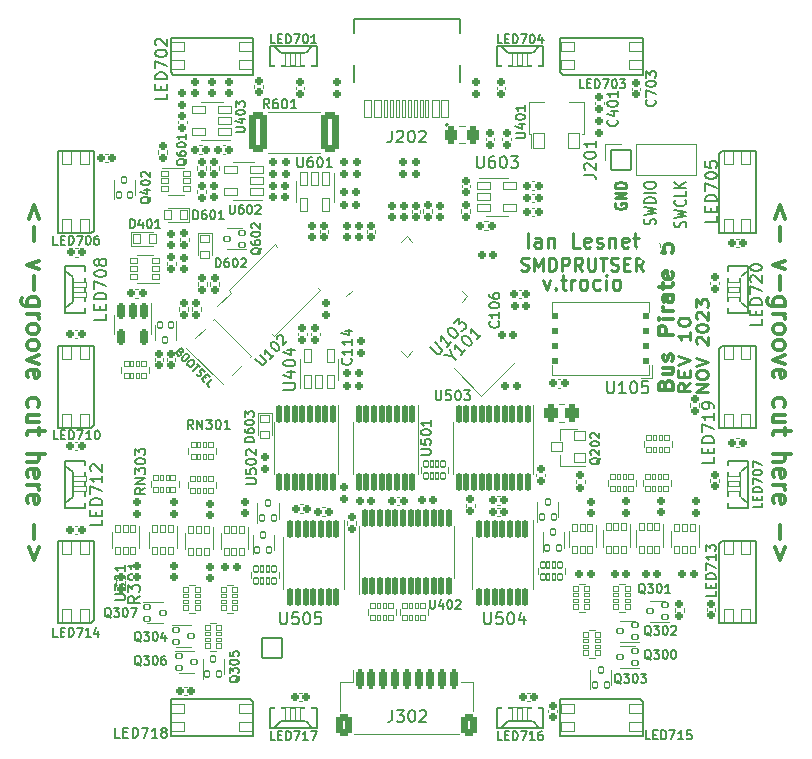
<source format=gto>
G04 #@! TF.GenerationSoftware,KiCad,Pcbnew,7.0.7*
G04 #@! TF.CreationDate,2023-12-02T12:42:21+01:00*
G04 #@! TF.ProjectId,BusPirate-5-rev10,42757350-6972-4617-9465-2d352d726576,rev?*
G04 #@! TF.SameCoordinates,Original*
G04 #@! TF.FileFunction,Legend,Top*
G04 #@! TF.FilePolarity,Positive*
%FSLAX46Y46*%
G04 Gerber Fmt 4.6, Leading zero omitted, Abs format (unit mm)*
G04 Created by KiCad (PCBNEW 7.0.7) date 2023-12-02 12:42:21*
%MOMM*%
%LPD*%
G01*
G04 APERTURE LIST*
G04 Aperture macros list*
%AMRoundRect*
0 Rectangle with rounded corners*
0 $1 Rounding radius*
0 $2 $3 $4 $5 $6 $7 $8 $9 X,Y pos of 4 corners*
0 Add a 4 corners polygon primitive as box body*
4,1,4,$2,$3,$4,$5,$6,$7,$8,$9,$2,$3,0*
0 Add four circle primitives for the rounded corners*
1,1,$1+$1,$2,$3*
1,1,$1+$1,$4,$5*
1,1,$1+$1,$6,$7*
1,1,$1+$1,$8,$9*
0 Add four rect primitives between the rounded corners*
20,1,$1+$1,$2,$3,$4,$5,0*
20,1,$1+$1,$4,$5,$6,$7,0*
20,1,$1+$1,$6,$7,$8,$9,0*
20,1,$1+$1,$8,$9,$2,$3,0*%
%AMFreePoly0*
4,1,13,0.250355,0.610355,0.265000,0.575000,0.265000,-0.575000,0.250355,-0.610355,0.215000,-0.625000,-0.215000,-0.625000,-0.250355,-0.610355,-0.265000,-0.575000,-0.265000,0.575000,-0.250355,0.610355,-0.215000,0.625000,0.215000,0.625000,0.250355,0.610355,0.250355,0.610355,$1*%
%AMFreePoly1*
4,1,21,3.897855,0.901855,3.912500,0.866500,3.912500,-0.866500,3.897855,-0.901855,3.862500,-0.916500,0.737500,-0.916500,0.702145,-0.901855,0.687500,-0.866500,0.687500,-0.500000,-0.737500,-0.500000,-0.772855,-0.485355,-0.787500,-0.450000,-0.787500,0.450000,-0.772855,0.485355,-0.737500,0.500000,0.687500,0.500000,0.687500,0.866500,0.702145,0.901855,0.737500,0.916500,3.862500,0.916500,
3.897855,0.901855,3.897855,0.901855,$1*%
G04 Aperture macros list end*
%ADD10C,0.212500*%
%ADD11C,0.187500*%
%ADD12C,0.250000*%
%ADD13C,0.350000*%
%ADD14C,0.162500*%
%ADD15C,0.300000*%
%ADD16C,0.150000*%
%ADD17C,0.200000*%
%ADD18C,0.152400*%
%ADD19C,0.120000*%
%ADD20C,0.127000*%
%ADD21FreePoly0,90.000000*%
%ADD22RoundRect,0.050000X0.575000X-0.215000X0.575000X0.215000X-0.575000X0.215000X-0.575000X-0.215000X0*%
%ADD23RoundRect,0.190000X-0.170000X0.140000X-0.170000X-0.140000X0.170000X-0.140000X0.170000X0.140000X0*%
%ADD24RoundRect,0.050000X0.525000X0.410000X-0.525000X0.410000X-0.525000X-0.410000X0.525000X-0.410000X0*%
%ADD25RoundRect,0.050000X-0.525000X-0.410000X0.525000X-0.410000X0.525000X0.410000X-0.525000X0.410000X0*%
%ADD26RoundRect,0.050000X-0.410000X0.525000X-0.410000X-0.525000X0.410000X-0.525000X0.410000X0.525000X0*%
%ADD27RoundRect,0.050000X0.410000X-0.525000X0.410000X0.525000X-0.410000X0.525000X-0.410000X-0.525000X0*%
%ADD28RoundRect,0.197500X0.172500X-0.147500X0.172500X0.147500X-0.172500X0.147500X-0.172500X-0.147500X0*%
%ADD29RoundRect,0.197500X-0.172500X0.147500X-0.172500X-0.147500X0.172500X-0.147500X0.172500X0.147500X0*%
%ADD30RoundRect,0.197500X0.147500X0.172500X-0.147500X0.172500X-0.147500X-0.172500X0.147500X-0.172500X0*%
%ADD31RoundRect,0.197500X-0.147500X-0.172500X0.147500X-0.172500X0.147500X0.172500X-0.147500X0.172500X0*%
%ADD32RoundRect,0.190000X0.170000X-0.140000X0.170000X0.140000X-0.170000X0.140000X-0.170000X-0.140000X0*%
%ADD33C,3.300000*%
%ADD34RoundRect,0.190000X-0.140000X-0.170000X0.140000X-0.170000X0.140000X0.170000X-0.140000X0.170000X0*%
%ADD35RoundRect,0.050000X-0.200000X0.325000X-0.200000X-0.325000X0.200000X-0.325000X0.200000X0.325000X0*%
%ADD36RoundRect,0.293750X0.243750X0.456250X-0.243750X0.456250X-0.243750X-0.456250X0.243750X-0.456250X0*%
%ADD37RoundRect,0.190000X0.140000X0.170000X-0.140000X0.170000X-0.140000X-0.170000X0.140000X-0.170000X0*%
%ADD38RoundRect,0.185000X-0.185000X0.135000X-0.185000X-0.135000X0.185000X-0.135000X0.185000X0.135000X0*%
%ADD39RoundRect,0.100000X-0.238649X-0.309359X0.309359X0.238649X0.238649X0.309359X-0.309359X-0.238649X0*%
%ADD40RoundRect,0.100000X0.238649X-0.309359X0.309359X-0.238649X-0.238649X0.309359X-0.309359X0.238649X0*%
%ADD41RoundRect,0.194000X0.000000X-2.059095X2.059095X0.000000X0.000000X2.059095X-2.059095X0.000000X0*%
%ADD42RoundRect,0.150000X-0.100000X0.637500X-0.100000X-0.637500X0.100000X-0.637500X0.100000X0.637500X0*%
%ADD43RoundRect,0.030000X0.200000X-0.250000X0.200000X0.250000X-0.200000X0.250000X-0.200000X-0.250000X0*%
%ADD44RoundRect,0.030000X0.150000X-0.250000X0.150000X0.250000X-0.150000X0.250000X-0.150000X-0.250000X0*%
%ADD45RoundRect,0.299998X0.262502X0.450002X-0.262502X0.450002X-0.262502X-0.450002X0.262502X-0.450002X0*%
%ADD46RoundRect,0.200000X-0.353553X-0.565685X0.565685X0.353553X0.353553X0.565685X-0.565685X-0.353553X0*%
%ADD47C,2.000000*%
%ADD48RoundRect,0.050000X0.850000X-0.850000X0.850000X0.850000X-0.850000X0.850000X-0.850000X-0.850000X0*%
%ADD49O,1.800000X1.800000*%
%ADD50RoundRect,0.185000X0.185000X-0.135000X0.185000X0.135000X-0.185000X0.135000X-0.185000X-0.135000X0*%
%ADD51RoundRect,0.200000X-0.150000X-0.625000X0.150000X-0.625000X0.150000X0.625000X-0.150000X0.625000X0*%
%ADD52RoundRect,0.299999X-0.350001X-0.650001X0.350001X-0.650001X0.350001X0.650001X-0.350001X0.650001X0*%
%ADD53RoundRect,0.050000X-0.070711X-0.919239X0.919239X0.070711X0.070711X0.919239X-0.919239X-0.070711X0*%
%ADD54RoundRect,0.050000X0.450000X0.400000X-0.450000X0.400000X-0.450000X-0.400000X0.450000X-0.400000X0*%
%ADD55RoundRect,0.050000X-0.601041X0.141421X0.141421X-0.601041X0.601041X-0.141421X-0.141421X0.601041X0*%
%ADD56RoundRect,0.050000X-0.300000X-0.350000X0.300000X-0.350000X0.300000X0.350000X-0.300000X0.350000X0*%
%ADD57RoundRect,0.299999X0.450001X1.425001X-0.450001X1.425001X-0.450001X-1.425001X0.450001X-1.425001X0*%
%ADD58RoundRect,0.050000X-0.200000X0.255000X-0.200000X-0.255000X0.200000X-0.255000X0.200000X0.255000X0*%
%ADD59RoundRect,0.050000X0.530000X0.325000X-0.530000X0.325000X-0.530000X-0.325000X0.530000X-0.325000X0*%
%ADD60RoundRect,0.050000X-0.325000X-0.200000X0.325000X-0.200000X0.325000X0.200000X-0.325000X0.200000X0*%
%ADD61RoundRect,0.050000X0.325000X0.200000X-0.325000X0.200000X-0.325000X-0.200000X0.325000X-0.200000X0*%
%ADD62RoundRect,0.050000X0.300000X0.350000X-0.300000X0.350000X-0.300000X-0.350000X0.300000X-0.350000X0*%
%ADD63RoundRect,0.030000X-0.250000X-0.200000X0.250000X-0.200000X0.250000X0.200000X-0.250000X0.200000X0*%
%ADD64RoundRect,0.030000X-0.250000X-0.150000X0.250000X-0.150000X0.250000X0.150000X-0.250000X0.150000X0*%
%ADD65RoundRect,0.150000X0.100000X-0.637500X0.100000X0.637500X-0.100000X0.637500X-0.100000X-0.637500X0*%
%ADD66RoundRect,0.030000X0.250000X0.200000X-0.250000X0.200000X-0.250000X-0.200000X0.250000X-0.200000X0*%
%ADD67RoundRect,0.030000X0.250000X0.150000X-0.250000X0.150000X-0.250000X-0.150000X0.250000X-0.150000X0*%
%ADD68C,0.800000*%
%ADD69RoundRect,0.050000X0.300000X0.725000X-0.300000X0.725000X-0.300000X-0.725000X0.300000X-0.725000X0*%
%ADD70RoundRect,0.050000X0.150000X0.725000X-0.150000X0.725000X-0.150000X-0.725000X0.150000X-0.725000X0*%
%ADD71O,1.150000X2.200000*%
%ADD72FreePoly0,0.000000*%
%ADD73RoundRect,0.050000X-0.215000X-0.575000X0.215000X-0.575000X0.215000X0.575000X-0.215000X0.575000X0*%
%ADD74FreePoly0,270.000000*%
%ADD75RoundRect,0.050000X-0.575000X0.215000X-0.575000X-0.215000X0.575000X-0.215000X0.575000X0.215000X0*%
%ADD76FreePoly0,180.000000*%
%ADD77RoundRect,0.050000X0.215000X0.575000X-0.215000X0.575000X-0.215000X-0.575000X0.215000X-0.575000X0*%
%ADD78RoundRect,0.050000X0.200000X-0.250000X0.200000X0.250000X-0.200000X0.250000X-0.200000X-0.250000X0*%
%ADD79RoundRect,0.050000X0.150000X-0.250000X0.150000X0.250000X-0.150000X0.250000X-0.150000X-0.250000X0*%
%ADD80RoundRect,0.050000X0.350000X-0.300000X0.350000X0.300000X-0.350000X0.300000X-0.350000X-0.300000X0*%
%ADD81RoundRect,0.050000X-0.255000X-0.200000X0.255000X-0.200000X0.255000X0.200000X-0.255000X0.200000X0*%
%ADD82RoundRect,0.185000X0.135000X0.185000X-0.135000X0.185000X-0.135000X-0.185000X0.135000X-0.185000X0*%
%ADD83RoundRect,0.050000X0.450000X-0.650000X0.450000X0.650000X-0.450000X0.650000X-0.450000X-0.650000X0*%
%ADD84FreePoly1,90.000000*%
%ADD85RoundRect,0.050000X0.255000X0.200000X-0.255000X0.200000X-0.255000X-0.200000X0.255000X-0.200000X0*%
%ADD86RoundRect,0.030000X-0.200000X0.250000X-0.200000X-0.250000X0.200000X-0.250000X0.200000X0.250000X0*%
%ADD87RoundRect,0.030000X-0.150000X0.250000X-0.150000X-0.250000X0.150000X-0.250000X0.150000X0.250000X0*%
%ADD88RoundRect,0.050000X-0.325000X0.530000X-0.325000X-0.530000X0.325000X-0.530000X0.325000X0.530000X0*%
%ADD89RoundRect,0.050000X-0.530000X-0.325000X0.530000X-0.325000X0.530000X0.325000X-0.530000X0.325000X0*%
%ADD90RoundRect,0.050000X0.325000X-0.530000X0.325000X0.530000X-0.325000X0.530000X-0.325000X-0.530000X0*%
%ADD91RoundRect,0.252500X0.247500X0.022500X-0.247500X0.022500X-0.247500X-0.022500X0.247500X-0.022500X0*%
%ADD92RoundRect,0.050000X0.200000X-0.255000X0.200000X0.255000X-0.200000X0.255000X-0.200000X-0.255000X0*%
%ADD93RoundRect,0.050000X-0.200000X0.250000X-0.200000X-0.250000X0.200000X-0.250000X0.200000X0.250000X0*%
%ADD94RoundRect,0.050000X-0.150000X0.250000X-0.150000X-0.250000X0.150000X-0.250000X0.150000X0.250000X0*%
%ADD95RoundRect,0.200000X-0.150000X0.512500X-0.150000X-0.512500X0.150000X-0.512500X0.150000X0.512500X0*%
%ADD96RoundRect,0.050000X-0.850000X0.850000X-0.850000X-0.850000X0.850000X-0.850000X0.850000X0.850000X0*%
G04 APERTURE END LIST*
D10*
X147549188Y-74532658D02*
X147501569Y-74613611D01*
X147501569Y-74613611D02*
X147501569Y-74735039D01*
X147501569Y-74735039D02*
X147549188Y-74856468D01*
X147549188Y-74856468D02*
X147644426Y-74937420D01*
X147644426Y-74937420D02*
X147739664Y-74977897D01*
X147739664Y-74977897D02*
X147930140Y-75018373D01*
X147930140Y-75018373D02*
X148072997Y-75018373D01*
X148072997Y-75018373D02*
X148263473Y-74977897D01*
X148263473Y-74977897D02*
X148358711Y-74937420D01*
X148358711Y-74937420D02*
X148453950Y-74856468D01*
X148453950Y-74856468D02*
X148501569Y-74735039D01*
X148501569Y-74735039D02*
X148501569Y-74654087D01*
X148501569Y-74654087D02*
X148453950Y-74532658D01*
X148453950Y-74532658D02*
X148406330Y-74492182D01*
X148406330Y-74492182D02*
X148072997Y-74492182D01*
X148072997Y-74492182D02*
X148072997Y-74654087D01*
X148501569Y-74127897D02*
X147501569Y-74127897D01*
X147501569Y-74127897D02*
X148501569Y-73642182D01*
X148501569Y-73642182D02*
X147501569Y-73642182D01*
X148501569Y-73237421D02*
X147501569Y-73237421D01*
X147501569Y-73237421D02*
X147501569Y-73035040D01*
X147501569Y-73035040D02*
X147549188Y-72913611D01*
X147549188Y-72913611D02*
X147644426Y-72832659D01*
X147644426Y-72832659D02*
X147739664Y-72792182D01*
X147739664Y-72792182D02*
X147930140Y-72751706D01*
X147930140Y-72751706D02*
X148072997Y-72751706D01*
X148072997Y-72751706D02*
X148263473Y-72792182D01*
X148263473Y-72792182D02*
X148358711Y-72832659D01*
X148358711Y-72832659D02*
X148453950Y-72913611D01*
X148453950Y-72913611D02*
X148501569Y-73035040D01*
X148501569Y-73035040D02*
X148501569Y-73237421D01*
D11*
X150955250Y-76337641D02*
X151002869Y-76216212D01*
X151002869Y-76216212D02*
X151002869Y-76013831D01*
X151002869Y-76013831D02*
X150955250Y-75932879D01*
X150955250Y-75932879D02*
X150907630Y-75892403D01*
X150907630Y-75892403D02*
X150812392Y-75851926D01*
X150812392Y-75851926D02*
X150717154Y-75851926D01*
X150717154Y-75851926D02*
X150621916Y-75892403D01*
X150621916Y-75892403D02*
X150574297Y-75932879D01*
X150574297Y-75932879D02*
X150526678Y-76013831D01*
X150526678Y-76013831D02*
X150479059Y-76175736D01*
X150479059Y-76175736D02*
X150431440Y-76256688D01*
X150431440Y-76256688D02*
X150383821Y-76297165D01*
X150383821Y-76297165D02*
X150288583Y-76337641D01*
X150288583Y-76337641D02*
X150193345Y-76337641D01*
X150193345Y-76337641D02*
X150098107Y-76297165D01*
X150098107Y-76297165D02*
X150050488Y-76256688D01*
X150050488Y-76256688D02*
X150002869Y-76175736D01*
X150002869Y-76175736D02*
X150002869Y-75973355D01*
X150002869Y-75973355D02*
X150050488Y-75851926D01*
X150002869Y-75568593D02*
X151002869Y-75366212D01*
X151002869Y-75366212D02*
X150288583Y-75204307D01*
X150288583Y-75204307D02*
X151002869Y-75042402D01*
X151002869Y-75042402D02*
X150002869Y-74840022D01*
X151002869Y-74516212D02*
X150002869Y-74516212D01*
X150002869Y-74516212D02*
X150002869Y-74313831D01*
X150002869Y-74313831D02*
X150050488Y-74192402D01*
X150050488Y-74192402D02*
X150145726Y-74111450D01*
X150145726Y-74111450D02*
X150240964Y-74070973D01*
X150240964Y-74070973D02*
X150431440Y-74030497D01*
X150431440Y-74030497D02*
X150574297Y-74030497D01*
X150574297Y-74030497D02*
X150764773Y-74070973D01*
X150764773Y-74070973D02*
X150860011Y-74111450D01*
X150860011Y-74111450D02*
X150955250Y-74192402D01*
X150955250Y-74192402D02*
X151002869Y-74313831D01*
X151002869Y-74313831D02*
X151002869Y-74516212D01*
X151002869Y-73666212D02*
X150002869Y-73666212D01*
X150002869Y-73099545D02*
X150002869Y-72937640D01*
X150002869Y-72937640D02*
X150050488Y-72856688D01*
X150050488Y-72856688D02*
X150145726Y-72775735D01*
X150145726Y-72775735D02*
X150336202Y-72735259D01*
X150336202Y-72735259D02*
X150669535Y-72735259D01*
X150669535Y-72735259D02*
X150860011Y-72775735D01*
X150860011Y-72775735D02*
X150955250Y-72856688D01*
X150955250Y-72856688D02*
X151002869Y-72937640D01*
X151002869Y-72937640D02*
X151002869Y-73099545D01*
X151002869Y-73099545D02*
X150955250Y-73180497D01*
X150955250Y-73180497D02*
X150860011Y-73261450D01*
X150860011Y-73261450D02*
X150669535Y-73301926D01*
X150669535Y-73301926D02*
X150336202Y-73301926D01*
X150336202Y-73301926D02*
X150145726Y-73261450D01*
X150145726Y-73261450D02*
X150050488Y-73180497D01*
X150050488Y-73180497D02*
X150002869Y-73099545D01*
D12*
X155389619Y-90491952D02*
X154389619Y-90491952D01*
X154389619Y-90491952D02*
X155389619Y-89863380D01*
X155389619Y-89863380D02*
X154389619Y-89863380D01*
X154389619Y-89130047D02*
X154389619Y-88920523D01*
X154389619Y-88920523D02*
X154437238Y-88815761D01*
X154437238Y-88815761D02*
X154532476Y-88710999D01*
X154532476Y-88710999D02*
X154722952Y-88658618D01*
X154722952Y-88658618D02*
X155056285Y-88658618D01*
X155056285Y-88658618D02*
X155246761Y-88710999D01*
X155246761Y-88710999D02*
X155342000Y-88815761D01*
X155342000Y-88815761D02*
X155389619Y-88920523D01*
X155389619Y-88920523D02*
X155389619Y-89130047D01*
X155389619Y-89130047D02*
X155342000Y-89234809D01*
X155342000Y-89234809D02*
X155246761Y-89339571D01*
X155246761Y-89339571D02*
X155056285Y-89391952D01*
X155056285Y-89391952D02*
X154722952Y-89391952D01*
X154722952Y-89391952D02*
X154532476Y-89339571D01*
X154532476Y-89339571D02*
X154437238Y-89234809D01*
X154437238Y-89234809D02*
X154389619Y-89130047D01*
X154389619Y-88344333D02*
X155389619Y-87977666D01*
X155389619Y-87977666D02*
X154389619Y-87610999D01*
X154484857Y-86458619D02*
X154437238Y-86406238D01*
X154437238Y-86406238D02*
X154389619Y-86301476D01*
X154389619Y-86301476D02*
X154389619Y-86039571D01*
X154389619Y-86039571D02*
X154437238Y-85934809D01*
X154437238Y-85934809D02*
X154484857Y-85882428D01*
X154484857Y-85882428D02*
X154580095Y-85830047D01*
X154580095Y-85830047D02*
X154675333Y-85830047D01*
X154675333Y-85830047D02*
X154818190Y-85882428D01*
X154818190Y-85882428D02*
X155389619Y-86511000D01*
X155389619Y-86511000D02*
X155389619Y-85830047D01*
X154389619Y-85149095D02*
X154389619Y-85044333D01*
X154389619Y-85044333D02*
X154437238Y-84939571D01*
X154437238Y-84939571D02*
X154484857Y-84887190D01*
X154484857Y-84887190D02*
X154580095Y-84834809D01*
X154580095Y-84834809D02*
X154770571Y-84782428D01*
X154770571Y-84782428D02*
X155008666Y-84782428D01*
X155008666Y-84782428D02*
X155199142Y-84834809D01*
X155199142Y-84834809D02*
X155294380Y-84887190D01*
X155294380Y-84887190D02*
X155342000Y-84939571D01*
X155342000Y-84939571D02*
X155389619Y-85044333D01*
X155389619Y-85044333D02*
X155389619Y-85149095D01*
X155389619Y-85149095D02*
X155342000Y-85253857D01*
X155342000Y-85253857D02*
X155294380Y-85306238D01*
X155294380Y-85306238D02*
X155199142Y-85358619D01*
X155199142Y-85358619D02*
X155008666Y-85411000D01*
X155008666Y-85411000D02*
X154770571Y-85411000D01*
X154770571Y-85411000D02*
X154580095Y-85358619D01*
X154580095Y-85358619D02*
X154484857Y-85306238D01*
X154484857Y-85306238D02*
X154437238Y-85253857D01*
X154437238Y-85253857D02*
X154389619Y-85149095D01*
X154484857Y-84363381D02*
X154437238Y-84311000D01*
X154437238Y-84311000D02*
X154389619Y-84206238D01*
X154389619Y-84206238D02*
X154389619Y-83944333D01*
X154389619Y-83944333D02*
X154437238Y-83839571D01*
X154437238Y-83839571D02*
X154484857Y-83787190D01*
X154484857Y-83787190D02*
X154580095Y-83734809D01*
X154580095Y-83734809D02*
X154675333Y-83734809D01*
X154675333Y-83734809D02*
X154818190Y-83787190D01*
X154818190Y-83787190D02*
X155389619Y-84415762D01*
X155389619Y-84415762D02*
X155389619Y-83734809D01*
X154389619Y-83368143D02*
X154389619Y-82687190D01*
X154389619Y-82687190D02*
X154770571Y-83053857D01*
X154770571Y-83053857D02*
X154770571Y-82896714D01*
X154770571Y-82896714D02*
X154818190Y-82791952D01*
X154818190Y-82791952D02*
X154865809Y-82739571D01*
X154865809Y-82739571D02*
X154961047Y-82687190D01*
X154961047Y-82687190D02*
X155199142Y-82687190D01*
X155199142Y-82687190D02*
X155294380Y-82739571D01*
X155294380Y-82739571D02*
X155342000Y-82791952D01*
X155342000Y-82791952D02*
X155389619Y-82896714D01*
X155389619Y-82896714D02*
X155389619Y-83211000D01*
X155389619Y-83211000D02*
X155342000Y-83315762D01*
X155342000Y-83315762D02*
X155294380Y-83368143D01*
X139585809Y-80199500D02*
X139742952Y-80251880D01*
X139742952Y-80251880D02*
X140004857Y-80251880D01*
X140004857Y-80251880D02*
X140109619Y-80199500D01*
X140109619Y-80199500D02*
X140162000Y-80147119D01*
X140162000Y-80147119D02*
X140214381Y-80042357D01*
X140214381Y-80042357D02*
X140214381Y-79937595D01*
X140214381Y-79937595D02*
X140162000Y-79832833D01*
X140162000Y-79832833D02*
X140109619Y-79780452D01*
X140109619Y-79780452D02*
X140004857Y-79728071D01*
X140004857Y-79728071D02*
X139795333Y-79675690D01*
X139795333Y-79675690D02*
X139690571Y-79623309D01*
X139690571Y-79623309D02*
X139638190Y-79570928D01*
X139638190Y-79570928D02*
X139585809Y-79466166D01*
X139585809Y-79466166D02*
X139585809Y-79361404D01*
X139585809Y-79361404D02*
X139638190Y-79256642D01*
X139638190Y-79256642D02*
X139690571Y-79204261D01*
X139690571Y-79204261D02*
X139795333Y-79151880D01*
X139795333Y-79151880D02*
X140057238Y-79151880D01*
X140057238Y-79151880D02*
X140214381Y-79204261D01*
X140685809Y-80251880D02*
X140685809Y-79151880D01*
X140685809Y-79151880D02*
X141052476Y-79937595D01*
X141052476Y-79937595D02*
X141419143Y-79151880D01*
X141419143Y-79151880D02*
X141419143Y-80251880D01*
X141942952Y-80251880D02*
X141942952Y-79151880D01*
X141942952Y-79151880D02*
X142204857Y-79151880D01*
X142204857Y-79151880D02*
X142362000Y-79204261D01*
X142362000Y-79204261D02*
X142466762Y-79309023D01*
X142466762Y-79309023D02*
X142519143Y-79413785D01*
X142519143Y-79413785D02*
X142571524Y-79623309D01*
X142571524Y-79623309D02*
X142571524Y-79780452D01*
X142571524Y-79780452D02*
X142519143Y-79989976D01*
X142519143Y-79989976D02*
X142466762Y-80094738D01*
X142466762Y-80094738D02*
X142362000Y-80199500D01*
X142362000Y-80199500D02*
X142204857Y-80251880D01*
X142204857Y-80251880D02*
X141942952Y-80251880D01*
X143042952Y-80251880D02*
X143042952Y-79151880D01*
X143042952Y-79151880D02*
X143462000Y-79151880D01*
X143462000Y-79151880D02*
X143566762Y-79204261D01*
X143566762Y-79204261D02*
X143619143Y-79256642D01*
X143619143Y-79256642D02*
X143671524Y-79361404D01*
X143671524Y-79361404D02*
X143671524Y-79518547D01*
X143671524Y-79518547D02*
X143619143Y-79623309D01*
X143619143Y-79623309D02*
X143566762Y-79675690D01*
X143566762Y-79675690D02*
X143462000Y-79728071D01*
X143462000Y-79728071D02*
X143042952Y-79728071D01*
X144771524Y-80251880D02*
X144404857Y-79728071D01*
X144142952Y-80251880D02*
X144142952Y-79151880D01*
X144142952Y-79151880D02*
X144562000Y-79151880D01*
X144562000Y-79151880D02*
X144666762Y-79204261D01*
X144666762Y-79204261D02*
X144719143Y-79256642D01*
X144719143Y-79256642D02*
X144771524Y-79361404D01*
X144771524Y-79361404D02*
X144771524Y-79518547D01*
X144771524Y-79518547D02*
X144719143Y-79623309D01*
X144719143Y-79623309D02*
X144666762Y-79675690D01*
X144666762Y-79675690D02*
X144562000Y-79728071D01*
X144562000Y-79728071D02*
X144142952Y-79728071D01*
X145242952Y-79151880D02*
X145242952Y-80042357D01*
X145242952Y-80042357D02*
X145295333Y-80147119D01*
X145295333Y-80147119D02*
X145347714Y-80199500D01*
X145347714Y-80199500D02*
X145452476Y-80251880D01*
X145452476Y-80251880D02*
X145662000Y-80251880D01*
X145662000Y-80251880D02*
X145766762Y-80199500D01*
X145766762Y-80199500D02*
X145819143Y-80147119D01*
X145819143Y-80147119D02*
X145871524Y-80042357D01*
X145871524Y-80042357D02*
X145871524Y-79151880D01*
X146238190Y-79151880D02*
X146866762Y-79151880D01*
X146552476Y-80251880D02*
X146552476Y-79151880D01*
X147181047Y-80199500D02*
X147338190Y-80251880D01*
X147338190Y-80251880D02*
X147600095Y-80251880D01*
X147600095Y-80251880D02*
X147704857Y-80199500D01*
X147704857Y-80199500D02*
X147757238Y-80147119D01*
X147757238Y-80147119D02*
X147809619Y-80042357D01*
X147809619Y-80042357D02*
X147809619Y-79937595D01*
X147809619Y-79937595D02*
X147757238Y-79832833D01*
X147757238Y-79832833D02*
X147704857Y-79780452D01*
X147704857Y-79780452D02*
X147600095Y-79728071D01*
X147600095Y-79728071D02*
X147390571Y-79675690D01*
X147390571Y-79675690D02*
X147285809Y-79623309D01*
X147285809Y-79623309D02*
X147233428Y-79570928D01*
X147233428Y-79570928D02*
X147181047Y-79466166D01*
X147181047Y-79466166D02*
X147181047Y-79361404D01*
X147181047Y-79361404D02*
X147233428Y-79256642D01*
X147233428Y-79256642D02*
X147285809Y-79204261D01*
X147285809Y-79204261D02*
X147390571Y-79151880D01*
X147390571Y-79151880D02*
X147652476Y-79151880D01*
X147652476Y-79151880D02*
X147809619Y-79204261D01*
X148281047Y-79675690D02*
X148647714Y-79675690D01*
X148804857Y-80251880D02*
X148281047Y-80251880D01*
X148281047Y-80251880D02*
X148281047Y-79151880D01*
X148281047Y-79151880D02*
X148804857Y-79151880D01*
X149904857Y-80251880D02*
X149538190Y-79728071D01*
X149276285Y-80251880D02*
X149276285Y-79151880D01*
X149276285Y-79151880D02*
X149695333Y-79151880D01*
X149695333Y-79151880D02*
X149800095Y-79204261D01*
X149800095Y-79204261D02*
X149852476Y-79256642D01*
X149852476Y-79256642D02*
X149904857Y-79361404D01*
X149904857Y-79361404D02*
X149904857Y-79518547D01*
X149904857Y-79518547D02*
X149852476Y-79623309D01*
X149852476Y-79623309D02*
X149800095Y-79675690D01*
X149800095Y-79675690D02*
X149695333Y-79728071D01*
X149695333Y-79728071D02*
X149276285Y-79728071D01*
X141441761Y-81011940D02*
X141739380Y-81845273D01*
X141739380Y-81845273D02*
X142036999Y-81011940D01*
X142513190Y-81726226D02*
X142572713Y-81785750D01*
X142572713Y-81785750D02*
X142513190Y-81845273D01*
X142513190Y-81845273D02*
X142453666Y-81785750D01*
X142453666Y-81785750D02*
X142513190Y-81726226D01*
X142513190Y-81726226D02*
X142513190Y-81845273D01*
X142929856Y-81011940D02*
X143406047Y-81011940D01*
X143108428Y-80595273D02*
X143108428Y-81666702D01*
X143108428Y-81666702D02*
X143167951Y-81785750D01*
X143167951Y-81785750D02*
X143286999Y-81845273D01*
X143286999Y-81845273D02*
X143406047Y-81845273D01*
X143822714Y-81845273D02*
X143822714Y-81011940D01*
X143822714Y-81250035D02*
X143882237Y-81130988D01*
X143882237Y-81130988D02*
X143941761Y-81071464D01*
X143941761Y-81071464D02*
X144060809Y-81011940D01*
X144060809Y-81011940D02*
X144179856Y-81011940D01*
X144775095Y-81845273D02*
X144656047Y-81785750D01*
X144656047Y-81785750D02*
X144596524Y-81726226D01*
X144596524Y-81726226D02*
X144537000Y-81607178D01*
X144537000Y-81607178D02*
X144537000Y-81250035D01*
X144537000Y-81250035D02*
X144596524Y-81130988D01*
X144596524Y-81130988D02*
X144656047Y-81071464D01*
X144656047Y-81071464D02*
X144775095Y-81011940D01*
X144775095Y-81011940D02*
X144953666Y-81011940D01*
X144953666Y-81011940D02*
X145072714Y-81071464D01*
X145072714Y-81071464D02*
X145132238Y-81130988D01*
X145132238Y-81130988D02*
X145191762Y-81250035D01*
X145191762Y-81250035D02*
X145191762Y-81607178D01*
X145191762Y-81607178D02*
X145132238Y-81726226D01*
X145132238Y-81726226D02*
X145072714Y-81785750D01*
X145072714Y-81785750D02*
X144953666Y-81845273D01*
X144953666Y-81845273D02*
X144775095Y-81845273D01*
X146263190Y-81785750D02*
X146144142Y-81845273D01*
X146144142Y-81845273D02*
X145906047Y-81845273D01*
X145906047Y-81845273D02*
X145786999Y-81785750D01*
X145786999Y-81785750D02*
X145727476Y-81726226D01*
X145727476Y-81726226D02*
X145667952Y-81607178D01*
X145667952Y-81607178D02*
X145667952Y-81250035D01*
X145667952Y-81250035D02*
X145727476Y-81130988D01*
X145727476Y-81130988D02*
X145786999Y-81071464D01*
X145786999Y-81071464D02*
X145906047Y-81011940D01*
X145906047Y-81011940D02*
X146144142Y-81011940D01*
X146144142Y-81011940D02*
X146263190Y-81071464D01*
X146798905Y-81845273D02*
X146798905Y-81011940D01*
X146798905Y-80595273D02*
X146739381Y-80654797D01*
X146739381Y-80654797D02*
X146798905Y-80714321D01*
X146798905Y-80714321D02*
X146858428Y-80654797D01*
X146858428Y-80654797D02*
X146798905Y-80595273D01*
X146798905Y-80595273D02*
X146798905Y-80714321D01*
X147572714Y-81845273D02*
X147453666Y-81785750D01*
X147453666Y-81785750D02*
X147394143Y-81726226D01*
X147394143Y-81726226D02*
X147334619Y-81607178D01*
X147334619Y-81607178D02*
X147334619Y-81250035D01*
X147334619Y-81250035D02*
X147394143Y-81130988D01*
X147394143Y-81130988D02*
X147453666Y-81071464D01*
X147453666Y-81071464D02*
X147572714Y-81011940D01*
X147572714Y-81011940D02*
X147751285Y-81011940D01*
X147751285Y-81011940D02*
X147870333Y-81071464D01*
X147870333Y-81071464D02*
X147929857Y-81130988D01*
X147929857Y-81130988D02*
X147989381Y-81250035D01*
X147989381Y-81250035D02*
X147989381Y-81607178D01*
X147989381Y-81607178D02*
X147929857Y-81726226D01*
X147929857Y-81726226D02*
X147870333Y-81785750D01*
X147870333Y-81785750D02*
X147751285Y-81845273D01*
X147751285Y-81845273D02*
X147572714Y-81845273D01*
X140132238Y-78289273D02*
X140132238Y-77039273D01*
X141263190Y-78289273D02*
X141263190Y-77634511D01*
X141263190Y-77634511D02*
X141203666Y-77515464D01*
X141203666Y-77515464D02*
X141084618Y-77455940D01*
X141084618Y-77455940D02*
X140846523Y-77455940D01*
X140846523Y-77455940D02*
X140727476Y-77515464D01*
X141263190Y-78229750D02*
X141144142Y-78289273D01*
X141144142Y-78289273D02*
X140846523Y-78289273D01*
X140846523Y-78289273D02*
X140727476Y-78229750D01*
X140727476Y-78229750D02*
X140667952Y-78110702D01*
X140667952Y-78110702D02*
X140667952Y-77991654D01*
X140667952Y-77991654D02*
X140727476Y-77872607D01*
X140727476Y-77872607D02*
X140846523Y-77813083D01*
X140846523Y-77813083D02*
X141144142Y-77813083D01*
X141144142Y-77813083D02*
X141263190Y-77753559D01*
X141858428Y-77455940D02*
X141858428Y-78289273D01*
X141858428Y-77574988D02*
X141917951Y-77515464D01*
X141917951Y-77515464D02*
X142036999Y-77455940D01*
X142036999Y-77455940D02*
X142215570Y-77455940D01*
X142215570Y-77455940D02*
X142334618Y-77515464D01*
X142334618Y-77515464D02*
X142394142Y-77634511D01*
X142394142Y-77634511D02*
X142394142Y-78289273D01*
X144536999Y-78289273D02*
X143941761Y-78289273D01*
X143941761Y-78289273D02*
X143941761Y-77039273D01*
X145429856Y-78229750D02*
X145310808Y-78289273D01*
X145310808Y-78289273D02*
X145072713Y-78289273D01*
X145072713Y-78289273D02*
X144953666Y-78229750D01*
X144953666Y-78229750D02*
X144894142Y-78110702D01*
X144894142Y-78110702D02*
X144894142Y-77634511D01*
X144894142Y-77634511D02*
X144953666Y-77515464D01*
X144953666Y-77515464D02*
X145072713Y-77455940D01*
X145072713Y-77455940D02*
X145310808Y-77455940D01*
X145310808Y-77455940D02*
X145429856Y-77515464D01*
X145429856Y-77515464D02*
X145489380Y-77634511D01*
X145489380Y-77634511D02*
X145489380Y-77753559D01*
X145489380Y-77753559D02*
X144894142Y-77872607D01*
X145965571Y-78229750D02*
X146084618Y-78289273D01*
X146084618Y-78289273D02*
X146322714Y-78289273D01*
X146322714Y-78289273D02*
X146441761Y-78229750D01*
X146441761Y-78229750D02*
X146501285Y-78110702D01*
X146501285Y-78110702D02*
X146501285Y-78051178D01*
X146501285Y-78051178D02*
X146441761Y-77932130D01*
X146441761Y-77932130D02*
X146322714Y-77872607D01*
X146322714Y-77872607D02*
X146144142Y-77872607D01*
X146144142Y-77872607D02*
X146025095Y-77813083D01*
X146025095Y-77813083D02*
X145965571Y-77694035D01*
X145965571Y-77694035D02*
X145965571Y-77634511D01*
X145965571Y-77634511D02*
X146025095Y-77515464D01*
X146025095Y-77515464D02*
X146144142Y-77455940D01*
X146144142Y-77455940D02*
X146322714Y-77455940D01*
X146322714Y-77455940D02*
X146441761Y-77515464D01*
X147037000Y-77455940D02*
X147037000Y-78289273D01*
X147037000Y-77574988D02*
X147096523Y-77515464D01*
X147096523Y-77515464D02*
X147215571Y-77455940D01*
X147215571Y-77455940D02*
X147394142Y-77455940D01*
X147394142Y-77455940D02*
X147513190Y-77515464D01*
X147513190Y-77515464D02*
X147572714Y-77634511D01*
X147572714Y-77634511D02*
X147572714Y-78289273D01*
X148644142Y-78229750D02*
X148525094Y-78289273D01*
X148525094Y-78289273D02*
X148286999Y-78289273D01*
X148286999Y-78289273D02*
X148167952Y-78229750D01*
X148167952Y-78229750D02*
X148108428Y-78110702D01*
X148108428Y-78110702D02*
X148108428Y-77634511D01*
X148108428Y-77634511D02*
X148167952Y-77515464D01*
X148167952Y-77515464D02*
X148286999Y-77455940D01*
X148286999Y-77455940D02*
X148525094Y-77455940D01*
X148525094Y-77455940D02*
X148644142Y-77515464D01*
X148644142Y-77515464D02*
X148703666Y-77634511D01*
X148703666Y-77634511D02*
X148703666Y-77753559D01*
X148703666Y-77753559D02*
X148108428Y-77872607D01*
X149060809Y-77455940D02*
X149537000Y-77455940D01*
X149239381Y-77039273D02*
X149239381Y-78110702D01*
X149239381Y-78110702D02*
X149298904Y-78229750D01*
X149298904Y-78229750D02*
X149417952Y-78289273D01*
X149417952Y-78289273D02*
X149537000Y-78289273D01*
D11*
X153505250Y-76580498D02*
X153552869Y-76459069D01*
X153552869Y-76459069D02*
X153552869Y-76256688D01*
X153552869Y-76256688D02*
X153505250Y-76175736D01*
X153505250Y-76175736D02*
X153457630Y-76135260D01*
X153457630Y-76135260D02*
X153362392Y-76094783D01*
X153362392Y-76094783D02*
X153267154Y-76094783D01*
X153267154Y-76094783D02*
X153171916Y-76135260D01*
X153171916Y-76135260D02*
X153124297Y-76175736D01*
X153124297Y-76175736D02*
X153076678Y-76256688D01*
X153076678Y-76256688D02*
X153029059Y-76418593D01*
X153029059Y-76418593D02*
X152981440Y-76499545D01*
X152981440Y-76499545D02*
X152933821Y-76540022D01*
X152933821Y-76540022D02*
X152838583Y-76580498D01*
X152838583Y-76580498D02*
X152743345Y-76580498D01*
X152743345Y-76580498D02*
X152648107Y-76540022D01*
X152648107Y-76540022D02*
X152600488Y-76499545D01*
X152600488Y-76499545D02*
X152552869Y-76418593D01*
X152552869Y-76418593D02*
X152552869Y-76216212D01*
X152552869Y-76216212D02*
X152600488Y-76094783D01*
X152552869Y-75811450D02*
X153552869Y-75609069D01*
X153552869Y-75609069D02*
X152838583Y-75447164D01*
X152838583Y-75447164D02*
X153552869Y-75285259D01*
X153552869Y-75285259D02*
X152552869Y-75082879D01*
X153457630Y-74273354D02*
X153505250Y-74313830D01*
X153505250Y-74313830D02*
X153552869Y-74435259D01*
X153552869Y-74435259D02*
X153552869Y-74516211D01*
X153552869Y-74516211D02*
X153505250Y-74637640D01*
X153505250Y-74637640D02*
X153410011Y-74718592D01*
X153410011Y-74718592D02*
X153314773Y-74759069D01*
X153314773Y-74759069D02*
X153124297Y-74799545D01*
X153124297Y-74799545D02*
X152981440Y-74799545D01*
X152981440Y-74799545D02*
X152790964Y-74759069D01*
X152790964Y-74759069D02*
X152695726Y-74718592D01*
X152695726Y-74718592D02*
X152600488Y-74637640D01*
X152600488Y-74637640D02*
X152552869Y-74516211D01*
X152552869Y-74516211D02*
X152552869Y-74435259D01*
X152552869Y-74435259D02*
X152600488Y-74313830D01*
X152600488Y-74313830D02*
X152648107Y-74273354D01*
X153552869Y-73504307D02*
X153552869Y-73909069D01*
X153552869Y-73909069D02*
X152552869Y-73909069D01*
X153552869Y-73220974D02*
X152552869Y-73220974D01*
X153552869Y-72735259D02*
X152981440Y-73099545D01*
X152552869Y-72735259D02*
X153124297Y-73220974D01*
D13*
X161924271Y-75857144D02*
X161495700Y-74714286D01*
X161495700Y-74714286D02*
X161067128Y-75857144D01*
X161495700Y-76571429D02*
X161495700Y-77714287D01*
X161924271Y-79428572D02*
X160924271Y-79785715D01*
X160924271Y-79785715D02*
X161924271Y-80142858D01*
X161495700Y-80714286D02*
X161495700Y-81857144D01*
X161924271Y-83214287D02*
X160709985Y-83214287D01*
X160709985Y-83214287D02*
X160567128Y-83142858D01*
X160567128Y-83142858D02*
X160495700Y-83071429D01*
X160495700Y-83071429D02*
X160424271Y-82928572D01*
X160424271Y-82928572D02*
X160424271Y-82714287D01*
X160424271Y-82714287D02*
X160495700Y-82571429D01*
X160995700Y-83214287D02*
X160924271Y-83071429D01*
X160924271Y-83071429D02*
X160924271Y-82785715D01*
X160924271Y-82785715D02*
X160995700Y-82642858D01*
X160995700Y-82642858D02*
X161067128Y-82571429D01*
X161067128Y-82571429D02*
X161209985Y-82500001D01*
X161209985Y-82500001D02*
X161638557Y-82500001D01*
X161638557Y-82500001D02*
X161781414Y-82571429D01*
X161781414Y-82571429D02*
X161852842Y-82642858D01*
X161852842Y-82642858D02*
X161924271Y-82785715D01*
X161924271Y-82785715D02*
X161924271Y-83071429D01*
X161924271Y-83071429D02*
X161852842Y-83214287D01*
X160924271Y-83928572D02*
X161924271Y-83928572D01*
X161638557Y-83928572D02*
X161781414Y-84000001D01*
X161781414Y-84000001D02*
X161852842Y-84071430D01*
X161852842Y-84071430D02*
X161924271Y-84214287D01*
X161924271Y-84214287D02*
X161924271Y-84357144D01*
X160924271Y-85071429D02*
X160995700Y-84928572D01*
X160995700Y-84928572D02*
X161067128Y-84857143D01*
X161067128Y-84857143D02*
X161209985Y-84785715D01*
X161209985Y-84785715D02*
X161638557Y-84785715D01*
X161638557Y-84785715D02*
X161781414Y-84857143D01*
X161781414Y-84857143D02*
X161852842Y-84928572D01*
X161852842Y-84928572D02*
X161924271Y-85071429D01*
X161924271Y-85071429D02*
X161924271Y-85285715D01*
X161924271Y-85285715D02*
X161852842Y-85428572D01*
X161852842Y-85428572D02*
X161781414Y-85500001D01*
X161781414Y-85500001D02*
X161638557Y-85571429D01*
X161638557Y-85571429D02*
X161209985Y-85571429D01*
X161209985Y-85571429D02*
X161067128Y-85500001D01*
X161067128Y-85500001D02*
X160995700Y-85428572D01*
X160995700Y-85428572D02*
X160924271Y-85285715D01*
X160924271Y-85285715D02*
X160924271Y-85071429D01*
X160924271Y-86428572D02*
X160995700Y-86285715D01*
X160995700Y-86285715D02*
X161067128Y-86214286D01*
X161067128Y-86214286D02*
X161209985Y-86142858D01*
X161209985Y-86142858D02*
X161638557Y-86142858D01*
X161638557Y-86142858D02*
X161781414Y-86214286D01*
X161781414Y-86214286D02*
X161852842Y-86285715D01*
X161852842Y-86285715D02*
X161924271Y-86428572D01*
X161924271Y-86428572D02*
X161924271Y-86642858D01*
X161924271Y-86642858D02*
X161852842Y-86785715D01*
X161852842Y-86785715D02*
X161781414Y-86857144D01*
X161781414Y-86857144D02*
X161638557Y-86928572D01*
X161638557Y-86928572D02*
X161209985Y-86928572D01*
X161209985Y-86928572D02*
X161067128Y-86857144D01*
X161067128Y-86857144D02*
X160995700Y-86785715D01*
X160995700Y-86785715D02*
X160924271Y-86642858D01*
X160924271Y-86642858D02*
X160924271Y-86428572D01*
X161924271Y-87428572D02*
X160924271Y-87785715D01*
X160924271Y-87785715D02*
X161924271Y-88142858D01*
X160995700Y-89285715D02*
X160924271Y-89142858D01*
X160924271Y-89142858D02*
X160924271Y-88857144D01*
X160924271Y-88857144D02*
X160995700Y-88714286D01*
X160995700Y-88714286D02*
X161138557Y-88642858D01*
X161138557Y-88642858D02*
X161709985Y-88642858D01*
X161709985Y-88642858D02*
X161852842Y-88714286D01*
X161852842Y-88714286D02*
X161924271Y-88857144D01*
X161924271Y-88857144D02*
X161924271Y-89142858D01*
X161924271Y-89142858D02*
X161852842Y-89285715D01*
X161852842Y-89285715D02*
X161709985Y-89357144D01*
X161709985Y-89357144D02*
X161567128Y-89357144D01*
X161567128Y-89357144D02*
X161424271Y-88642858D01*
X160995700Y-91785715D02*
X160924271Y-91642857D01*
X160924271Y-91642857D02*
X160924271Y-91357143D01*
X160924271Y-91357143D02*
X160995700Y-91214286D01*
X160995700Y-91214286D02*
X161067128Y-91142857D01*
X161067128Y-91142857D02*
X161209985Y-91071429D01*
X161209985Y-91071429D02*
X161638557Y-91071429D01*
X161638557Y-91071429D02*
X161781414Y-91142857D01*
X161781414Y-91142857D02*
X161852842Y-91214286D01*
X161852842Y-91214286D02*
X161924271Y-91357143D01*
X161924271Y-91357143D02*
X161924271Y-91642857D01*
X161924271Y-91642857D02*
X161852842Y-91785715D01*
X161924271Y-93071429D02*
X160924271Y-93071429D01*
X161924271Y-92428571D02*
X161138557Y-92428571D01*
X161138557Y-92428571D02*
X160995700Y-92500000D01*
X160995700Y-92500000D02*
X160924271Y-92642857D01*
X160924271Y-92642857D02*
X160924271Y-92857143D01*
X160924271Y-92857143D02*
X160995700Y-93000000D01*
X160995700Y-93000000D02*
X161067128Y-93071429D01*
X161924271Y-93571429D02*
X161924271Y-94142857D01*
X162424271Y-93785714D02*
X161138557Y-93785714D01*
X161138557Y-93785714D02*
X160995700Y-93857143D01*
X160995700Y-93857143D02*
X160924271Y-94000000D01*
X160924271Y-94000000D02*
X160924271Y-94142857D01*
X160924271Y-95785714D02*
X162424271Y-95785714D01*
X160924271Y-96428572D02*
X161709985Y-96428572D01*
X161709985Y-96428572D02*
X161852842Y-96357143D01*
X161852842Y-96357143D02*
X161924271Y-96214286D01*
X161924271Y-96214286D02*
X161924271Y-96000000D01*
X161924271Y-96000000D02*
X161852842Y-95857143D01*
X161852842Y-95857143D02*
X161781414Y-95785714D01*
X160995700Y-97714286D02*
X160924271Y-97571429D01*
X160924271Y-97571429D02*
X160924271Y-97285715D01*
X160924271Y-97285715D02*
X160995700Y-97142857D01*
X160995700Y-97142857D02*
X161138557Y-97071429D01*
X161138557Y-97071429D02*
X161709985Y-97071429D01*
X161709985Y-97071429D02*
X161852842Y-97142857D01*
X161852842Y-97142857D02*
X161924271Y-97285715D01*
X161924271Y-97285715D02*
X161924271Y-97571429D01*
X161924271Y-97571429D02*
X161852842Y-97714286D01*
X161852842Y-97714286D02*
X161709985Y-97785715D01*
X161709985Y-97785715D02*
X161567128Y-97785715D01*
X161567128Y-97785715D02*
X161424271Y-97071429D01*
X160924271Y-98428571D02*
X161924271Y-98428571D01*
X161638557Y-98428571D02*
X161781414Y-98500000D01*
X161781414Y-98500000D02*
X161852842Y-98571429D01*
X161852842Y-98571429D02*
X161924271Y-98714286D01*
X161924271Y-98714286D02*
X161924271Y-98857143D01*
X160995700Y-99928571D02*
X160924271Y-99785714D01*
X160924271Y-99785714D02*
X160924271Y-99500000D01*
X160924271Y-99500000D02*
X160995700Y-99357142D01*
X160995700Y-99357142D02*
X161138557Y-99285714D01*
X161138557Y-99285714D02*
X161709985Y-99285714D01*
X161709985Y-99285714D02*
X161852842Y-99357142D01*
X161852842Y-99357142D02*
X161924271Y-99500000D01*
X161924271Y-99500000D02*
X161924271Y-99785714D01*
X161924271Y-99785714D02*
X161852842Y-99928571D01*
X161852842Y-99928571D02*
X161709985Y-100000000D01*
X161709985Y-100000000D02*
X161567128Y-100000000D01*
X161567128Y-100000000D02*
X161424271Y-99285714D01*
X161495700Y-101785713D02*
X161495700Y-102928571D01*
X161924271Y-103642856D02*
X161495700Y-104785714D01*
X161495700Y-104785714D02*
X161067128Y-103642856D01*
X98774271Y-75857144D02*
X98345700Y-74714286D01*
X98345700Y-74714286D02*
X97917128Y-75857144D01*
X98345700Y-76571429D02*
X98345700Y-77714287D01*
X98774271Y-79428572D02*
X97774271Y-79785715D01*
X97774271Y-79785715D02*
X98774271Y-80142858D01*
X98345700Y-80714286D02*
X98345700Y-81857144D01*
X98774271Y-83214287D02*
X97559985Y-83214287D01*
X97559985Y-83214287D02*
X97417128Y-83142858D01*
X97417128Y-83142858D02*
X97345700Y-83071429D01*
X97345700Y-83071429D02*
X97274271Y-82928572D01*
X97274271Y-82928572D02*
X97274271Y-82714287D01*
X97274271Y-82714287D02*
X97345700Y-82571429D01*
X97845700Y-83214287D02*
X97774271Y-83071429D01*
X97774271Y-83071429D02*
X97774271Y-82785715D01*
X97774271Y-82785715D02*
X97845700Y-82642858D01*
X97845700Y-82642858D02*
X97917128Y-82571429D01*
X97917128Y-82571429D02*
X98059985Y-82500001D01*
X98059985Y-82500001D02*
X98488557Y-82500001D01*
X98488557Y-82500001D02*
X98631414Y-82571429D01*
X98631414Y-82571429D02*
X98702842Y-82642858D01*
X98702842Y-82642858D02*
X98774271Y-82785715D01*
X98774271Y-82785715D02*
X98774271Y-83071429D01*
X98774271Y-83071429D02*
X98702842Y-83214287D01*
X97774271Y-83928572D02*
X98774271Y-83928572D01*
X98488557Y-83928572D02*
X98631414Y-84000001D01*
X98631414Y-84000001D02*
X98702842Y-84071430D01*
X98702842Y-84071430D02*
X98774271Y-84214287D01*
X98774271Y-84214287D02*
X98774271Y-84357144D01*
X97774271Y-85071429D02*
X97845700Y-84928572D01*
X97845700Y-84928572D02*
X97917128Y-84857143D01*
X97917128Y-84857143D02*
X98059985Y-84785715D01*
X98059985Y-84785715D02*
X98488557Y-84785715D01*
X98488557Y-84785715D02*
X98631414Y-84857143D01*
X98631414Y-84857143D02*
X98702842Y-84928572D01*
X98702842Y-84928572D02*
X98774271Y-85071429D01*
X98774271Y-85071429D02*
X98774271Y-85285715D01*
X98774271Y-85285715D02*
X98702842Y-85428572D01*
X98702842Y-85428572D02*
X98631414Y-85500001D01*
X98631414Y-85500001D02*
X98488557Y-85571429D01*
X98488557Y-85571429D02*
X98059985Y-85571429D01*
X98059985Y-85571429D02*
X97917128Y-85500001D01*
X97917128Y-85500001D02*
X97845700Y-85428572D01*
X97845700Y-85428572D02*
X97774271Y-85285715D01*
X97774271Y-85285715D02*
X97774271Y-85071429D01*
X97774271Y-86428572D02*
X97845700Y-86285715D01*
X97845700Y-86285715D02*
X97917128Y-86214286D01*
X97917128Y-86214286D02*
X98059985Y-86142858D01*
X98059985Y-86142858D02*
X98488557Y-86142858D01*
X98488557Y-86142858D02*
X98631414Y-86214286D01*
X98631414Y-86214286D02*
X98702842Y-86285715D01*
X98702842Y-86285715D02*
X98774271Y-86428572D01*
X98774271Y-86428572D02*
X98774271Y-86642858D01*
X98774271Y-86642858D02*
X98702842Y-86785715D01*
X98702842Y-86785715D02*
X98631414Y-86857144D01*
X98631414Y-86857144D02*
X98488557Y-86928572D01*
X98488557Y-86928572D02*
X98059985Y-86928572D01*
X98059985Y-86928572D02*
X97917128Y-86857144D01*
X97917128Y-86857144D02*
X97845700Y-86785715D01*
X97845700Y-86785715D02*
X97774271Y-86642858D01*
X97774271Y-86642858D02*
X97774271Y-86428572D01*
X98774271Y-87428572D02*
X97774271Y-87785715D01*
X97774271Y-87785715D02*
X98774271Y-88142858D01*
X97845700Y-89285715D02*
X97774271Y-89142858D01*
X97774271Y-89142858D02*
X97774271Y-88857144D01*
X97774271Y-88857144D02*
X97845700Y-88714286D01*
X97845700Y-88714286D02*
X97988557Y-88642858D01*
X97988557Y-88642858D02*
X98559985Y-88642858D01*
X98559985Y-88642858D02*
X98702842Y-88714286D01*
X98702842Y-88714286D02*
X98774271Y-88857144D01*
X98774271Y-88857144D02*
X98774271Y-89142858D01*
X98774271Y-89142858D02*
X98702842Y-89285715D01*
X98702842Y-89285715D02*
X98559985Y-89357144D01*
X98559985Y-89357144D02*
X98417128Y-89357144D01*
X98417128Y-89357144D02*
X98274271Y-88642858D01*
X97845700Y-91785715D02*
X97774271Y-91642857D01*
X97774271Y-91642857D02*
X97774271Y-91357143D01*
X97774271Y-91357143D02*
X97845700Y-91214286D01*
X97845700Y-91214286D02*
X97917128Y-91142857D01*
X97917128Y-91142857D02*
X98059985Y-91071429D01*
X98059985Y-91071429D02*
X98488557Y-91071429D01*
X98488557Y-91071429D02*
X98631414Y-91142857D01*
X98631414Y-91142857D02*
X98702842Y-91214286D01*
X98702842Y-91214286D02*
X98774271Y-91357143D01*
X98774271Y-91357143D02*
X98774271Y-91642857D01*
X98774271Y-91642857D02*
X98702842Y-91785715D01*
X98774271Y-93071429D02*
X97774271Y-93071429D01*
X98774271Y-92428571D02*
X97988557Y-92428571D01*
X97988557Y-92428571D02*
X97845700Y-92500000D01*
X97845700Y-92500000D02*
X97774271Y-92642857D01*
X97774271Y-92642857D02*
X97774271Y-92857143D01*
X97774271Y-92857143D02*
X97845700Y-93000000D01*
X97845700Y-93000000D02*
X97917128Y-93071429D01*
X98774271Y-93571429D02*
X98774271Y-94142857D01*
X99274271Y-93785714D02*
X97988557Y-93785714D01*
X97988557Y-93785714D02*
X97845700Y-93857143D01*
X97845700Y-93857143D02*
X97774271Y-94000000D01*
X97774271Y-94000000D02*
X97774271Y-94142857D01*
X97774271Y-95785714D02*
X99274271Y-95785714D01*
X97774271Y-96428572D02*
X98559985Y-96428572D01*
X98559985Y-96428572D02*
X98702842Y-96357143D01*
X98702842Y-96357143D02*
X98774271Y-96214286D01*
X98774271Y-96214286D02*
X98774271Y-96000000D01*
X98774271Y-96000000D02*
X98702842Y-95857143D01*
X98702842Y-95857143D02*
X98631414Y-95785714D01*
X97845700Y-97714286D02*
X97774271Y-97571429D01*
X97774271Y-97571429D02*
X97774271Y-97285715D01*
X97774271Y-97285715D02*
X97845700Y-97142857D01*
X97845700Y-97142857D02*
X97988557Y-97071429D01*
X97988557Y-97071429D02*
X98559985Y-97071429D01*
X98559985Y-97071429D02*
X98702842Y-97142857D01*
X98702842Y-97142857D02*
X98774271Y-97285715D01*
X98774271Y-97285715D02*
X98774271Y-97571429D01*
X98774271Y-97571429D02*
X98702842Y-97714286D01*
X98702842Y-97714286D02*
X98559985Y-97785715D01*
X98559985Y-97785715D02*
X98417128Y-97785715D01*
X98417128Y-97785715D02*
X98274271Y-97071429D01*
X97774271Y-98428571D02*
X98774271Y-98428571D01*
X98488557Y-98428571D02*
X98631414Y-98500000D01*
X98631414Y-98500000D02*
X98702842Y-98571429D01*
X98702842Y-98571429D02*
X98774271Y-98714286D01*
X98774271Y-98714286D02*
X98774271Y-98857143D01*
X97845700Y-99928571D02*
X97774271Y-99785714D01*
X97774271Y-99785714D02*
X97774271Y-99500000D01*
X97774271Y-99500000D02*
X97845700Y-99357142D01*
X97845700Y-99357142D02*
X97988557Y-99285714D01*
X97988557Y-99285714D02*
X98559985Y-99285714D01*
X98559985Y-99285714D02*
X98702842Y-99357142D01*
X98702842Y-99357142D02*
X98774271Y-99500000D01*
X98774271Y-99500000D02*
X98774271Y-99785714D01*
X98774271Y-99785714D02*
X98702842Y-99928571D01*
X98702842Y-99928571D02*
X98559985Y-100000000D01*
X98559985Y-100000000D02*
X98417128Y-100000000D01*
X98417128Y-100000000D02*
X98274271Y-99285714D01*
X98345700Y-101785713D02*
X98345700Y-102928571D01*
X98774271Y-103642856D02*
X98345700Y-104785714D01*
X98345700Y-104785714D02*
X97917128Y-103642856D01*
D14*
X110722675Y-87154476D02*
X110766449Y-87242023D01*
X110766449Y-87242023D02*
X110766449Y-87285796D01*
X110766449Y-87285796D02*
X110744562Y-87351456D01*
X110744562Y-87351456D02*
X110678902Y-87417116D01*
X110678902Y-87417116D02*
X110613242Y-87439003D01*
X110613242Y-87439003D02*
X110569469Y-87439003D01*
X110569469Y-87439003D02*
X110503809Y-87417116D01*
X110503809Y-87417116D02*
X110328716Y-87242023D01*
X110328716Y-87242023D02*
X110788335Y-86782404D01*
X110788335Y-86782404D02*
X110941542Y-86935610D01*
X110941542Y-86935610D02*
X110963428Y-87001270D01*
X110963428Y-87001270D02*
X110963428Y-87045043D01*
X110963428Y-87045043D02*
X110941542Y-87110703D01*
X110941542Y-87110703D02*
X110897768Y-87154476D01*
X110897768Y-87154476D02*
X110832108Y-87176363D01*
X110832108Y-87176363D02*
X110788335Y-87176363D01*
X110788335Y-87176363D02*
X110722675Y-87154476D01*
X110722675Y-87154476D02*
X110569469Y-87001270D01*
X111335501Y-87329570D02*
X111423048Y-87417116D01*
X111423048Y-87417116D02*
X111444934Y-87482776D01*
X111444934Y-87482776D02*
X111444934Y-87570323D01*
X111444934Y-87570323D02*
X111379274Y-87679756D01*
X111379274Y-87679756D02*
X111226068Y-87832962D01*
X111226068Y-87832962D02*
X111116635Y-87898622D01*
X111116635Y-87898622D02*
X111029088Y-87898622D01*
X111029088Y-87898622D02*
X110963428Y-87876736D01*
X110963428Y-87876736D02*
X110875882Y-87789189D01*
X110875882Y-87789189D02*
X110853995Y-87723529D01*
X110853995Y-87723529D02*
X110853995Y-87635983D01*
X110853995Y-87635983D02*
X110919655Y-87526549D01*
X110919655Y-87526549D02*
X111072861Y-87373343D01*
X111072861Y-87373343D02*
X111182295Y-87307683D01*
X111182295Y-87307683D02*
X111269841Y-87307683D01*
X111269841Y-87307683D02*
X111335501Y-87329570D01*
X111817007Y-87811075D02*
X111904553Y-87898622D01*
X111904553Y-87898622D02*
X111926440Y-87964282D01*
X111926440Y-87964282D02*
X111926440Y-88051828D01*
X111926440Y-88051828D02*
X111860780Y-88161262D01*
X111860780Y-88161262D02*
X111707574Y-88314468D01*
X111707574Y-88314468D02*
X111598141Y-88380128D01*
X111598141Y-88380128D02*
X111510594Y-88380128D01*
X111510594Y-88380128D02*
X111444934Y-88358241D01*
X111444934Y-88358241D02*
X111357387Y-88270695D01*
X111357387Y-88270695D02*
X111335501Y-88205035D01*
X111335501Y-88205035D02*
X111335501Y-88117488D01*
X111335501Y-88117488D02*
X111401161Y-88008055D01*
X111401161Y-88008055D02*
X111554367Y-87854849D01*
X111554367Y-87854849D02*
X111663800Y-87789189D01*
X111663800Y-87789189D02*
X111751347Y-87789189D01*
X111751347Y-87789189D02*
X111817007Y-87811075D01*
X112145306Y-88139375D02*
X112407946Y-88402014D01*
X111817007Y-88730314D02*
X112276626Y-88270695D01*
X112101533Y-88971067D02*
X112145306Y-89058613D01*
X112145306Y-89058613D02*
X112254739Y-89168047D01*
X112254739Y-89168047D02*
X112320399Y-89189933D01*
X112320399Y-89189933D02*
X112364173Y-89189933D01*
X112364173Y-89189933D02*
X112429832Y-89168047D01*
X112429832Y-89168047D02*
X112473606Y-89124273D01*
X112473606Y-89124273D02*
X112495492Y-89058613D01*
X112495492Y-89058613D02*
X112495492Y-89014840D01*
X112495492Y-89014840D02*
X112473606Y-88949180D01*
X112473606Y-88949180D02*
X112407946Y-88839747D01*
X112407946Y-88839747D02*
X112386059Y-88774087D01*
X112386059Y-88774087D02*
X112386059Y-88730314D01*
X112386059Y-88730314D02*
X112407946Y-88664654D01*
X112407946Y-88664654D02*
X112451719Y-88620881D01*
X112451719Y-88620881D02*
X112517379Y-88598994D01*
X112517379Y-88598994D02*
X112561152Y-88598994D01*
X112561152Y-88598994D02*
X112626812Y-88620881D01*
X112626812Y-88620881D02*
X112736245Y-88730314D01*
X112736245Y-88730314D02*
X112780019Y-88817860D01*
X112780019Y-89211820D02*
X112933225Y-89365027D01*
X112758132Y-89671440D02*
X112539266Y-89452573D01*
X112539266Y-89452573D02*
X112998885Y-88992954D01*
X112998885Y-88992954D02*
X113217752Y-89211820D01*
X113173978Y-90087286D02*
X112955112Y-89868419D01*
X112955112Y-89868419D02*
X113414731Y-89408800D01*
D12*
X153865619Y-89756952D02*
X153389428Y-90173618D01*
X153865619Y-90471237D02*
X152865619Y-90471237D01*
X152865619Y-90471237D02*
X152865619Y-89995047D01*
X152865619Y-89995047D02*
X152913238Y-89875999D01*
X152913238Y-89875999D02*
X152960857Y-89816476D01*
X152960857Y-89816476D02*
X153056095Y-89756952D01*
X153056095Y-89756952D02*
X153198952Y-89756952D01*
X153198952Y-89756952D02*
X153294190Y-89816476D01*
X153294190Y-89816476D02*
X153341809Y-89875999D01*
X153341809Y-89875999D02*
X153389428Y-89995047D01*
X153389428Y-89995047D02*
X153389428Y-90471237D01*
X153341809Y-89221237D02*
X153341809Y-88804571D01*
X153865619Y-88625999D02*
X153865619Y-89221237D01*
X153865619Y-89221237D02*
X152865619Y-89221237D01*
X152865619Y-89221237D02*
X152865619Y-88625999D01*
X152865619Y-88268857D02*
X153865619Y-87852190D01*
X153865619Y-87852190D02*
X152865619Y-87435524D01*
X153865619Y-85411714D02*
X153865619Y-86125999D01*
X153865619Y-85768856D02*
X152865619Y-85768856D01*
X152865619Y-85768856D02*
X153008476Y-85887904D01*
X153008476Y-85887904D02*
X153103714Y-86006952D01*
X153103714Y-86006952D02*
X153151333Y-86125999D01*
X152865619Y-84637904D02*
X152865619Y-84518857D01*
X152865619Y-84518857D02*
X152913238Y-84399809D01*
X152913238Y-84399809D02*
X152960857Y-84340285D01*
X152960857Y-84340285D02*
X153056095Y-84280761D01*
X153056095Y-84280761D02*
X153246571Y-84221238D01*
X153246571Y-84221238D02*
X153484666Y-84221238D01*
X153484666Y-84221238D02*
X153675142Y-84280761D01*
X153675142Y-84280761D02*
X153770380Y-84340285D01*
X153770380Y-84340285D02*
X153818000Y-84399809D01*
X153818000Y-84399809D02*
X153865619Y-84518857D01*
X153865619Y-84518857D02*
X153865619Y-84637904D01*
X153865619Y-84637904D02*
X153818000Y-84756952D01*
X153818000Y-84756952D02*
X153770380Y-84816476D01*
X153770380Y-84816476D02*
X153675142Y-84875999D01*
X153675142Y-84875999D02*
X153484666Y-84935523D01*
X153484666Y-84935523D02*
X153246571Y-84935523D01*
X153246571Y-84935523D02*
X153056095Y-84875999D01*
X153056095Y-84875999D02*
X152960857Y-84816476D01*
X152960857Y-84816476D02*
X152913238Y-84756952D01*
X152913238Y-84756952D02*
X152865619Y-84637904D01*
D15*
X151802971Y-89932428D02*
X151860114Y-89739571D01*
X151860114Y-89739571D02*
X151917257Y-89675285D01*
X151917257Y-89675285D02*
X152031542Y-89610999D01*
X152031542Y-89610999D02*
X152202971Y-89610999D01*
X152202971Y-89610999D02*
X152317257Y-89675285D01*
X152317257Y-89675285D02*
X152374400Y-89739571D01*
X152374400Y-89739571D02*
X152431542Y-89868142D01*
X152431542Y-89868142D02*
X152431542Y-90382428D01*
X152431542Y-90382428D02*
X151231542Y-90382428D01*
X151231542Y-90382428D02*
X151231542Y-89932428D01*
X151231542Y-89932428D02*
X151288685Y-89803857D01*
X151288685Y-89803857D02*
X151345828Y-89739571D01*
X151345828Y-89739571D02*
X151460114Y-89675285D01*
X151460114Y-89675285D02*
X151574400Y-89675285D01*
X151574400Y-89675285D02*
X151688685Y-89739571D01*
X151688685Y-89739571D02*
X151745828Y-89803857D01*
X151745828Y-89803857D02*
X151802971Y-89932428D01*
X151802971Y-89932428D02*
X151802971Y-90382428D01*
X151631542Y-88453857D02*
X152431542Y-88453857D01*
X151631542Y-89032428D02*
X152260114Y-89032428D01*
X152260114Y-89032428D02*
X152374400Y-88968142D01*
X152374400Y-88968142D02*
X152431542Y-88839571D01*
X152431542Y-88839571D02*
X152431542Y-88646714D01*
X152431542Y-88646714D02*
X152374400Y-88518142D01*
X152374400Y-88518142D02*
X152317257Y-88453857D01*
X152374400Y-87875285D02*
X152431542Y-87746713D01*
X152431542Y-87746713D02*
X152431542Y-87489570D01*
X152431542Y-87489570D02*
X152374400Y-87360999D01*
X152374400Y-87360999D02*
X152260114Y-87296713D01*
X152260114Y-87296713D02*
X152202971Y-87296713D01*
X152202971Y-87296713D02*
X152088685Y-87360999D01*
X152088685Y-87360999D02*
X152031542Y-87489570D01*
X152031542Y-87489570D02*
X152031542Y-87682428D01*
X152031542Y-87682428D02*
X151974400Y-87810999D01*
X151974400Y-87810999D02*
X151860114Y-87875285D01*
X151860114Y-87875285D02*
X151802971Y-87875285D01*
X151802971Y-87875285D02*
X151688685Y-87810999D01*
X151688685Y-87810999D02*
X151631542Y-87682428D01*
X151631542Y-87682428D02*
X151631542Y-87489570D01*
X151631542Y-87489570D02*
X151688685Y-87360999D01*
X152431542Y-85689571D02*
X151231542Y-85689571D01*
X151231542Y-85689571D02*
X151231542Y-85175285D01*
X151231542Y-85175285D02*
X151288685Y-85046714D01*
X151288685Y-85046714D02*
X151345828Y-84982428D01*
X151345828Y-84982428D02*
X151460114Y-84918142D01*
X151460114Y-84918142D02*
X151631542Y-84918142D01*
X151631542Y-84918142D02*
X151745828Y-84982428D01*
X151745828Y-84982428D02*
X151802971Y-85046714D01*
X151802971Y-85046714D02*
X151860114Y-85175285D01*
X151860114Y-85175285D02*
X151860114Y-85689571D01*
X152431542Y-84339571D02*
X151631542Y-84339571D01*
X151231542Y-84339571D02*
X151288685Y-84403857D01*
X151288685Y-84403857D02*
X151345828Y-84339571D01*
X151345828Y-84339571D02*
X151288685Y-84275285D01*
X151288685Y-84275285D02*
X151231542Y-84339571D01*
X151231542Y-84339571D02*
X151345828Y-84339571D01*
X152431542Y-83696714D02*
X151631542Y-83696714D01*
X151860114Y-83696714D02*
X151745828Y-83632428D01*
X151745828Y-83632428D02*
X151688685Y-83568143D01*
X151688685Y-83568143D02*
X151631542Y-83439571D01*
X151631542Y-83439571D02*
X151631542Y-83311000D01*
X152431542Y-82282429D02*
X151802971Y-82282429D01*
X151802971Y-82282429D02*
X151688685Y-82346714D01*
X151688685Y-82346714D02*
X151631542Y-82475286D01*
X151631542Y-82475286D02*
X151631542Y-82732429D01*
X151631542Y-82732429D02*
X151688685Y-82861000D01*
X152374400Y-82282429D02*
X152431542Y-82411000D01*
X152431542Y-82411000D02*
X152431542Y-82732429D01*
X152431542Y-82732429D02*
X152374400Y-82861000D01*
X152374400Y-82861000D02*
X152260114Y-82925286D01*
X152260114Y-82925286D02*
X152145828Y-82925286D01*
X152145828Y-82925286D02*
X152031542Y-82861000D01*
X152031542Y-82861000D02*
X151974400Y-82732429D01*
X151974400Y-82732429D02*
X151974400Y-82411000D01*
X151974400Y-82411000D02*
X151917257Y-82282429D01*
X151631542Y-81832428D02*
X151631542Y-81318142D01*
X151231542Y-81639571D02*
X152260114Y-81639571D01*
X152260114Y-81639571D02*
X152374400Y-81575285D01*
X152374400Y-81575285D02*
X152431542Y-81446714D01*
X152431542Y-81446714D02*
X152431542Y-81318142D01*
X152374400Y-80353856D02*
X152431542Y-80482428D01*
X152431542Y-80482428D02*
X152431542Y-80739571D01*
X152431542Y-80739571D02*
X152374400Y-80868142D01*
X152374400Y-80868142D02*
X152260114Y-80932428D01*
X152260114Y-80932428D02*
X151802971Y-80932428D01*
X151802971Y-80932428D02*
X151688685Y-80868142D01*
X151688685Y-80868142D02*
X151631542Y-80739571D01*
X151631542Y-80739571D02*
X151631542Y-80482428D01*
X151631542Y-80482428D02*
X151688685Y-80353856D01*
X151688685Y-80353856D02*
X151802971Y-80289571D01*
X151802971Y-80289571D02*
X151917257Y-80289571D01*
X151917257Y-80289571D02*
X152031542Y-80932428D01*
X151231542Y-78039571D02*
X151231542Y-78682428D01*
X151231542Y-78682428D02*
X151802971Y-78746714D01*
X151802971Y-78746714D02*
X151745828Y-78682428D01*
X151745828Y-78682428D02*
X151688685Y-78553857D01*
X151688685Y-78553857D02*
X151688685Y-78232428D01*
X151688685Y-78232428D02*
X151745828Y-78103857D01*
X151745828Y-78103857D02*
X151802971Y-78039571D01*
X151802971Y-78039571D02*
X151917257Y-77975285D01*
X151917257Y-77975285D02*
X152202971Y-77975285D01*
X152202971Y-77975285D02*
X152317257Y-78039571D01*
X152317257Y-78039571D02*
X152374400Y-78103857D01*
X152374400Y-78103857D02*
X152431542Y-78232428D01*
X152431542Y-78232428D02*
X152431542Y-78553857D01*
X152431542Y-78553857D02*
X152374400Y-78682428D01*
X152374400Y-78682428D02*
X152317257Y-78746714D01*
D16*
X159966819Y-84367428D02*
X159966819Y-84843618D01*
X159966819Y-84843618D02*
X158966819Y-84843618D01*
X159443009Y-84034094D02*
X159443009Y-83700761D01*
X159966819Y-83557904D02*
X159966819Y-84034094D01*
X159966819Y-84034094D02*
X158966819Y-84034094D01*
X158966819Y-84034094D02*
X158966819Y-83557904D01*
X159966819Y-83129332D02*
X158966819Y-83129332D01*
X158966819Y-83129332D02*
X158966819Y-82891237D01*
X158966819Y-82891237D02*
X159014438Y-82748380D01*
X159014438Y-82748380D02*
X159109676Y-82653142D01*
X159109676Y-82653142D02*
X159204914Y-82605523D01*
X159204914Y-82605523D02*
X159395390Y-82557904D01*
X159395390Y-82557904D02*
X159538247Y-82557904D01*
X159538247Y-82557904D02*
X159728723Y-82605523D01*
X159728723Y-82605523D02*
X159823961Y-82653142D01*
X159823961Y-82653142D02*
X159919200Y-82748380D01*
X159919200Y-82748380D02*
X159966819Y-82891237D01*
X159966819Y-82891237D02*
X159966819Y-83129332D01*
X158966819Y-82224570D02*
X158966819Y-81557904D01*
X158966819Y-81557904D02*
X159966819Y-81986475D01*
X159062057Y-81224570D02*
X159014438Y-81176951D01*
X159014438Y-81176951D02*
X158966819Y-81081713D01*
X158966819Y-81081713D02*
X158966819Y-80843618D01*
X158966819Y-80843618D02*
X159014438Y-80748380D01*
X159014438Y-80748380D02*
X159062057Y-80700761D01*
X159062057Y-80700761D02*
X159157295Y-80653142D01*
X159157295Y-80653142D02*
X159252533Y-80653142D01*
X159252533Y-80653142D02*
X159395390Y-80700761D01*
X159395390Y-80700761D02*
X159966819Y-81272189D01*
X159966819Y-81272189D02*
X159966819Y-80653142D01*
X158966819Y-80034094D02*
X158966819Y-79938856D01*
X158966819Y-79938856D02*
X159014438Y-79843618D01*
X159014438Y-79843618D02*
X159062057Y-79795999D01*
X159062057Y-79795999D02*
X159157295Y-79748380D01*
X159157295Y-79748380D02*
X159347771Y-79700761D01*
X159347771Y-79700761D02*
X159585866Y-79700761D01*
X159585866Y-79700761D02*
X159776342Y-79748380D01*
X159776342Y-79748380D02*
X159871580Y-79795999D01*
X159871580Y-79795999D02*
X159919200Y-79843618D01*
X159919200Y-79843618D02*
X159966819Y-79938856D01*
X159966819Y-79938856D02*
X159966819Y-80034094D01*
X159966819Y-80034094D02*
X159919200Y-80129332D01*
X159919200Y-80129332D02*
X159871580Y-80176951D01*
X159871580Y-80176951D02*
X159776342Y-80224570D01*
X159776342Y-80224570D02*
X159585866Y-80272189D01*
X159585866Y-80272189D02*
X159347771Y-80272189D01*
X159347771Y-80272189D02*
X159157295Y-80224570D01*
X159157295Y-80224570D02*
X159062057Y-80176951D01*
X159062057Y-80176951D02*
X159014438Y-80129332D01*
X159014438Y-80129332D02*
X158966819Y-80034094D01*
X109604819Y-65271428D02*
X109604819Y-65747618D01*
X109604819Y-65747618D02*
X108604819Y-65747618D01*
X109081009Y-64938094D02*
X109081009Y-64604761D01*
X109604819Y-64461904D02*
X109604819Y-64938094D01*
X109604819Y-64938094D02*
X108604819Y-64938094D01*
X108604819Y-64938094D02*
X108604819Y-64461904D01*
X109604819Y-64033332D02*
X108604819Y-64033332D01*
X108604819Y-64033332D02*
X108604819Y-63795237D01*
X108604819Y-63795237D02*
X108652438Y-63652380D01*
X108652438Y-63652380D02*
X108747676Y-63557142D01*
X108747676Y-63557142D02*
X108842914Y-63509523D01*
X108842914Y-63509523D02*
X109033390Y-63461904D01*
X109033390Y-63461904D02*
X109176247Y-63461904D01*
X109176247Y-63461904D02*
X109366723Y-63509523D01*
X109366723Y-63509523D02*
X109461961Y-63557142D01*
X109461961Y-63557142D02*
X109557200Y-63652380D01*
X109557200Y-63652380D02*
X109604819Y-63795237D01*
X109604819Y-63795237D02*
X109604819Y-64033332D01*
X108604819Y-63128570D02*
X108604819Y-62461904D01*
X108604819Y-62461904D02*
X109604819Y-62890475D01*
X108604819Y-61890475D02*
X108604819Y-61795237D01*
X108604819Y-61795237D02*
X108652438Y-61699999D01*
X108652438Y-61699999D02*
X108700057Y-61652380D01*
X108700057Y-61652380D02*
X108795295Y-61604761D01*
X108795295Y-61604761D02*
X108985771Y-61557142D01*
X108985771Y-61557142D02*
X109223866Y-61557142D01*
X109223866Y-61557142D02*
X109414342Y-61604761D01*
X109414342Y-61604761D02*
X109509580Y-61652380D01*
X109509580Y-61652380D02*
X109557200Y-61699999D01*
X109557200Y-61699999D02*
X109604819Y-61795237D01*
X109604819Y-61795237D02*
X109604819Y-61890475D01*
X109604819Y-61890475D02*
X109557200Y-61985713D01*
X109557200Y-61985713D02*
X109509580Y-62033332D01*
X109509580Y-62033332D02*
X109414342Y-62080951D01*
X109414342Y-62080951D02*
X109223866Y-62128570D01*
X109223866Y-62128570D02*
X108985771Y-62128570D01*
X108985771Y-62128570D02*
X108795295Y-62080951D01*
X108795295Y-62080951D02*
X108700057Y-62033332D01*
X108700057Y-62033332D02*
X108652438Y-61985713D01*
X108652438Y-61985713D02*
X108604819Y-61890475D01*
X108700057Y-61176189D02*
X108652438Y-61128570D01*
X108652438Y-61128570D02*
X108604819Y-61033332D01*
X108604819Y-61033332D02*
X108604819Y-60795237D01*
X108604819Y-60795237D02*
X108652438Y-60699999D01*
X108652438Y-60699999D02*
X108700057Y-60652380D01*
X108700057Y-60652380D02*
X108795295Y-60604761D01*
X108795295Y-60604761D02*
X108890533Y-60604761D01*
X108890533Y-60604761D02*
X109033390Y-60652380D01*
X109033390Y-60652380D02*
X109604819Y-61223808D01*
X109604819Y-61223808D02*
X109604819Y-60604761D01*
X150526428Y-119929164D02*
X150169285Y-119929164D01*
X150169285Y-119929164D02*
X150169285Y-119179164D01*
X150776428Y-119536307D02*
X151026428Y-119536307D01*
X151133571Y-119929164D02*
X150776428Y-119929164D01*
X150776428Y-119929164D02*
X150776428Y-119179164D01*
X150776428Y-119179164D02*
X151133571Y-119179164D01*
X151454999Y-119929164D02*
X151454999Y-119179164D01*
X151454999Y-119179164D02*
X151633570Y-119179164D01*
X151633570Y-119179164D02*
X151740713Y-119214878D01*
X151740713Y-119214878D02*
X151812142Y-119286307D01*
X151812142Y-119286307D02*
X151847856Y-119357735D01*
X151847856Y-119357735D02*
X151883570Y-119500592D01*
X151883570Y-119500592D02*
X151883570Y-119607735D01*
X151883570Y-119607735D02*
X151847856Y-119750592D01*
X151847856Y-119750592D02*
X151812142Y-119822021D01*
X151812142Y-119822021D02*
X151740713Y-119893450D01*
X151740713Y-119893450D02*
X151633570Y-119929164D01*
X151633570Y-119929164D02*
X151454999Y-119929164D01*
X152133570Y-119179164D02*
X152633570Y-119179164D01*
X152633570Y-119179164D02*
X152312142Y-119929164D01*
X153312142Y-119929164D02*
X152883571Y-119929164D01*
X153097856Y-119929164D02*
X153097856Y-119179164D01*
X153097856Y-119179164D02*
X153026428Y-119286307D01*
X153026428Y-119286307D02*
X152954999Y-119357735D01*
X152954999Y-119357735D02*
X152883571Y-119393450D01*
X153990714Y-119179164D02*
X153633571Y-119179164D01*
X153633571Y-119179164D02*
X153597857Y-119536307D01*
X153597857Y-119536307D02*
X153633571Y-119500592D01*
X153633571Y-119500592D02*
X153705000Y-119464878D01*
X153705000Y-119464878D02*
X153883571Y-119464878D01*
X153883571Y-119464878D02*
X153955000Y-119500592D01*
X153955000Y-119500592D02*
X153990714Y-119536307D01*
X153990714Y-119536307D02*
X154026428Y-119607735D01*
X154026428Y-119607735D02*
X154026428Y-119786307D01*
X154026428Y-119786307D02*
X153990714Y-119857735D01*
X153990714Y-119857735D02*
X153955000Y-119893450D01*
X153955000Y-119893450D02*
X153883571Y-119929164D01*
X153883571Y-119929164D02*
X153705000Y-119929164D01*
X153705000Y-119929164D02*
X153633571Y-119893450D01*
X153633571Y-119893450D02*
X153597857Y-119857735D01*
X100346428Y-111239164D02*
X99989285Y-111239164D01*
X99989285Y-111239164D02*
X99989285Y-110489164D01*
X100596428Y-110846307D02*
X100846428Y-110846307D01*
X100953571Y-111239164D02*
X100596428Y-111239164D01*
X100596428Y-111239164D02*
X100596428Y-110489164D01*
X100596428Y-110489164D02*
X100953571Y-110489164D01*
X101274999Y-111239164D02*
X101274999Y-110489164D01*
X101274999Y-110489164D02*
X101453570Y-110489164D01*
X101453570Y-110489164D02*
X101560713Y-110524878D01*
X101560713Y-110524878D02*
X101632142Y-110596307D01*
X101632142Y-110596307D02*
X101667856Y-110667735D01*
X101667856Y-110667735D02*
X101703570Y-110810592D01*
X101703570Y-110810592D02*
X101703570Y-110917735D01*
X101703570Y-110917735D02*
X101667856Y-111060592D01*
X101667856Y-111060592D02*
X101632142Y-111132021D01*
X101632142Y-111132021D02*
X101560713Y-111203450D01*
X101560713Y-111203450D02*
X101453570Y-111239164D01*
X101453570Y-111239164D02*
X101274999Y-111239164D01*
X101953570Y-110489164D02*
X102453570Y-110489164D01*
X102453570Y-110489164D02*
X102132142Y-111239164D01*
X103132142Y-111239164D02*
X102703571Y-111239164D01*
X102917856Y-111239164D02*
X102917856Y-110489164D01*
X102917856Y-110489164D02*
X102846428Y-110596307D01*
X102846428Y-110596307D02*
X102774999Y-110667735D01*
X102774999Y-110667735D02*
X102703571Y-110703450D01*
X103775000Y-110739164D02*
X103775000Y-111239164D01*
X103596428Y-110453450D02*
X103417857Y-110989164D01*
X103417857Y-110989164D02*
X103882142Y-110989164D01*
X144896428Y-64789164D02*
X144539285Y-64789164D01*
X144539285Y-64789164D02*
X144539285Y-64039164D01*
X145146428Y-64396307D02*
X145396428Y-64396307D01*
X145503571Y-64789164D02*
X145146428Y-64789164D01*
X145146428Y-64789164D02*
X145146428Y-64039164D01*
X145146428Y-64039164D02*
X145503571Y-64039164D01*
X145824999Y-64789164D02*
X145824999Y-64039164D01*
X145824999Y-64039164D02*
X146003570Y-64039164D01*
X146003570Y-64039164D02*
X146110713Y-64074878D01*
X146110713Y-64074878D02*
X146182142Y-64146307D01*
X146182142Y-64146307D02*
X146217856Y-64217735D01*
X146217856Y-64217735D02*
X146253570Y-64360592D01*
X146253570Y-64360592D02*
X146253570Y-64467735D01*
X146253570Y-64467735D02*
X146217856Y-64610592D01*
X146217856Y-64610592D02*
X146182142Y-64682021D01*
X146182142Y-64682021D02*
X146110713Y-64753450D01*
X146110713Y-64753450D02*
X146003570Y-64789164D01*
X146003570Y-64789164D02*
X145824999Y-64789164D01*
X146503570Y-64039164D02*
X147003570Y-64039164D01*
X147003570Y-64039164D02*
X146682142Y-64789164D01*
X147432142Y-64039164D02*
X147503571Y-64039164D01*
X147503571Y-64039164D02*
X147574999Y-64074878D01*
X147574999Y-64074878D02*
X147610714Y-64110592D01*
X147610714Y-64110592D02*
X147646428Y-64182021D01*
X147646428Y-64182021D02*
X147682142Y-64324878D01*
X147682142Y-64324878D02*
X147682142Y-64503450D01*
X147682142Y-64503450D02*
X147646428Y-64646307D01*
X147646428Y-64646307D02*
X147610714Y-64717735D01*
X147610714Y-64717735D02*
X147574999Y-64753450D01*
X147574999Y-64753450D02*
X147503571Y-64789164D01*
X147503571Y-64789164D02*
X147432142Y-64789164D01*
X147432142Y-64789164D02*
X147360714Y-64753450D01*
X147360714Y-64753450D02*
X147324999Y-64717735D01*
X147324999Y-64717735D02*
X147289285Y-64646307D01*
X147289285Y-64646307D02*
X147253571Y-64503450D01*
X147253571Y-64503450D02*
X147253571Y-64324878D01*
X147253571Y-64324878D02*
X147289285Y-64182021D01*
X147289285Y-64182021D02*
X147324999Y-64110592D01*
X147324999Y-64110592D02*
X147360714Y-64074878D01*
X147360714Y-64074878D02*
X147432142Y-64039164D01*
X147932142Y-64039164D02*
X148396428Y-64039164D01*
X148396428Y-64039164D02*
X148146428Y-64324878D01*
X148146428Y-64324878D02*
X148253571Y-64324878D01*
X148253571Y-64324878D02*
X148325000Y-64360592D01*
X148325000Y-64360592D02*
X148360714Y-64396307D01*
X148360714Y-64396307D02*
X148396428Y-64467735D01*
X148396428Y-64467735D02*
X148396428Y-64646307D01*
X148396428Y-64646307D02*
X148360714Y-64717735D01*
X148360714Y-64717735D02*
X148325000Y-64753450D01*
X148325000Y-64753450D02*
X148253571Y-64789164D01*
X148253571Y-64789164D02*
X148039285Y-64789164D01*
X148039285Y-64789164D02*
X147967857Y-64753450D01*
X147967857Y-64753450D02*
X147932142Y-64717735D01*
X156154819Y-75621428D02*
X156154819Y-76097618D01*
X156154819Y-76097618D02*
X155154819Y-76097618D01*
X155631009Y-75288094D02*
X155631009Y-74954761D01*
X156154819Y-74811904D02*
X156154819Y-75288094D01*
X156154819Y-75288094D02*
X155154819Y-75288094D01*
X155154819Y-75288094D02*
X155154819Y-74811904D01*
X156154819Y-74383332D02*
X155154819Y-74383332D01*
X155154819Y-74383332D02*
X155154819Y-74145237D01*
X155154819Y-74145237D02*
X155202438Y-74002380D01*
X155202438Y-74002380D02*
X155297676Y-73907142D01*
X155297676Y-73907142D02*
X155392914Y-73859523D01*
X155392914Y-73859523D02*
X155583390Y-73811904D01*
X155583390Y-73811904D02*
X155726247Y-73811904D01*
X155726247Y-73811904D02*
X155916723Y-73859523D01*
X155916723Y-73859523D02*
X156011961Y-73907142D01*
X156011961Y-73907142D02*
X156107200Y-74002380D01*
X156107200Y-74002380D02*
X156154819Y-74145237D01*
X156154819Y-74145237D02*
X156154819Y-74383332D01*
X155154819Y-73478570D02*
X155154819Y-72811904D01*
X155154819Y-72811904D02*
X156154819Y-73240475D01*
X155154819Y-72240475D02*
X155154819Y-72145237D01*
X155154819Y-72145237D02*
X155202438Y-72049999D01*
X155202438Y-72049999D02*
X155250057Y-72002380D01*
X155250057Y-72002380D02*
X155345295Y-71954761D01*
X155345295Y-71954761D02*
X155535771Y-71907142D01*
X155535771Y-71907142D02*
X155773866Y-71907142D01*
X155773866Y-71907142D02*
X155964342Y-71954761D01*
X155964342Y-71954761D02*
X156059580Y-72002380D01*
X156059580Y-72002380D02*
X156107200Y-72049999D01*
X156107200Y-72049999D02*
X156154819Y-72145237D01*
X156154819Y-72145237D02*
X156154819Y-72240475D01*
X156154819Y-72240475D02*
X156107200Y-72335713D01*
X156107200Y-72335713D02*
X156059580Y-72383332D01*
X156059580Y-72383332D02*
X155964342Y-72430951D01*
X155964342Y-72430951D02*
X155773866Y-72478570D01*
X155773866Y-72478570D02*
X155535771Y-72478570D01*
X155535771Y-72478570D02*
X155345295Y-72430951D01*
X155345295Y-72430951D02*
X155250057Y-72383332D01*
X155250057Y-72383332D02*
X155202438Y-72335713D01*
X155202438Y-72335713D02*
X155154819Y-72240475D01*
X155154819Y-71002380D02*
X155154819Y-71478570D01*
X155154819Y-71478570D02*
X155631009Y-71526189D01*
X155631009Y-71526189D02*
X155583390Y-71478570D01*
X155583390Y-71478570D02*
X155535771Y-71383332D01*
X155535771Y-71383332D02*
X155535771Y-71145237D01*
X155535771Y-71145237D02*
X155583390Y-71049999D01*
X155583390Y-71049999D02*
X155631009Y-71002380D01*
X155631009Y-71002380D02*
X155726247Y-70954761D01*
X155726247Y-70954761D02*
X155964342Y-70954761D01*
X155964342Y-70954761D02*
X156059580Y-71002380D01*
X156059580Y-71002380D02*
X156107200Y-71049999D01*
X156107200Y-71049999D02*
X156154819Y-71145237D01*
X156154819Y-71145237D02*
X156154819Y-71383332D01*
X156154819Y-71383332D02*
X156107200Y-71478570D01*
X156107200Y-71478570D02*
X156059580Y-71526189D01*
X105629285Y-119795427D02*
X105224523Y-119795427D01*
X105224523Y-119795427D02*
X105224523Y-118945427D01*
X105912618Y-119350189D02*
X106195952Y-119350189D01*
X106317380Y-119795427D02*
X105912618Y-119795427D01*
X105912618Y-119795427D02*
X105912618Y-118945427D01*
X105912618Y-118945427D02*
X106317380Y-118945427D01*
X106681666Y-119795427D02*
X106681666Y-118945427D01*
X106681666Y-118945427D02*
X106884047Y-118945427D01*
X106884047Y-118945427D02*
X107005476Y-118985903D01*
X107005476Y-118985903D02*
X107086428Y-119066855D01*
X107086428Y-119066855D02*
X107126905Y-119147808D01*
X107126905Y-119147808D02*
X107167381Y-119309712D01*
X107167381Y-119309712D02*
X107167381Y-119431141D01*
X107167381Y-119431141D02*
X107126905Y-119593046D01*
X107126905Y-119593046D02*
X107086428Y-119673998D01*
X107086428Y-119673998D02*
X107005476Y-119754951D01*
X107005476Y-119754951D02*
X106884047Y-119795427D01*
X106884047Y-119795427D02*
X106681666Y-119795427D01*
X107450714Y-118945427D02*
X108017381Y-118945427D01*
X108017381Y-118945427D02*
X107653095Y-119795427D01*
X108786429Y-119795427D02*
X108300714Y-119795427D01*
X108543571Y-119795427D02*
X108543571Y-118945427D01*
X108543571Y-118945427D02*
X108462619Y-119066855D01*
X108462619Y-119066855D02*
X108381667Y-119147808D01*
X108381667Y-119147808D02*
X108300714Y-119188284D01*
X109272143Y-119309712D02*
X109191191Y-119269236D01*
X109191191Y-119269236D02*
X109150714Y-119228760D01*
X109150714Y-119228760D02*
X109110238Y-119147808D01*
X109110238Y-119147808D02*
X109110238Y-119107331D01*
X109110238Y-119107331D02*
X109150714Y-119026379D01*
X109150714Y-119026379D02*
X109191191Y-118985903D01*
X109191191Y-118985903D02*
X109272143Y-118945427D01*
X109272143Y-118945427D02*
X109434048Y-118945427D01*
X109434048Y-118945427D02*
X109515000Y-118985903D01*
X109515000Y-118985903D02*
X109555476Y-119026379D01*
X109555476Y-119026379D02*
X109595953Y-119107331D01*
X109595953Y-119107331D02*
X109595953Y-119147808D01*
X109595953Y-119147808D02*
X109555476Y-119228760D01*
X109555476Y-119228760D02*
X109515000Y-119269236D01*
X109515000Y-119269236D02*
X109434048Y-119309712D01*
X109434048Y-119309712D02*
X109272143Y-119309712D01*
X109272143Y-119309712D02*
X109191191Y-119350189D01*
X109191191Y-119350189D02*
X109150714Y-119390665D01*
X109150714Y-119390665D02*
X109110238Y-119471617D01*
X109110238Y-119471617D02*
X109110238Y-119633522D01*
X109110238Y-119633522D02*
X109150714Y-119714474D01*
X109150714Y-119714474D02*
X109191191Y-119754951D01*
X109191191Y-119754951D02*
X109272143Y-119795427D01*
X109272143Y-119795427D02*
X109434048Y-119795427D01*
X109434048Y-119795427D02*
X109515000Y-119754951D01*
X109515000Y-119754951D02*
X109555476Y-119714474D01*
X109555476Y-119714474D02*
X109595953Y-119633522D01*
X109595953Y-119633522D02*
X109595953Y-119471617D01*
X109595953Y-119471617D02*
X109555476Y-119390665D01*
X109555476Y-119390665D02*
X109515000Y-119350189D01*
X109515000Y-119350189D02*
X109434048Y-119309712D01*
X100346428Y-78039164D02*
X99989285Y-78039164D01*
X99989285Y-78039164D02*
X99989285Y-77289164D01*
X100596428Y-77646307D02*
X100846428Y-77646307D01*
X100953571Y-78039164D02*
X100596428Y-78039164D01*
X100596428Y-78039164D02*
X100596428Y-77289164D01*
X100596428Y-77289164D02*
X100953571Y-77289164D01*
X101274999Y-78039164D02*
X101274999Y-77289164D01*
X101274999Y-77289164D02*
X101453570Y-77289164D01*
X101453570Y-77289164D02*
X101560713Y-77324878D01*
X101560713Y-77324878D02*
X101632142Y-77396307D01*
X101632142Y-77396307D02*
X101667856Y-77467735D01*
X101667856Y-77467735D02*
X101703570Y-77610592D01*
X101703570Y-77610592D02*
X101703570Y-77717735D01*
X101703570Y-77717735D02*
X101667856Y-77860592D01*
X101667856Y-77860592D02*
X101632142Y-77932021D01*
X101632142Y-77932021D02*
X101560713Y-78003450D01*
X101560713Y-78003450D02*
X101453570Y-78039164D01*
X101453570Y-78039164D02*
X101274999Y-78039164D01*
X101953570Y-77289164D02*
X102453570Y-77289164D01*
X102453570Y-77289164D02*
X102132142Y-78039164D01*
X102882142Y-77289164D02*
X102953571Y-77289164D01*
X102953571Y-77289164D02*
X103024999Y-77324878D01*
X103024999Y-77324878D02*
X103060714Y-77360592D01*
X103060714Y-77360592D02*
X103096428Y-77432021D01*
X103096428Y-77432021D02*
X103132142Y-77574878D01*
X103132142Y-77574878D02*
X103132142Y-77753450D01*
X103132142Y-77753450D02*
X103096428Y-77896307D01*
X103096428Y-77896307D02*
X103060714Y-77967735D01*
X103060714Y-77967735D02*
X103024999Y-78003450D01*
X103024999Y-78003450D02*
X102953571Y-78039164D01*
X102953571Y-78039164D02*
X102882142Y-78039164D01*
X102882142Y-78039164D02*
X102810714Y-78003450D01*
X102810714Y-78003450D02*
X102774999Y-77967735D01*
X102774999Y-77967735D02*
X102739285Y-77896307D01*
X102739285Y-77896307D02*
X102703571Y-77753450D01*
X102703571Y-77753450D02*
X102703571Y-77574878D01*
X102703571Y-77574878D02*
X102739285Y-77432021D01*
X102739285Y-77432021D02*
X102774999Y-77360592D01*
X102774999Y-77360592D02*
X102810714Y-77324878D01*
X102810714Y-77324878D02*
X102882142Y-77289164D01*
X103775000Y-77289164D02*
X103632142Y-77289164D01*
X103632142Y-77289164D02*
X103560714Y-77324878D01*
X103560714Y-77324878D02*
X103525000Y-77360592D01*
X103525000Y-77360592D02*
X103453571Y-77467735D01*
X103453571Y-77467735D02*
X103417857Y-77610592D01*
X103417857Y-77610592D02*
X103417857Y-77896307D01*
X103417857Y-77896307D02*
X103453571Y-77967735D01*
X103453571Y-77967735D02*
X103489285Y-78003450D01*
X103489285Y-78003450D02*
X103560714Y-78039164D01*
X103560714Y-78039164D02*
X103703571Y-78039164D01*
X103703571Y-78039164D02*
X103775000Y-78003450D01*
X103775000Y-78003450D02*
X103810714Y-77967735D01*
X103810714Y-77967735D02*
X103846428Y-77896307D01*
X103846428Y-77896307D02*
X103846428Y-77717735D01*
X103846428Y-77717735D02*
X103810714Y-77646307D01*
X103810714Y-77646307D02*
X103775000Y-77610592D01*
X103775000Y-77610592D02*
X103703571Y-77574878D01*
X103703571Y-77574878D02*
X103560714Y-77574878D01*
X103560714Y-77574878D02*
X103489285Y-77610592D01*
X103489285Y-77610592D02*
X103453571Y-77646307D01*
X103453571Y-77646307D02*
X103417857Y-77717735D01*
X100396428Y-94529164D02*
X100039285Y-94529164D01*
X100039285Y-94529164D02*
X100039285Y-93779164D01*
X100646428Y-94136307D02*
X100896428Y-94136307D01*
X101003571Y-94529164D02*
X100646428Y-94529164D01*
X100646428Y-94529164D02*
X100646428Y-93779164D01*
X100646428Y-93779164D02*
X101003571Y-93779164D01*
X101324999Y-94529164D02*
X101324999Y-93779164D01*
X101324999Y-93779164D02*
X101503570Y-93779164D01*
X101503570Y-93779164D02*
X101610713Y-93814878D01*
X101610713Y-93814878D02*
X101682142Y-93886307D01*
X101682142Y-93886307D02*
X101717856Y-93957735D01*
X101717856Y-93957735D02*
X101753570Y-94100592D01*
X101753570Y-94100592D02*
X101753570Y-94207735D01*
X101753570Y-94207735D02*
X101717856Y-94350592D01*
X101717856Y-94350592D02*
X101682142Y-94422021D01*
X101682142Y-94422021D02*
X101610713Y-94493450D01*
X101610713Y-94493450D02*
X101503570Y-94529164D01*
X101503570Y-94529164D02*
X101324999Y-94529164D01*
X102003570Y-93779164D02*
X102503570Y-93779164D01*
X102503570Y-93779164D02*
X102182142Y-94529164D01*
X103182142Y-94529164D02*
X102753571Y-94529164D01*
X102967856Y-94529164D02*
X102967856Y-93779164D01*
X102967856Y-93779164D02*
X102896428Y-93886307D01*
X102896428Y-93886307D02*
X102824999Y-93957735D01*
X102824999Y-93957735D02*
X102753571Y-93993450D01*
X103646428Y-93779164D02*
X103717857Y-93779164D01*
X103717857Y-93779164D02*
X103789285Y-93814878D01*
X103789285Y-93814878D02*
X103825000Y-93850592D01*
X103825000Y-93850592D02*
X103860714Y-93922021D01*
X103860714Y-93922021D02*
X103896428Y-94064878D01*
X103896428Y-94064878D02*
X103896428Y-94243450D01*
X103896428Y-94243450D02*
X103860714Y-94386307D01*
X103860714Y-94386307D02*
X103825000Y-94457735D01*
X103825000Y-94457735D02*
X103789285Y-94493450D01*
X103789285Y-94493450D02*
X103717857Y-94529164D01*
X103717857Y-94529164D02*
X103646428Y-94529164D01*
X103646428Y-94529164D02*
X103575000Y-94493450D01*
X103575000Y-94493450D02*
X103539285Y-94457735D01*
X103539285Y-94457735D02*
X103503571Y-94386307D01*
X103503571Y-94386307D02*
X103467857Y-94243450D01*
X103467857Y-94243450D02*
X103467857Y-94064878D01*
X103467857Y-94064878D02*
X103503571Y-93922021D01*
X103503571Y-93922021D02*
X103539285Y-93850592D01*
X103539285Y-93850592D02*
X103575000Y-93814878D01*
X103575000Y-93814878D02*
X103646428Y-93779164D01*
X125174974Y-87681190D02*
X125215451Y-87721666D01*
X125215451Y-87721666D02*
X125255927Y-87843095D01*
X125255927Y-87843095D02*
X125255927Y-87924047D01*
X125255927Y-87924047D02*
X125215451Y-88045476D01*
X125215451Y-88045476D02*
X125134498Y-88126428D01*
X125134498Y-88126428D02*
X125053546Y-88166905D01*
X125053546Y-88166905D02*
X124891641Y-88207381D01*
X124891641Y-88207381D02*
X124770212Y-88207381D01*
X124770212Y-88207381D02*
X124608308Y-88166905D01*
X124608308Y-88166905D02*
X124527355Y-88126428D01*
X124527355Y-88126428D02*
X124446403Y-88045476D01*
X124446403Y-88045476D02*
X124405927Y-87924047D01*
X124405927Y-87924047D02*
X124405927Y-87843095D01*
X124405927Y-87843095D02*
X124446403Y-87721666D01*
X124446403Y-87721666D02*
X124486879Y-87681190D01*
X125255927Y-86871666D02*
X125255927Y-87357381D01*
X125255927Y-87114524D02*
X124405927Y-87114524D01*
X124405927Y-87114524D02*
X124527355Y-87195476D01*
X124527355Y-87195476D02*
X124608308Y-87276428D01*
X124608308Y-87276428D02*
X124648784Y-87357381D01*
X125255927Y-86062142D02*
X125255927Y-86547857D01*
X125255927Y-86305000D02*
X124405927Y-86305000D01*
X124405927Y-86305000D02*
X124527355Y-86385952D01*
X124527355Y-86385952D02*
X124608308Y-86466904D01*
X124608308Y-86466904D02*
X124648784Y-86547857D01*
X124689260Y-85333571D02*
X125255927Y-85333571D01*
X124365451Y-85535952D02*
X124972593Y-85738333D01*
X124972593Y-85738333D02*
X124972593Y-85212142D01*
X137654474Y-84551190D02*
X137694951Y-84591666D01*
X137694951Y-84591666D02*
X137735427Y-84713095D01*
X137735427Y-84713095D02*
X137735427Y-84794047D01*
X137735427Y-84794047D02*
X137694951Y-84915476D01*
X137694951Y-84915476D02*
X137613998Y-84996428D01*
X137613998Y-84996428D02*
X137533046Y-85036905D01*
X137533046Y-85036905D02*
X137371141Y-85077381D01*
X137371141Y-85077381D02*
X137249712Y-85077381D01*
X137249712Y-85077381D02*
X137087808Y-85036905D01*
X137087808Y-85036905D02*
X137006855Y-84996428D01*
X137006855Y-84996428D02*
X136925903Y-84915476D01*
X136925903Y-84915476D02*
X136885427Y-84794047D01*
X136885427Y-84794047D02*
X136885427Y-84713095D01*
X136885427Y-84713095D02*
X136925903Y-84591666D01*
X136925903Y-84591666D02*
X136966379Y-84551190D01*
X137735427Y-83741666D02*
X137735427Y-84227381D01*
X137735427Y-83984524D02*
X136885427Y-83984524D01*
X136885427Y-83984524D02*
X137006855Y-84065476D01*
X137006855Y-84065476D02*
X137087808Y-84146428D01*
X137087808Y-84146428D02*
X137128284Y-84227381D01*
X136885427Y-83215476D02*
X136885427Y-83134523D01*
X136885427Y-83134523D02*
X136925903Y-83053571D01*
X136925903Y-83053571D02*
X136966379Y-83013095D01*
X136966379Y-83013095D02*
X137047331Y-82972619D01*
X137047331Y-82972619D02*
X137209236Y-82932142D01*
X137209236Y-82932142D02*
X137411617Y-82932142D01*
X137411617Y-82932142D02*
X137573522Y-82972619D01*
X137573522Y-82972619D02*
X137654474Y-83013095D01*
X137654474Y-83013095D02*
X137694951Y-83053571D01*
X137694951Y-83053571D02*
X137735427Y-83134523D01*
X137735427Y-83134523D02*
X137735427Y-83215476D01*
X137735427Y-83215476D02*
X137694951Y-83296428D01*
X137694951Y-83296428D02*
X137654474Y-83336904D01*
X137654474Y-83336904D02*
X137573522Y-83377381D01*
X137573522Y-83377381D02*
X137411617Y-83417857D01*
X137411617Y-83417857D02*
X137209236Y-83417857D01*
X137209236Y-83417857D02*
X137047331Y-83377381D01*
X137047331Y-83377381D02*
X136966379Y-83336904D01*
X136966379Y-83336904D02*
X136925903Y-83296428D01*
X136925903Y-83296428D02*
X136885427Y-83215476D01*
X136885427Y-82203571D02*
X136885427Y-82365476D01*
X136885427Y-82365476D02*
X136925903Y-82446428D01*
X136925903Y-82446428D02*
X136966379Y-82486904D01*
X136966379Y-82486904D02*
X137087808Y-82567857D01*
X137087808Y-82567857D02*
X137249712Y-82608333D01*
X137249712Y-82608333D02*
X137573522Y-82608333D01*
X137573522Y-82608333D02*
X137654474Y-82567857D01*
X137654474Y-82567857D02*
X137694951Y-82527380D01*
X137694951Y-82527380D02*
X137735427Y-82446428D01*
X137735427Y-82446428D02*
X137735427Y-82284523D01*
X137735427Y-82284523D02*
X137694951Y-82203571D01*
X137694951Y-82203571D02*
X137654474Y-82163095D01*
X137654474Y-82163095D02*
X137573522Y-82122618D01*
X137573522Y-82122618D02*
X137371141Y-82122618D01*
X137371141Y-82122618D02*
X137290189Y-82163095D01*
X137290189Y-82163095D02*
X137249712Y-82203571D01*
X137249712Y-82203571D02*
X137209236Y-82284523D01*
X137209236Y-82284523D02*
X137209236Y-82446428D01*
X137209236Y-82446428D02*
X137249712Y-82527380D01*
X137249712Y-82527380D02*
X137290189Y-82567857D01*
X137290189Y-82567857D02*
X137371141Y-82608333D01*
X105199427Y-108137143D02*
X105887522Y-108137143D01*
X105887522Y-108137143D02*
X105968474Y-108096666D01*
X105968474Y-108096666D02*
X106008951Y-108056190D01*
X106008951Y-108056190D02*
X106049427Y-107975238D01*
X106049427Y-107975238D02*
X106049427Y-107813333D01*
X106049427Y-107813333D02*
X106008951Y-107732381D01*
X106008951Y-107732381D02*
X105968474Y-107691904D01*
X105968474Y-107691904D02*
X105887522Y-107651428D01*
X105887522Y-107651428D02*
X105199427Y-107651428D01*
X105199427Y-107327619D02*
X105199427Y-106801428D01*
X105199427Y-106801428D02*
X105523236Y-107084762D01*
X105523236Y-107084762D02*
X105523236Y-106963333D01*
X105523236Y-106963333D02*
X105563712Y-106882381D01*
X105563712Y-106882381D02*
X105604189Y-106841905D01*
X105604189Y-106841905D02*
X105685141Y-106801428D01*
X105685141Y-106801428D02*
X105887522Y-106801428D01*
X105887522Y-106801428D02*
X105968474Y-106841905D01*
X105968474Y-106841905D02*
X106008951Y-106882381D01*
X106008951Y-106882381D02*
X106049427Y-106963333D01*
X106049427Y-106963333D02*
X106049427Y-107206190D01*
X106049427Y-107206190D02*
X106008951Y-107287143D01*
X106008951Y-107287143D02*
X105968474Y-107327619D01*
X105199427Y-106275238D02*
X105199427Y-106194285D01*
X105199427Y-106194285D02*
X105239903Y-106113333D01*
X105239903Y-106113333D02*
X105280379Y-106072857D01*
X105280379Y-106072857D02*
X105361331Y-106032381D01*
X105361331Y-106032381D02*
X105523236Y-105991904D01*
X105523236Y-105991904D02*
X105725617Y-105991904D01*
X105725617Y-105991904D02*
X105887522Y-106032381D01*
X105887522Y-106032381D02*
X105968474Y-106072857D01*
X105968474Y-106072857D02*
X106008951Y-106113333D01*
X106008951Y-106113333D02*
X106049427Y-106194285D01*
X106049427Y-106194285D02*
X106049427Y-106275238D01*
X106049427Y-106275238D02*
X106008951Y-106356190D01*
X106008951Y-106356190D02*
X105968474Y-106396666D01*
X105968474Y-106396666D02*
X105887522Y-106437143D01*
X105887522Y-106437143D02*
X105725617Y-106477619D01*
X105725617Y-106477619D02*
X105523236Y-106477619D01*
X105523236Y-106477619D02*
X105361331Y-106437143D01*
X105361331Y-106437143D02*
X105280379Y-106396666D01*
X105280379Y-106396666D02*
X105239903Y-106356190D01*
X105239903Y-106356190D02*
X105199427Y-106275238D01*
X106049427Y-105182380D02*
X106049427Y-105668095D01*
X106049427Y-105425238D02*
X105199427Y-105425238D01*
X105199427Y-105425238D02*
X105320855Y-105506190D01*
X105320855Y-105506190D02*
X105401808Y-105587142D01*
X105401808Y-105587142D02*
X105442284Y-105668095D01*
X150904474Y-65801190D02*
X150944951Y-65841666D01*
X150944951Y-65841666D02*
X150985427Y-65963095D01*
X150985427Y-65963095D02*
X150985427Y-66044047D01*
X150985427Y-66044047D02*
X150944951Y-66165476D01*
X150944951Y-66165476D02*
X150863998Y-66246428D01*
X150863998Y-66246428D02*
X150783046Y-66286905D01*
X150783046Y-66286905D02*
X150621141Y-66327381D01*
X150621141Y-66327381D02*
X150499712Y-66327381D01*
X150499712Y-66327381D02*
X150337808Y-66286905D01*
X150337808Y-66286905D02*
X150256855Y-66246428D01*
X150256855Y-66246428D02*
X150175903Y-66165476D01*
X150175903Y-66165476D02*
X150135427Y-66044047D01*
X150135427Y-66044047D02*
X150135427Y-65963095D01*
X150135427Y-65963095D02*
X150175903Y-65841666D01*
X150175903Y-65841666D02*
X150216379Y-65801190D01*
X150135427Y-65517857D02*
X150135427Y-64951190D01*
X150135427Y-64951190D02*
X150985427Y-65315476D01*
X150135427Y-64465476D02*
X150135427Y-64384523D01*
X150135427Y-64384523D02*
X150175903Y-64303571D01*
X150175903Y-64303571D02*
X150216379Y-64263095D01*
X150216379Y-64263095D02*
X150297331Y-64222619D01*
X150297331Y-64222619D02*
X150459236Y-64182142D01*
X150459236Y-64182142D02*
X150661617Y-64182142D01*
X150661617Y-64182142D02*
X150823522Y-64222619D01*
X150823522Y-64222619D02*
X150904474Y-64263095D01*
X150904474Y-64263095D02*
X150944951Y-64303571D01*
X150944951Y-64303571D02*
X150985427Y-64384523D01*
X150985427Y-64384523D02*
X150985427Y-64465476D01*
X150985427Y-64465476D02*
X150944951Y-64546428D01*
X150944951Y-64546428D02*
X150904474Y-64586904D01*
X150904474Y-64586904D02*
X150823522Y-64627381D01*
X150823522Y-64627381D02*
X150661617Y-64667857D01*
X150661617Y-64667857D02*
X150459236Y-64667857D01*
X150459236Y-64667857D02*
X150297331Y-64627381D01*
X150297331Y-64627381D02*
X150216379Y-64586904D01*
X150216379Y-64586904D02*
X150175903Y-64546428D01*
X150175903Y-64546428D02*
X150135427Y-64465476D01*
X150135427Y-63898809D02*
X150135427Y-63372618D01*
X150135427Y-63372618D02*
X150459236Y-63655952D01*
X150459236Y-63655952D02*
X150459236Y-63534523D01*
X150459236Y-63534523D02*
X150499712Y-63453571D01*
X150499712Y-63453571D02*
X150540189Y-63413095D01*
X150540189Y-63413095D02*
X150621141Y-63372618D01*
X150621141Y-63372618D02*
X150823522Y-63372618D01*
X150823522Y-63372618D02*
X150904474Y-63413095D01*
X150904474Y-63413095D02*
X150944951Y-63453571D01*
X150944951Y-63453571D02*
X150985427Y-63534523D01*
X150985427Y-63534523D02*
X150985427Y-63777380D01*
X150985427Y-63777380D02*
X150944951Y-63858333D01*
X150944951Y-63858333D02*
X150904474Y-63898809D01*
X131852315Y-86721681D02*
X132424735Y-87294101D01*
X132424735Y-87294101D02*
X132525750Y-87327773D01*
X132525750Y-87327773D02*
X132593094Y-87327773D01*
X132593094Y-87327773D02*
X132694109Y-87294101D01*
X132694109Y-87294101D02*
X132828796Y-87159414D01*
X132828796Y-87159414D02*
X132862468Y-87058399D01*
X132862468Y-87058399D02*
X132862468Y-86991055D01*
X132862468Y-86991055D02*
X132828796Y-86890040D01*
X132828796Y-86890040D02*
X132256376Y-86317620D01*
X133670590Y-86317620D02*
X133266529Y-86721681D01*
X133468559Y-86519651D02*
X132761453Y-85812544D01*
X132761453Y-85812544D02*
X132795124Y-85980903D01*
X132795124Y-85980903D02*
X132795124Y-86115590D01*
X132795124Y-86115590D02*
X132761453Y-86216605D01*
X133401216Y-85172781D02*
X133468559Y-85105437D01*
X133468559Y-85105437D02*
X133569575Y-85071766D01*
X133569575Y-85071766D02*
X133636918Y-85071766D01*
X133636918Y-85071766D02*
X133737933Y-85105437D01*
X133737933Y-85105437D02*
X133906292Y-85206453D01*
X133906292Y-85206453D02*
X134074651Y-85374811D01*
X134074651Y-85374811D02*
X134175666Y-85543170D01*
X134175666Y-85543170D02*
X134209338Y-85644185D01*
X134209338Y-85644185D02*
X134209338Y-85711529D01*
X134209338Y-85711529D02*
X134175666Y-85812544D01*
X134175666Y-85812544D02*
X134108323Y-85879888D01*
X134108323Y-85879888D02*
X134007307Y-85913559D01*
X134007307Y-85913559D02*
X133939964Y-85913559D01*
X133939964Y-85913559D02*
X133838949Y-85879888D01*
X133838949Y-85879888D02*
X133670590Y-85778872D01*
X133670590Y-85778872D02*
X133502231Y-85610514D01*
X133502231Y-85610514D02*
X133401216Y-85442155D01*
X133401216Y-85442155D02*
X133367544Y-85341140D01*
X133367544Y-85341140D02*
X133367544Y-85273796D01*
X133367544Y-85273796D02*
X133401216Y-85172781D01*
X133872620Y-84701376D02*
X134310353Y-84263644D01*
X134310353Y-84263644D02*
X134344025Y-84768720D01*
X134344025Y-84768720D02*
X134445040Y-84667705D01*
X134445040Y-84667705D02*
X134546055Y-84634033D01*
X134546055Y-84634033D02*
X134613399Y-84634033D01*
X134613399Y-84634033D02*
X134714414Y-84667705D01*
X134714414Y-84667705D02*
X134882773Y-84836063D01*
X134882773Y-84836063D02*
X134916445Y-84937079D01*
X134916445Y-84937079D02*
X134916445Y-85004422D01*
X134916445Y-85004422D02*
X134882773Y-85105437D01*
X134882773Y-85105437D02*
X134680742Y-85307468D01*
X134680742Y-85307468D02*
X134579727Y-85341140D01*
X134579727Y-85341140D02*
X134512384Y-85341140D01*
X131095427Y-95837143D02*
X131783522Y-95837143D01*
X131783522Y-95837143D02*
X131864474Y-95796666D01*
X131864474Y-95796666D02*
X131904951Y-95756190D01*
X131904951Y-95756190D02*
X131945427Y-95675238D01*
X131945427Y-95675238D02*
X131945427Y-95513333D01*
X131945427Y-95513333D02*
X131904951Y-95432381D01*
X131904951Y-95432381D02*
X131864474Y-95391904D01*
X131864474Y-95391904D02*
X131783522Y-95351428D01*
X131783522Y-95351428D02*
X131095427Y-95351428D01*
X131095427Y-94541905D02*
X131095427Y-94946667D01*
X131095427Y-94946667D02*
X131500189Y-94987143D01*
X131500189Y-94987143D02*
X131459712Y-94946667D01*
X131459712Y-94946667D02*
X131419236Y-94865714D01*
X131419236Y-94865714D02*
X131419236Y-94663333D01*
X131419236Y-94663333D02*
X131459712Y-94582381D01*
X131459712Y-94582381D02*
X131500189Y-94541905D01*
X131500189Y-94541905D02*
X131581141Y-94501428D01*
X131581141Y-94501428D02*
X131783522Y-94501428D01*
X131783522Y-94501428D02*
X131864474Y-94541905D01*
X131864474Y-94541905D02*
X131904951Y-94582381D01*
X131904951Y-94582381D02*
X131945427Y-94663333D01*
X131945427Y-94663333D02*
X131945427Y-94865714D01*
X131945427Y-94865714D02*
X131904951Y-94946667D01*
X131904951Y-94946667D02*
X131864474Y-94987143D01*
X131095427Y-93975238D02*
X131095427Y-93894285D01*
X131095427Y-93894285D02*
X131135903Y-93813333D01*
X131135903Y-93813333D02*
X131176379Y-93772857D01*
X131176379Y-93772857D02*
X131257331Y-93732381D01*
X131257331Y-93732381D02*
X131419236Y-93691904D01*
X131419236Y-93691904D02*
X131621617Y-93691904D01*
X131621617Y-93691904D02*
X131783522Y-93732381D01*
X131783522Y-93732381D02*
X131864474Y-93772857D01*
X131864474Y-93772857D02*
X131904951Y-93813333D01*
X131904951Y-93813333D02*
X131945427Y-93894285D01*
X131945427Y-93894285D02*
X131945427Y-93975238D01*
X131945427Y-93975238D02*
X131904951Y-94056190D01*
X131904951Y-94056190D02*
X131864474Y-94096666D01*
X131864474Y-94096666D02*
X131783522Y-94137143D01*
X131783522Y-94137143D02*
X131621617Y-94177619D01*
X131621617Y-94177619D02*
X131419236Y-94177619D01*
X131419236Y-94177619D02*
X131257331Y-94137143D01*
X131257331Y-94137143D02*
X131176379Y-94096666D01*
X131176379Y-94096666D02*
X131135903Y-94056190D01*
X131135903Y-94056190D02*
X131095427Y-93975238D01*
X131945427Y-92882380D02*
X131945427Y-93368095D01*
X131945427Y-93125238D02*
X131095427Y-93125238D01*
X131095427Y-93125238D02*
X131216855Y-93206190D01*
X131216855Y-93206190D02*
X131297808Y-93287142D01*
X131297808Y-93287142D02*
X131338284Y-93368095D01*
X117091141Y-87701853D02*
X117577698Y-88188409D01*
X117577698Y-88188409D02*
X117663561Y-88217030D01*
X117663561Y-88217030D02*
X117720803Y-88217030D01*
X117720803Y-88217030D02*
X117806666Y-88188409D01*
X117806666Y-88188409D02*
X117921150Y-88073926D01*
X117921150Y-88073926D02*
X117949771Y-87988063D01*
X117949771Y-87988063D02*
X117949771Y-87930821D01*
X117949771Y-87930821D02*
X117921150Y-87844958D01*
X117921150Y-87844958D02*
X117434593Y-87358401D01*
X118636674Y-87358401D02*
X118293223Y-87701853D01*
X118464949Y-87530127D02*
X117863908Y-86929086D01*
X117863908Y-86929086D02*
X117892529Y-87072191D01*
X117892529Y-87072191D02*
X117892529Y-87186675D01*
X117892529Y-87186675D02*
X117863908Y-87272538D01*
X118407707Y-86385287D02*
X118464949Y-86328045D01*
X118464949Y-86328045D02*
X118550812Y-86299424D01*
X118550812Y-86299424D02*
X118608054Y-86299424D01*
X118608054Y-86299424D02*
X118693917Y-86328045D01*
X118693917Y-86328045D02*
X118837022Y-86413908D01*
X118837022Y-86413908D02*
X118980126Y-86557013D01*
X118980126Y-86557013D02*
X119065989Y-86700118D01*
X119065989Y-86700118D02*
X119094610Y-86785981D01*
X119094610Y-86785981D02*
X119094610Y-86843223D01*
X119094610Y-86843223D02*
X119065989Y-86929086D01*
X119065989Y-86929086D02*
X119008747Y-86986328D01*
X119008747Y-86986328D02*
X118922884Y-87014949D01*
X118922884Y-87014949D02*
X118865642Y-87014949D01*
X118865642Y-87014949D02*
X118779780Y-86986328D01*
X118779780Y-86986328D02*
X118636675Y-86900465D01*
X118636675Y-86900465D02*
X118493570Y-86757360D01*
X118493570Y-86757360D02*
X118407707Y-86614255D01*
X118407707Y-86614255D02*
X118379086Y-86528392D01*
X118379086Y-86528392D02*
X118379086Y-86471150D01*
X118379086Y-86471150D02*
X118407707Y-86385287D01*
X118894264Y-86013214D02*
X118894264Y-85955972D01*
X118894264Y-85955972D02*
X118922885Y-85870109D01*
X118922885Y-85870109D02*
X119065990Y-85727004D01*
X119065990Y-85727004D02*
X119151853Y-85698383D01*
X119151853Y-85698383D02*
X119209094Y-85698383D01*
X119209094Y-85698383D02*
X119294957Y-85727004D01*
X119294957Y-85727004D02*
X119352199Y-85784246D01*
X119352199Y-85784246D02*
X119409441Y-85898730D01*
X119409441Y-85898730D02*
X119409441Y-86585634D01*
X119409441Y-86585634D02*
X119781514Y-86213561D01*
X147664474Y-67493190D02*
X147704951Y-67533666D01*
X147704951Y-67533666D02*
X147745427Y-67655095D01*
X147745427Y-67655095D02*
X147745427Y-67736047D01*
X147745427Y-67736047D02*
X147704951Y-67857476D01*
X147704951Y-67857476D02*
X147623998Y-67938428D01*
X147623998Y-67938428D02*
X147543046Y-67978905D01*
X147543046Y-67978905D02*
X147381141Y-68019381D01*
X147381141Y-68019381D02*
X147259712Y-68019381D01*
X147259712Y-68019381D02*
X147097808Y-67978905D01*
X147097808Y-67978905D02*
X147016855Y-67938428D01*
X147016855Y-67938428D02*
X146935903Y-67857476D01*
X146935903Y-67857476D02*
X146895427Y-67736047D01*
X146895427Y-67736047D02*
X146895427Y-67655095D01*
X146895427Y-67655095D02*
X146935903Y-67533666D01*
X146935903Y-67533666D02*
X146976379Y-67493190D01*
X147178760Y-66764619D02*
X147745427Y-66764619D01*
X146854951Y-66967000D02*
X147462093Y-67169381D01*
X147462093Y-67169381D02*
X147462093Y-66643190D01*
X146895427Y-66157476D02*
X146895427Y-66076523D01*
X146895427Y-66076523D02*
X146935903Y-65995571D01*
X146935903Y-65995571D02*
X146976379Y-65955095D01*
X146976379Y-65955095D02*
X147057331Y-65914619D01*
X147057331Y-65914619D02*
X147219236Y-65874142D01*
X147219236Y-65874142D02*
X147421617Y-65874142D01*
X147421617Y-65874142D02*
X147583522Y-65914619D01*
X147583522Y-65914619D02*
X147664474Y-65955095D01*
X147664474Y-65955095D02*
X147704951Y-65995571D01*
X147704951Y-65995571D02*
X147745427Y-66076523D01*
X147745427Y-66076523D02*
X147745427Y-66157476D01*
X147745427Y-66157476D02*
X147704951Y-66238428D01*
X147704951Y-66238428D02*
X147664474Y-66278904D01*
X147664474Y-66278904D02*
X147583522Y-66319381D01*
X147583522Y-66319381D02*
X147421617Y-66359857D01*
X147421617Y-66359857D02*
X147219236Y-66359857D01*
X147219236Y-66359857D02*
X147057331Y-66319381D01*
X147057331Y-66319381D02*
X146976379Y-66278904D01*
X146976379Y-66278904D02*
X146935903Y-66238428D01*
X146935903Y-66238428D02*
X146895427Y-66157476D01*
X147745427Y-65064618D02*
X147745427Y-65550333D01*
X147745427Y-65307476D02*
X146895427Y-65307476D01*
X146895427Y-65307476D02*
X147016855Y-65388428D01*
X147016855Y-65388428D02*
X147097808Y-65469380D01*
X147097808Y-65469380D02*
X147138284Y-65550333D01*
D17*
X144902219Y-72135714D02*
X145616504Y-72135714D01*
X145616504Y-72135714D02*
X145759361Y-72183333D01*
X145759361Y-72183333D02*
X145854600Y-72278571D01*
X145854600Y-72278571D02*
X145902219Y-72421428D01*
X145902219Y-72421428D02*
X145902219Y-72516666D01*
X144997457Y-71707142D02*
X144949838Y-71659523D01*
X144949838Y-71659523D02*
X144902219Y-71564285D01*
X144902219Y-71564285D02*
X144902219Y-71326190D01*
X144902219Y-71326190D02*
X144949838Y-71230952D01*
X144949838Y-71230952D02*
X144997457Y-71183333D01*
X144997457Y-71183333D02*
X145092695Y-71135714D01*
X145092695Y-71135714D02*
X145187933Y-71135714D01*
X145187933Y-71135714D02*
X145330790Y-71183333D01*
X145330790Y-71183333D02*
X145902219Y-71754761D01*
X145902219Y-71754761D02*
X145902219Y-71135714D01*
X144902219Y-70516666D02*
X144902219Y-70421428D01*
X144902219Y-70421428D02*
X144949838Y-70326190D01*
X144949838Y-70326190D02*
X144997457Y-70278571D01*
X144997457Y-70278571D02*
X145092695Y-70230952D01*
X145092695Y-70230952D02*
X145283171Y-70183333D01*
X145283171Y-70183333D02*
X145521266Y-70183333D01*
X145521266Y-70183333D02*
X145711742Y-70230952D01*
X145711742Y-70230952D02*
X145806980Y-70278571D01*
X145806980Y-70278571D02*
X145854600Y-70326190D01*
X145854600Y-70326190D02*
X145902219Y-70421428D01*
X145902219Y-70421428D02*
X145902219Y-70516666D01*
X145902219Y-70516666D02*
X145854600Y-70611904D01*
X145854600Y-70611904D02*
X145806980Y-70659523D01*
X145806980Y-70659523D02*
X145711742Y-70707142D01*
X145711742Y-70707142D02*
X145521266Y-70754761D01*
X145521266Y-70754761D02*
X145283171Y-70754761D01*
X145283171Y-70754761D02*
X145092695Y-70707142D01*
X145092695Y-70707142D02*
X144997457Y-70659523D01*
X144997457Y-70659523D02*
X144949838Y-70611904D01*
X144949838Y-70611904D02*
X144902219Y-70516666D01*
X145902219Y-69230952D02*
X145902219Y-69802380D01*
X145902219Y-69516666D02*
X144902219Y-69516666D01*
X144902219Y-69516666D02*
X145045076Y-69611904D01*
X145045076Y-69611904D02*
X145140314Y-69707142D01*
X145140314Y-69707142D02*
X145187933Y-69802380D01*
D16*
X128664285Y-117454819D02*
X128664285Y-118169104D01*
X128664285Y-118169104D02*
X128616666Y-118311961D01*
X128616666Y-118311961D02*
X128521428Y-118407200D01*
X128521428Y-118407200D02*
X128378571Y-118454819D01*
X128378571Y-118454819D02*
X128283333Y-118454819D01*
X129045238Y-117454819D02*
X129664285Y-117454819D01*
X129664285Y-117454819D02*
X129330952Y-117835771D01*
X129330952Y-117835771D02*
X129473809Y-117835771D01*
X129473809Y-117835771D02*
X129569047Y-117883390D01*
X129569047Y-117883390D02*
X129616666Y-117931009D01*
X129616666Y-117931009D02*
X129664285Y-118026247D01*
X129664285Y-118026247D02*
X129664285Y-118264342D01*
X129664285Y-118264342D02*
X129616666Y-118359580D01*
X129616666Y-118359580D02*
X129569047Y-118407200D01*
X129569047Y-118407200D02*
X129473809Y-118454819D01*
X129473809Y-118454819D02*
X129188095Y-118454819D01*
X129188095Y-118454819D02*
X129092857Y-118407200D01*
X129092857Y-118407200D02*
X129045238Y-118359580D01*
X130283333Y-117454819D02*
X130378571Y-117454819D01*
X130378571Y-117454819D02*
X130473809Y-117502438D01*
X130473809Y-117502438D02*
X130521428Y-117550057D01*
X130521428Y-117550057D02*
X130569047Y-117645295D01*
X130569047Y-117645295D02*
X130616666Y-117835771D01*
X130616666Y-117835771D02*
X130616666Y-118073866D01*
X130616666Y-118073866D02*
X130569047Y-118264342D01*
X130569047Y-118264342D02*
X130521428Y-118359580D01*
X130521428Y-118359580D02*
X130473809Y-118407200D01*
X130473809Y-118407200D02*
X130378571Y-118454819D01*
X130378571Y-118454819D02*
X130283333Y-118454819D01*
X130283333Y-118454819D02*
X130188095Y-118407200D01*
X130188095Y-118407200D02*
X130140476Y-118359580D01*
X130140476Y-118359580D02*
X130092857Y-118264342D01*
X130092857Y-118264342D02*
X130045238Y-118073866D01*
X130045238Y-118073866D02*
X130045238Y-117835771D01*
X130045238Y-117835771D02*
X130092857Y-117645295D01*
X130092857Y-117645295D02*
X130140476Y-117550057D01*
X130140476Y-117550057D02*
X130188095Y-117502438D01*
X130188095Y-117502438D02*
X130283333Y-117454819D01*
X130997619Y-117550057D02*
X131045238Y-117502438D01*
X131045238Y-117502438D02*
X131140476Y-117454819D01*
X131140476Y-117454819D02*
X131378571Y-117454819D01*
X131378571Y-117454819D02*
X131473809Y-117502438D01*
X131473809Y-117502438D02*
X131521428Y-117550057D01*
X131521428Y-117550057D02*
X131569047Y-117645295D01*
X131569047Y-117645295D02*
X131569047Y-117740533D01*
X131569047Y-117740533D02*
X131521428Y-117883390D01*
X131521428Y-117883390D02*
X130950000Y-118454819D01*
X130950000Y-118454819D02*
X131569047Y-118454819D01*
X132337856Y-90385427D02*
X132337856Y-91073522D01*
X132337856Y-91073522D02*
X132378333Y-91154474D01*
X132378333Y-91154474D02*
X132418809Y-91194951D01*
X132418809Y-91194951D02*
X132499761Y-91235427D01*
X132499761Y-91235427D02*
X132661666Y-91235427D01*
X132661666Y-91235427D02*
X132742618Y-91194951D01*
X132742618Y-91194951D02*
X132783095Y-91154474D01*
X132783095Y-91154474D02*
X132823571Y-91073522D01*
X132823571Y-91073522D02*
X132823571Y-90385427D01*
X133633094Y-90385427D02*
X133228332Y-90385427D01*
X133228332Y-90385427D02*
X133187856Y-90790189D01*
X133187856Y-90790189D02*
X133228332Y-90749712D01*
X133228332Y-90749712D02*
X133309285Y-90709236D01*
X133309285Y-90709236D02*
X133511666Y-90709236D01*
X133511666Y-90709236D02*
X133592618Y-90749712D01*
X133592618Y-90749712D02*
X133633094Y-90790189D01*
X133633094Y-90790189D02*
X133673571Y-90871141D01*
X133673571Y-90871141D02*
X133673571Y-91073522D01*
X133673571Y-91073522D02*
X133633094Y-91154474D01*
X133633094Y-91154474D02*
X133592618Y-91194951D01*
X133592618Y-91194951D02*
X133511666Y-91235427D01*
X133511666Y-91235427D02*
X133309285Y-91235427D01*
X133309285Y-91235427D02*
X133228332Y-91194951D01*
X133228332Y-91194951D02*
X133187856Y-91154474D01*
X134199761Y-90385427D02*
X134280714Y-90385427D01*
X134280714Y-90385427D02*
X134361666Y-90425903D01*
X134361666Y-90425903D02*
X134402142Y-90466379D01*
X134402142Y-90466379D02*
X134442618Y-90547331D01*
X134442618Y-90547331D02*
X134483095Y-90709236D01*
X134483095Y-90709236D02*
X134483095Y-90911617D01*
X134483095Y-90911617D02*
X134442618Y-91073522D01*
X134442618Y-91073522D02*
X134402142Y-91154474D01*
X134402142Y-91154474D02*
X134361666Y-91194951D01*
X134361666Y-91194951D02*
X134280714Y-91235427D01*
X134280714Y-91235427D02*
X134199761Y-91235427D01*
X134199761Y-91235427D02*
X134118809Y-91194951D01*
X134118809Y-91194951D02*
X134078333Y-91154474D01*
X134078333Y-91154474D02*
X134037856Y-91073522D01*
X134037856Y-91073522D02*
X133997380Y-90911617D01*
X133997380Y-90911617D02*
X133997380Y-90709236D01*
X133997380Y-90709236D02*
X134037856Y-90547331D01*
X134037856Y-90547331D02*
X134078333Y-90466379D01*
X134078333Y-90466379D02*
X134118809Y-90425903D01*
X134118809Y-90425903D02*
X134199761Y-90385427D01*
X134766428Y-90385427D02*
X135292619Y-90385427D01*
X135292619Y-90385427D02*
X135009285Y-90709236D01*
X135009285Y-90709236D02*
X135130714Y-90709236D01*
X135130714Y-90709236D02*
X135211666Y-90749712D01*
X135211666Y-90749712D02*
X135252142Y-90790189D01*
X135252142Y-90790189D02*
X135292619Y-90871141D01*
X135292619Y-90871141D02*
X135292619Y-91073522D01*
X135292619Y-91073522D02*
X135252142Y-91154474D01*
X135252142Y-91154474D02*
X135211666Y-91194951D01*
X135211666Y-91194951D02*
X135130714Y-91235427D01*
X135130714Y-91235427D02*
X134887857Y-91235427D01*
X134887857Y-91235427D02*
X134806904Y-91194951D01*
X134806904Y-91194951D02*
X134766428Y-91154474D01*
X133692323Y-87512628D02*
X134029040Y-87849346D01*
X133086231Y-87377941D02*
X133692323Y-87512628D01*
X133692323Y-87512628D02*
X133557636Y-86906537D01*
X134870834Y-87007552D02*
X134466773Y-87411613D01*
X134668804Y-87209582D02*
X133961697Y-86502476D01*
X133961697Y-86502476D02*
X133995369Y-86670834D01*
X133995369Y-86670834D02*
X133995369Y-86805521D01*
X133995369Y-86805521D02*
X133961697Y-86906537D01*
X134601460Y-85862712D02*
X134668804Y-85795369D01*
X134668804Y-85795369D02*
X134769819Y-85761697D01*
X134769819Y-85761697D02*
X134837163Y-85761697D01*
X134837163Y-85761697D02*
X134938178Y-85795369D01*
X134938178Y-85795369D02*
X135106537Y-85896384D01*
X135106537Y-85896384D02*
X135274895Y-86064743D01*
X135274895Y-86064743D02*
X135375911Y-86233102D01*
X135375911Y-86233102D02*
X135409582Y-86334117D01*
X135409582Y-86334117D02*
X135409582Y-86401460D01*
X135409582Y-86401460D02*
X135375911Y-86502476D01*
X135375911Y-86502476D02*
X135308567Y-86569819D01*
X135308567Y-86569819D02*
X135207552Y-86603491D01*
X135207552Y-86603491D02*
X135140208Y-86603491D01*
X135140208Y-86603491D02*
X135039193Y-86569819D01*
X135039193Y-86569819D02*
X134870834Y-86468804D01*
X134870834Y-86468804D02*
X134702476Y-86300445D01*
X134702476Y-86300445D02*
X134601460Y-86132086D01*
X134601460Y-86132086D02*
X134567789Y-86031071D01*
X134567789Y-86031071D02*
X134567789Y-85963728D01*
X134567789Y-85963728D02*
X134601460Y-85862712D01*
X136217705Y-85660682D02*
X135813643Y-86064743D01*
X136015674Y-85862712D02*
X135308567Y-85155605D01*
X135308567Y-85155605D02*
X135342239Y-85323964D01*
X135342239Y-85323964D02*
X135342239Y-85458651D01*
X135342239Y-85458651D02*
X135308567Y-85559667D01*
X146260592Y-96085714D02*
X146224878Y-96157143D01*
X146224878Y-96157143D02*
X146153450Y-96228571D01*
X146153450Y-96228571D02*
X146046307Y-96335714D01*
X146046307Y-96335714D02*
X146010592Y-96407143D01*
X146010592Y-96407143D02*
X146010592Y-96478571D01*
X146189164Y-96442857D02*
X146153450Y-96514286D01*
X146153450Y-96514286D02*
X146082021Y-96585714D01*
X146082021Y-96585714D02*
X145939164Y-96621428D01*
X145939164Y-96621428D02*
X145689164Y-96621428D01*
X145689164Y-96621428D02*
X145546307Y-96585714D01*
X145546307Y-96585714D02*
X145474878Y-96514286D01*
X145474878Y-96514286D02*
X145439164Y-96442857D01*
X145439164Y-96442857D02*
X145439164Y-96300000D01*
X145439164Y-96300000D02*
X145474878Y-96228571D01*
X145474878Y-96228571D02*
X145546307Y-96157143D01*
X145546307Y-96157143D02*
X145689164Y-96121428D01*
X145689164Y-96121428D02*
X145939164Y-96121428D01*
X145939164Y-96121428D02*
X146082021Y-96157143D01*
X146082021Y-96157143D02*
X146153450Y-96228571D01*
X146153450Y-96228571D02*
X146189164Y-96300000D01*
X146189164Y-96300000D02*
X146189164Y-96442857D01*
X145510592Y-95835714D02*
X145474878Y-95800000D01*
X145474878Y-95800000D02*
X145439164Y-95728572D01*
X145439164Y-95728572D02*
X145439164Y-95550000D01*
X145439164Y-95550000D02*
X145474878Y-95478572D01*
X145474878Y-95478572D02*
X145510592Y-95442857D01*
X145510592Y-95442857D02*
X145582021Y-95407143D01*
X145582021Y-95407143D02*
X145653450Y-95407143D01*
X145653450Y-95407143D02*
X145760592Y-95442857D01*
X145760592Y-95442857D02*
X146189164Y-95871429D01*
X146189164Y-95871429D02*
X146189164Y-95407143D01*
X145439164Y-94942857D02*
X145439164Y-94871428D01*
X145439164Y-94871428D02*
X145474878Y-94800000D01*
X145474878Y-94800000D02*
X145510592Y-94764286D01*
X145510592Y-94764286D02*
X145582021Y-94728571D01*
X145582021Y-94728571D02*
X145724878Y-94692857D01*
X145724878Y-94692857D02*
X145903450Y-94692857D01*
X145903450Y-94692857D02*
X146046307Y-94728571D01*
X146046307Y-94728571D02*
X146117735Y-94764286D01*
X146117735Y-94764286D02*
X146153450Y-94800000D01*
X146153450Y-94800000D02*
X146189164Y-94871428D01*
X146189164Y-94871428D02*
X146189164Y-94942857D01*
X146189164Y-94942857D02*
X146153450Y-95014286D01*
X146153450Y-95014286D02*
X146117735Y-95050000D01*
X146117735Y-95050000D02*
X146046307Y-95085714D01*
X146046307Y-95085714D02*
X145903450Y-95121428D01*
X145903450Y-95121428D02*
X145724878Y-95121428D01*
X145724878Y-95121428D02*
X145582021Y-95085714D01*
X145582021Y-95085714D02*
X145510592Y-95050000D01*
X145510592Y-95050000D02*
X145474878Y-95014286D01*
X145474878Y-95014286D02*
X145439164Y-94942857D01*
X145510592Y-94407142D02*
X145474878Y-94371428D01*
X145474878Y-94371428D02*
X145439164Y-94300000D01*
X145439164Y-94300000D02*
X145439164Y-94121428D01*
X145439164Y-94121428D02*
X145474878Y-94050000D01*
X145474878Y-94050000D02*
X145510592Y-94014285D01*
X145510592Y-94014285D02*
X145582021Y-93978571D01*
X145582021Y-93978571D02*
X145653450Y-93978571D01*
X145653450Y-93978571D02*
X145760592Y-94014285D01*
X145760592Y-94014285D02*
X146189164Y-94442857D01*
X146189164Y-94442857D02*
X146189164Y-93978571D01*
X111832142Y-75889164D02*
X111832142Y-75139164D01*
X111832142Y-75139164D02*
X112010713Y-75139164D01*
X112010713Y-75139164D02*
X112117856Y-75174878D01*
X112117856Y-75174878D02*
X112189285Y-75246307D01*
X112189285Y-75246307D02*
X112224999Y-75317735D01*
X112224999Y-75317735D02*
X112260713Y-75460592D01*
X112260713Y-75460592D02*
X112260713Y-75567735D01*
X112260713Y-75567735D02*
X112224999Y-75710592D01*
X112224999Y-75710592D02*
X112189285Y-75782021D01*
X112189285Y-75782021D02*
X112117856Y-75853450D01*
X112117856Y-75853450D02*
X112010713Y-75889164D01*
X112010713Y-75889164D02*
X111832142Y-75889164D01*
X112903571Y-75139164D02*
X112760713Y-75139164D01*
X112760713Y-75139164D02*
X112689285Y-75174878D01*
X112689285Y-75174878D02*
X112653571Y-75210592D01*
X112653571Y-75210592D02*
X112582142Y-75317735D01*
X112582142Y-75317735D02*
X112546428Y-75460592D01*
X112546428Y-75460592D02*
X112546428Y-75746307D01*
X112546428Y-75746307D02*
X112582142Y-75817735D01*
X112582142Y-75817735D02*
X112617856Y-75853450D01*
X112617856Y-75853450D02*
X112689285Y-75889164D01*
X112689285Y-75889164D02*
X112832142Y-75889164D01*
X112832142Y-75889164D02*
X112903571Y-75853450D01*
X112903571Y-75853450D02*
X112939285Y-75817735D01*
X112939285Y-75817735D02*
X112974999Y-75746307D01*
X112974999Y-75746307D02*
X112974999Y-75567735D01*
X112974999Y-75567735D02*
X112939285Y-75496307D01*
X112939285Y-75496307D02*
X112903571Y-75460592D01*
X112903571Y-75460592D02*
X112832142Y-75424878D01*
X112832142Y-75424878D02*
X112689285Y-75424878D01*
X112689285Y-75424878D02*
X112617856Y-75460592D01*
X112617856Y-75460592D02*
X112582142Y-75496307D01*
X112582142Y-75496307D02*
X112546428Y-75567735D01*
X113439285Y-75139164D02*
X113510714Y-75139164D01*
X113510714Y-75139164D02*
X113582142Y-75174878D01*
X113582142Y-75174878D02*
X113617857Y-75210592D01*
X113617857Y-75210592D02*
X113653571Y-75282021D01*
X113653571Y-75282021D02*
X113689285Y-75424878D01*
X113689285Y-75424878D02*
X113689285Y-75603450D01*
X113689285Y-75603450D02*
X113653571Y-75746307D01*
X113653571Y-75746307D02*
X113617857Y-75817735D01*
X113617857Y-75817735D02*
X113582142Y-75853450D01*
X113582142Y-75853450D02*
X113510714Y-75889164D01*
X113510714Y-75889164D02*
X113439285Y-75889164D01*
X113439285Y-75889164D02*
X113367857Y-75853450D01*
X113367857Y-75853450D02*
X113332142Y-75817735D01*
X113332142Y-75817735D02*
X113296428Y-75746307D01*
X113296428Y-75746307D02*
X113260714Y-75603450D01*
X113260714Y-75603450D02*
X113260714Y-75424878D01*
X113260714Y-75424878D02*
X113296428Y-75282021D01*
X113296428Y-75282021D02*
X113332142Y-75210592D01*
X113332142Y-75210592D02*
X113367857Y-75174878D01*
X113367857Y-75174878D02*
X113439285Y-75139164D01*
X114403571Y-75889164D02*
X113975000Y-75889164D01*
X114189285Y-75889164D02*
X114189285Y-75139164D01*
X114189285Y-75139164D02*
X114117857Y-75246307D01*
X114117857Y-75246307D02*
X114046428Y-75317735D01*
X114046428Y-75317735D02*
X113975000Y-75353450D01*
X118254762Y-66512295D02*
X117988095Y-66131342D01*
X117797619Y-66512295D02*
X117797619Y-65712295D01*
X117797619Y-65712295D02*
X118102381Y-65712295D01*
X118102381Y-65712295D02*
X118178571Y-65750390D01*
X118178571Y-65750390D02*
X118216666Y-65788485D01*
X118216666Y-65788485D02*
X118254762Y-65864676D01*
X118254762Y-65864676D02*
X118254762Y-65978961D01*
X118254762Y-65978961D02*
X118216666Y-66055152D01*
X118216666Y-66055152D02*
X118178571Y-66093247D01*
X118178571Y-66093247D02*
X118102381Y-66131342D01*
X118102381Y-66131342D02*
X117797619Y-66131342D01*
X118940476Y-65712295D02*
X118788095Y-65712295D01*
X118788095Y-65712295D02*
X118711904Y-65750390D01*
X118711904Y-65750390D02*
X118673809Y-65788485D01*
X118673809Y-65788485D02*
X118597619Y-65902771D01*
X118597619Y-65902771D02*
X118559523Y-66055152D01*
X118559523Y-66055152D02*
X118559523Y-66359914D01*
X118559523Y-66359914D02*
X118597619Y-66436104D01*
X118597619Y-66436104D02*
X118635714Y-66474200D01*
X118635714Y-66474200D02*
X118711904Y-66512295D01*
X118711904Y-66512295D02*
X118864285Y-66512295D01*
X118864285Y-66512295D02*
X118940476Y-66474200D01*
X118940476Y-66474200D02*
X118978571Y-66436104D01*
X118978571Y-66436104D02*
X119016666Y-66359914D01*
X119016666Y-66359914D02*
X119016666Y-66169438D01*
X119016666Y-66169438D02*
X118978571Y-66093247D01*
X118978571Y-66093247D02*
X118940476Y-66055152D01*
X118940476Y-66055152D02*
X118864285Y-66017057D01*
X118864285Y-66017057D02*
X118711904Y-66017057D01*
X118711904Y-66017057D02*
X118635714Y-66055152D01*
X118635714Y-66055152D02*
X118597619Y-66093247D01*
X118597619Y-66093247D02*
X118559523Y-66169438D01*
X119511905Y-65712295D02*
X119588095Y-65712295D01*
X119588095Y-65712295D02*
X119664286Y-65750390D01*
X119664286Y-65750390D02*
X119702381Y-65788485D01*
X119702381Y-65788485D02*
X119740476Y-65864676D01*
X119740476Y-65864676D02*
X119778571Y-66017057D01*
X119778571Y-66017057D02*
X119778571Y-66207533D01*
X119778571Y-66207533D02*
X119740476Y-66359914D01*
X119740476Y-66359914D02*
X119702381Y-66436104D01*
X119702381Y-66436104D02*
X119664286Y-66474200D01*
X119664286Y-66474200D02*
X119588095Y-66512295D01*
X119588095Y-66512295D02*
X119511905Y-66512295D01*
X119511905Y-66512295D02*
X119435714Y-66474200D01*
X119435714Y-66474200D02*
X119397619Y-66436104D01*
X119397619Y-66436104D02*
X119359524Y-66359914D01*
X119359524Y-66359914D02*
X119321428Y-66207533D01*
X119321428Y-66207533D02*
X119321428Y-66017057D01*
X119321428Y-66017057D02*
X119359524Y-65864676D01*
X119359524Y-65864676D02*
X119397619Y-65788485D01*
X119397619Y-65788485D02*
X119435714Y-65750390D01*
X119435714Y-65750390D02*
X119511905Y-65712295D01*
X120540476Y-66512295D02*
X120083333Y-66512295D01*
X120311905Y-66512295D02*
X120311905Y-65712295D01*
X120311905Y-65712295D02*
X120235714Y-65826580D01*
X120235714Y-65826580D02*
X120159524Y-65902771D01*
X120159524Y-65902771D02*
X120083333Y-65940866D01*
X108210592Y-73985714D02*
X108174878Y-74057143D01*
X108174878Y-74057143D02*
X108103450Y-74128571D01*
X108103450Y-74128571D02*
X107996307Y-74235714D01*
X107996307Y-74235714D02*
X107960592Y-74307143D01*
X107960592Y-74307143D02*
X107960592Y-74378571D01*
X108139164Y-74342857D02*
X108103450Y-74414286D01*
X108103450Y-74414286D02*
X108032021Y-74485714D01*
X108032021Y-74485714D02*
X107889164Y-74521428D01*
X107889164Y-74521428D02*
X107639164Y-74521428D01*
X107639164Y-74521428D02*
X107496307Y-74485714D01*
X107496307Y-74485714D02*
X107424878Y-74414286D01*
X107424878Y-74414286D02*
X107389164Y-74342857D01*
X107389164Y-74342857D02*
X107389164Y-74200000D01*
X107389164Y-74200000D02*
X107424878Y-74128571D01*
X107424878Y-74128571D02*
X107496307Y-74057143D01*
X107496307Y-74057143D02*
X107639164Y-74021428D01*
X107639164Y-74021428D02*
X107889164Y-74021428D01*
X107889164Y-74021428D02*
X108032021Y-74057143D01*
X108032021Y-74057143D02*
X108103450Y-74128571D01*
X108103450Y-74128571D02*
X108139164Y-74200000D01*
X108139164Y-74200000D02*
X108139164Y-74342857D01*
X107639164Y-73378572D02*
X108139164Y-73378572D01*
X107353450Y-73557143D02*
X107889164Y-73735714D01*
X107889164Y-73735714D02*
X107889164Y-73271429D01*
X107389164Y-72842857D02*
X107389164Y-72771428D01*
X107389164Y-72771428D02*
X107424878Y-72700000D01*
X107424878Y-72700000D02*
X107460592Y-72664286D01*
X107460592Y-72664286D02*
X107532021Y-72628571D01*
X107532021Y-72628571D02*
X107674878Y-72592857D01*
X107674878Y-72592857D02*
X107853450Y-72592857D01*
X107853450Y-72592857D02*
X107996307Y-72628571D01*
X107996307Y-72628571D02*
X108067735Y-72664286D01*
X108067735Y-72664286D02*
X108103450Y-72700000D01*
X108103450Y-72700000D02*
X108139164Y-72771428D01*
X108139164Y-72771428D02*
X108139164Y-72842857D01*
X108139164Y-72842857D02*
X108103450Y-72914286D01*
X108103450Y-72914286D02*
X108067735Y-72950000D01*
X108067735Y-72950000D02*
X107996307Y-72985714D01*
X107996307Y-72985714D02*
X107853450Y-73021428D01*
X107853450Y-73021428D02*
X107674878Y-73021428D01*
X107674878Y-73021428D02*
X107532021Y-72985714D01*
X107532021Y-72985714D02*
X107460592Y-72950000D01*
X107460592Y-72950000D02*
X107424878Y-72914286D01*
X107424878Y-72914286D02*
X107389164Y-72842857D01*
X107460592Y-72307142D02*
X107424878Y-72271428D01*
X107424878Y-72271428D02*
X107389164Y-72200000D01*
X107389164Y-72200000D02*
X107389164Y-72021428D01*
X107389164Y-72021428D02*
X107424878Y-71950000D01*
X107424878Y-71950000D02*
X107460592Y-71914285D01*
X107460592Y-71914285D02*
X107532021Y-71878571D01*
X107532021Y-71878571D02*
X107603450Y-71878571D01*
X107603450Y-71878571D02*
X107710592Y-71914285D01*
X107710592Y-71914285D02*
X108139164Y-72342857D01*
X108139164Y-72342857D02*
X108139164Y-71878571D01*
X115435164Y-68522714D02*
X116042307Y-68522714D01*
X116042307Y-68522714D02*
X116113735Y-68487000D01*
X116113735Y-68487000D02*
X116149450Y-68451286D01*
X116149450Y-68451286D02*
X116185164Y-68379857D01*
X116185164Y-68379857D02*
X116185164Y-68237000D01*
X116185164Y-68237000D02*
X116149450Y-68165571D01*
X116149450Y-68165571D02*
X116113735Y-68129857D01*
X116113735Y-68129857D02*
X116042307Y-68094143D01*
X116042307Y-68094143D02*
X115435164Y-68094143D01*
X115685164Y-67415572D02*
X116185164Y-67415572D01*
X115399450Y-67594143D02*
X115935164Y-67772714D01*
X115935164Y-67772714D02*
X115935164Y-67308429D01*
X115435164Y-66879857D02*
X115435164Y-66808428D01*
X115435164Y-66808428D02*
X115470878Y-66737000D01*
X115470878Y-66737000D02*
X115506592Y-66701286D01*
X115506592Y-66701286D02*
X115578021Y-66665571D01*
X115578021Y-66665571D02*
X115720878Y-66629857D01*
X115720878Y-66629857D02*
X115899450Y-66629857D01*
X115899450Y-66629857D02*
X116042307Y-66665571D01*
X116042307Y-66665571D02*
X116113735Y-66701286D01*
X116113735Y-66701286D02*
X116149450Y-66737000D01*
X116149450Y-66737000D02*
X116185164Y-66808428D01*
X116185164Y-66808428D02*
X116185164Y-66879857D01*
X116185164Y-66879857D02*
X116149450Y-66951286D01*
X116149450Y-66951286D02*
X116113735Y-66987000D01*
X116113735Y-66987000D02*
X116042307Y-67022714D01*
X116042307Y-67022714D02*
X115899450Y-67058428D01*
X115899450Y-67058428D02*
X115720878Y-67058428D01*
X115720878Y-67058428D02*
X115578021Y-67022714D01*
X115578021Y-67022714D02*
X115506592Y-66987000D01*
X115506592Y-66987000D02*
X115470878Y-66951286D01*
X115470878Y-66951286D02*
X115435164Y-66879857D01*
X115435164Y-66379857D02*
X115435164Y-65915571D01*
X115435164Y-65915571D02*
X115720878Y-66165571D01*
X115720878Y-66165571D02*
X115720878Y-66058428D01*
X115720878Y-66058428D02*
X115756592Y-65987000D01*
X115756592Y-65987000D02*
X115792307Y-65951285D01*
X115792307Y-65951285D02*
X115863735Y-65915571D01*
X115863735Y-65915571D02*
X116042307Y-65915571D01*
X116042307Y-65915571D02*
X116113735Y-65951285D01*
X116113735Y-65951285D02*
X116149450Y-65987000D01*
X116149450Y-65987000D02*
X116185164Y-66058428D01*
X116185164Y-66058428D02*
X116185164Y-66272714D01*
X116185164Y-66272714D02*
X116149450Y-66344142D01*
X116149450Y-66344142D02*
X116113735Y-66379857D01*
X111260592Y-70785714D02*
X111224878Y-70857143D01*
X111224878Y-70857143D02*
X111153450Y-70928571D01*
X111153450Y-70928571D02*
X111046307Y-71035714D01*
X111046307Y-71035714D02*
X111010592Y-71107143D01*
X111010592Y-71107143D02*
X111010592Y-71178571D01*
X111189164Y-71142857D02*
X111153450Y-71214286D01*
X111153450Y-71214286D02*
X111082021Y-71285714D01*
X111082021Y-71285714D02*
X110939164Y-71321428D01*
X110939164Y-71321428D02*
X110689164Y-71321428D01*
X110689164Y-71321428D02*
X110546307Y-71285714D01*
X110546307Y-71285714D02*
X110474878Y-71214286D01*
X110474878Y-71214286D02*
X110439164Y-71142857D01*
X110439164Y-71142857D02*
X110439164Y-71000000D01*
X110439164Y-71000000D02*
X110474878Y-70928571D01*
X110474878Y-70928571D02*
X110546307Y-70857143D01*
X110546307Y-70857143D02*
X110689164Y-70821428D01*
X110689164Y-70821428D02*
X110939164Y-70821428D01*
X110939164Y-70821428D02*
X111082021Y-70857143D01*
X111082021Y-70857143D02*
X111153450Y-70928571D01*
X111153450Y-70928571D02*
X111189164Y-71000000D01*
X111189164Y-71000000D02*
X111189164Y-71142857D01*
X110439164Y-70178572D02*
X110439164Y-70321429D01*
X110439164Y-70321429D02*
X110474878Y-70392857D01*
X110474878Y-70392857D02*
X110510592Y-70428572D01*
X110510592Y-70428572D02*
X110617735Y-70500000D01*
X110617735Y-70500000D02*
X110760592Y-70535714D01*
X110760592Y-70535714D02*
X111046307Y-70535714D01*
X111046307Y-70535714D02*
X111117735Y-70500000D01*
X111117735Y-70500000D02*
X111153450Y-70464286D01*
X111153450Y-70464286D02*
X111189164Y-70392857D01*
X111189164Y-70392857D02*
X111189164Y-70250000D01*
X111189164Y-70250000D02*
X111153450Y-70178572D01*
X111153450Y-70178572D02*
X111117735Y-70142857D01*
X111117735Y-70142857D02*
X111046307Y-70107143D01*
X111046307Y-70107143D02*
X110867735Y-70107143D01*
X110867735Y-70107143D02*
X110796307Y-70142857D01*
X110796307Y-70142857D02*
X110760592Y-70178572D01*
X110760592Y-70178572D02*
X110724878Y-70250000D01*
X110724878Y-70250000D02*
X110724878Y-70392857D01*
X110724878Y-70392857D02*
X110760592Y-70464286D01*
X110760592Y-70464286D02*
X110796307Y-70500000D01*
X110796307Y-70500000D02*
X110867735Y-70535714D01*
X110439164Y-69642857D02*
X110439164Y-69571428D01*
X110439164Y-69571428D02*
X110474878Y-69500000D01*
X110474878Y-69500000D02*
X110510592Y-69464286D01*
X110510592Y-69464286D02*
X110582021Y-69428571D01*
X110582021Y-69428571D02*
X110724878Y-69392857D01*
X110724878Y-69392857D02*
X110903450Y-69392857D01*
X110903450Y-69392857D02*
X111046307Y-69428571D01*
X111046307Y-69428571D02*
X111117735Y-69464286D01*
X111117735Y-69464286D02*
X111153450Y-69500000D01*
X111153450Y-69500000D02*
X111189164Y-69571428D01*
X111189164Y-69571428D02*
X111189164Y-69642857D01*
X111189164Y-69642857D02*
X111153450Y-69714286D01*
X111153450Y-69714286D02*
X111117735Y-69750000D01*
X111117735Y-69750000D02*
X111046307Y-69785714D01*
X111046307Y-69785714D02*
X110903450Y-69821428D01*
X110903450Y-69821428D02*
X110724878Y-69821428D01*
X110724878Y-69821428D02*
X110582021Y-69785714D01*
X110582021Y-69785714D02*
X110510592Y-69750000D01*
X110510592Y-69750000D02*
X110474878Y-69714286D01*
X110474878Y-69714286D02*
X110439164Y-69642857D01*
X111189164Y-68678571D02*
X111189164Y-69107142D01*
X111189164Y-68892857D02*
X110439164Y-68892857D01*
X110439164Y-68892857D02*
X110546307Y-68964285D01*
X110546307Y-68964285D02*
X110617735Y-69035714D01*
X110617735Y-69035714D02*
X110653450Y-69107142D01*
X106462142Y-76639164D02*
X106462142Y-75889164D01*
X106462142Y-75889164D02*
X106640713Y-75889164D01*
X106640713Y-75889164D02*
X106747856Y-75924878D01*
X106747856Y-75924878D02*
X106819285Y-75996307D01*
X106819285Y-75996307D02*
X106854999Y-76067735D01*
X106854999Y-76067735D02*
X106890713Y-76210592D01*
X106890713Y-76210592D02*
X106890713Y-76317735D01*
X106890713Y-76317735D02*
X106854999Y-76460592D01*
X106854999Y-76460592D02*
X106819285Y-76532021D01*
X106819285Y-76532021D02*
X106747856Y-76603450D01*
X106747856Y-76603450D02*
X106640713Y-76639164D01*
X106640713Y-76639164D02*
X106462142Y-76639164D01*
X107533571Y-76139164D02*
X107533571Y-76639164D01*
X107354999Y-75853450D02*
X107176428Y-76389164D01*
X107176428Y-76389164D02*
X107640713Y-76389164D01*
X108069285Y-75889164D02*
X108140714Y-75889164D01*
X108140714Y-75889164D02*
X108212142Y-75924878D01*
X108212142Y-75924878D02*
X108247857Y-75960592D01*
X108247857Y-75960592D02*
X108283571Y-76032021D01*
X108283571Y-76032021D02*
X108319285Y-76174878D01*
X108319285Y-76174878D02*
X108319285Y-76353450D01*
X108319285Y-76353450D02*
X108283571Y-76496307D01*
X108283571Y-76496307D02*
X108247857Y-76567735D01*
X108247857Y-76567735D02*
X108212142Y-76603450D01*
X108212142Y-76603450D02*
X108140714Y-76639164D01*
X108140714Y-76639164D02*
X108069285Y-76639164D01*
X108069285Y-76639164D02*
X107997857Y-76603450D01*
X107997857Y-76603450D02*
X107962142Y-76567735D01*
X107962142Y-76567735D02*
X107926428Y-76496307D01*
X107926428Y-76496307D02*
X107890714Y-76353450D01*
X107890714Y-76353450D02*
X107890714Y-76174878D01*
X107890714Y-76174878D02*
X107926428Y-76032021D01*
X107926428Y-76032021D02*
X107962142Y-75960592D01*
X107962142Y-75960592D02*
X107997857Y-75924878D01*
X107997857Y-75924878D02*
X108069285Y-75889164D01*
X109033571Y-76639164D02*
X108605000Y-76639164D01*
X108819285Y-76639164D02*
X108819285Y-75889164D01*
X108819285Y-75889164D02*
X108747857Y-75996307D01*
X108747857Y-75996307D02*
X108676428Y-76067735D01*
X108676428Y-76067735D02*
X108605000Y-76103450D01*
X131854285Y-108119164D02*
X131854285Y-108726307D01*
X131854285Y-108726307D02*
X131889999Y-108797735D01*
X131889999Y-108797735D02*
X131925714Y-108833450D01*
X131925714Y-108833450D02*
X131997142Y-108869164D01*
X131997142Y-108869164D02*
X132139999Y-108869164D01*
X132139999Y-108869164D02*
X132211428Y-108833450D01*
X132211428Y-108833450D02*
X132247142Y-108797735D01*
X132247142Y-108797735D02*
X132282856Y-108726307D01*
X132282856Y-108726307D02*
X132282856Y-108119164D01*
X132961428Y-108369164D02*
X132961428Y-108869164D01*
X132782856Y-108083450D02*
X132604285Y-108619164D01*
X132604285Y-108619164D02*
X133068570Y-108619164D01*
X133497142Y-108119164D02*
X133568571Y-108119164D01*
X133568571Y-108119164D02*
X133639999Y-108154878D01*
X133639999Y-108154878D02*
X133675714Y-108190592D01*
X133675714Y-108190592D02*
X133711428Y-108262021D01*
X133711428Y-108262021D02*
X133747142Y-108404878D01*
X133747142Y-108404878D02*
X133747142Y-108583450D01*
X133747142Y-108583450D02*
X133711428Y-108726307D01*
X133711428Y-108726307D02*
X133675714Y-108797735D01*
X133675714Y-108797735D02*
X133639999Y-108833450D01*
X133639999Y-108833450D02*
X133568571Y-108869164D01*
X133568571Y-108869164D02*
X133497142Y-108869164D01*
X133497142Y-108869164D02*
X133425714Y-108833450D01*
X133425714Y-108833450D02*
X133389999Y-108797735D01*
X133389999Y-108797735D02*
X133354285Y-108726307D01*
X133354285Y-108726307D02*
X133318571Y-108583450D01*
X133318571Y-108583450D02*
X133318571Y-108404878D01*
X133318571Y-108404878D02*
X133354285Y-108262021D01*
X133354285Y-108262021D02*
X133389999Y-108190592D01*
X133389999Y-108190592D02*
X133425714Y-108154878D01*
X133425714Y-108154878D02*
X133497142Y-108119164D01*
X134032857Y-108190592D02*
X134068571Y-108154878D01*
X134068571Y-108154878D02*
X134140000Y-108119164D01*
X134140000Y-108119164D02*
X134318571Y-108119164D01*
X134318571Y-108119164D02*
X134390000Y-108154878D01*
X134390000Y-108154878D02*
X134425714Y-108190592D01*
X134425714Y-108190592D02*
X134461428Y-108262021D01*
X134461428Y-108262021D02*
X134461428Y-108333450D01*
X134461428Y-108333450D02*
X134425714Y-108440592D01*
X134425714Y-108440592D02*
X133997142Y-108869164D01*
X133997142Y-108869164D02*
X134461428Y-108869164D01*
X107755427Y-98646428D02*
X107350665Y-98929762D01*
X107755427Y-99132143D02*
X106905427Y-99132143D01*
X106905427Y-99132143D02*
X106905427Y-98808333D01*
X106905427Y-98808333D02*
X106945903Y-98727381D01*
X106945903Y-98727381D02*
X106986379Y-98686904D01*
X106986379Y-98686904D02*
X107067331Y-98646428D01*
X107067331Y-98646428D02*
X107188760Y-98646428D01*
X107188760Y-98646428D02*
X107269712Y-98686904D01*
X107269712Y-98686904D02*
X107310189Y-98727381D01*
X107310189Y-98727381D02*
X107350665Y-98808333D01*
X107350665Y-98808333D02*
X107350665Y-99132143D01*
X107755427Y-98282143D02*
X106905427Y-98282143D01*
X106905427Y-98282143D02*
X107755427Y-97796428D01*
X107755427Y-97796428D02*
X106905427Y-97796428D01*
X106905427Y-97472619D02*
X106905427Y-96946428D01*
X106905427Y-96946428D02*
X107229236Y-97229762D01*
X107229236Y-97229762D02*
X107229236Y-97108333D01*
X107229236Y-97108333D02*
X107269712Y-97027381D01*
X107269712Y-97027381D02*
X107310189Y-96986905D01*
X107310189Y-96986905D02*
X107391141Y-96946428D01*
X107391141Y-96946428D02*
X107593522Y-96946428D01*
X107593522Y-96946428D02*
X107674474Y-96986905D01*
X107674474Y-96986905D02*
X107714951Y-97027381D01*
X107714951Y-97027381D02*
X107755427Y-97108333D01*
X107755427Y-97108333D02*
X107755427Y-97351190D01*
X107755427Y-97351190D02*
X107714951Y-97432143D01*
X107714951Y-97432143D02*
X107674474Y-97472619D01*
X106905427Y-96420238D02*
X106905427Y-96339285D01*
X106905427Y-96339285D02*
X106945903Y-96258333D01*
X106945903Y-96258333D02*
X106986379Y-96217857D01*
X106986379Y-96217857D02*
X107067331Y-96177381D01*
X107067331Y-96177381D02*
X107229236Y-96136904D01*
X107229236Y-96136904D02*
X107431617Y-96136904D01*
X107431617Y-96136904D02*
X107593522Y-96177381D01*
X107593522Y-96177381D02*
X107674474Y-96217857D01*
X107674474Y-96217857D02*
X107714951Y-96258333D01*
X107714951Y-96258333D02*
X107755427Y-96339285D01*
X107755427Y-96339285D02*
X107755427Y-96420238D01*
X107755427Y-96420238D02*
X107714951Y-96501190D01*
X107714951Y-96501190D02*
X107674474Y-96541666D01*
X107674474Y-96541666D02*
X107593522Y-96582143D01*
X107593522Y-96582143D02*
X107431617Y-96622619D01*
X107431617Y-96622619D02*
X107229236Y-96622619D01*
X107229236Y-96622619D02*
X107067331Y-96582143D01*
X107067331Y-96582143D02*
X106986379Y-96541666D01*
X106986379Y-96541666D02*
X106945903Y-96501190D01*
X106945903Y-96501190D02*
X106905427Y-96420238D01*
X106905427Y-95853571D02*
X106905427Y-95327380D01*
X106905427Y-95327380D02*
X107229236Y-95610714D01*
X107229236Y-95610714D02*
X107229236Y-95489285D01*
X107229236Y-95489285D02*
X107269712Y-95408333D01*
X107269712Y-95408333D02*
X107310189Y-95367857D01*
X107310189Y-95367857D02*
X107391141Y-95327380D01*
X107391141Y-95327380D02*
X107593522Y-95327380D01*
X107593522Y-95327380D02*
X107674474Y-95367857D01*
X107674474Y-95367857D02*
X107714951Y-95408333D01*
X107714951Y-95408333D02*
X107755427Y-95489285D01*
X107755427Y-95489285D02*
X107755427Y-95732142D01*
X107755427Y-95732142D02*
X107714951Y-95813095D01*
X107714951Y-95813095D02*
X107674474Y-95853571D01*
X111805714Y-93662295D02*
X111539047Y-93281342D01*
X111348571Y-93662295D02*
X111348571Y-92862295D01*
X111348571Y-92862295D02*
X111653333Y-92862295D01*
X111653333Y-92862295D02*
X111729523Y-92900390D01*
X111729523Y-92900390D02*
X111767618Y-92938485D01*
X111767618Y-92938485D02*
X111805714Y-93014676D01*
X111805714Y-93014676D02*
X111805714Y-93128961D01*
X111805714Y-93128961D02*
X111767618Y-93205152D01*
X111767618Y-93205152D02*
X111729523Y-93243247D01*
X111729523Y-93243247D02*
X111653333Y-93281342D01*
X111653333Y-93281342D02*
X111348571Y-93281342D01*
X112148571Y-93662295D02*
X112148571Y-92862295D01*
X112148571Y-92862295D02*
X112605714Y-93662295D01*
X112605714Y-93662295D02*
X112605714Y-92862295D01*
X112910475Y-92862295D02*
X113405713Y-92862295D01*
X113405713Y-92862295D02*
X113139047Y-93167057D01*
X113139047Y-93167057D02*
X113253332Y-93167057D01*
X113253332Y-93167057D02*
X113329523Y-93205152D01*
X113329523Y-93205152D02*
X113367618Y-93243247D01*
X113367618Y-93243247D02*
X113405713Y-93319438D01*
X113405713Y-93319438D02*
X113405713Y-93509914D01*
X113405713Y-93509914D02*
X113367618Y-93586104D01*
X113367618Y-93586104D02*
X113329523Y-93624200D01*
X113329523Y-93624200D02*
X113253332Y-93662295D01*
X113253332Y-93662295D02*
X113024761Y-93662295D01*
X113024761Y-93662295D02*
X112948570Y-93624200D01*
X112948570Y-93624200D02*
X112910475Y-93586104D01*
X113900952Y-92862295D02*
X113977142Y-92862295D01*
X113977142Y-92862295D02*
X114053333Y-92900390D01*
X114053333Y-92900390D02*
X114091428Y-92938485D01*
X114091428Y-92938485D02*
X114129523Y-93014676D01*
X114129523Y-93014676D02*
X114167618Y-93167057D01*
X114167618Y-93167057D02*
X114167618Y-93357533D01*
X114167618Y-93357533D02*
X114129523Y-93509914D01*
X114129523Y-93509914D02*
X114091428Y-93586104D01*
X114091428Y-93586104D02*
X114053333Y-93624200D01*
X114053333Y-93624200D02*
X113977142Y-93662295D01*
X113977142Y-93662295D02*
X113900952Y-93662295D01*
X113900952Y-93662295D02*
X113824761Y-93624200D01*
X113824761Y-93624200D02*
X113786666Y-93586104D01*
X113786666Y-93586104D02*
X113748571Y-93509914D01*
X113748571Y-93509914D02*
X113710475Y-93357533D01*
X113710475Y-93357533D02*
X113710475Y-93167057D01*
X113710475Y-93167057D02*
X113748571Y-93014676D01*
X113748571Y-93014676D02*
X113786666Y-92938485D01*
X113786666Y-92938485D02*
X113824761Y-92900390D01*
X113824761Y-92900390D02*
X113900952Y-92862295D01*
X114929523Y-93662295D02*
X114472380Y-93662295D01*
X114700952Y-93662295D02*
X114700952Y-92862295D01*
X114700952Y-92862295D02*
X114624761Y-92976580D01*
X114624761Y-92976580D02*
X114548571Y-93052771D01*
X114548571Y-93052771D02*
X114472380Y-93090866D01*
X156075427Y-107410714D02*
X156075427Y-107815476D01*
X156075427Y-107815476D02*
X155225427Y-107815476D01*
X155630189Y-107127381D02*
X155630189Y-106844047D01*
X156075427Y-106722619D02*
X156075427Y-107127381D01*
X156075427Y-107127381D02*
X155225427Y-107127381D01*
X155225427Y-107127381D02*
X155225427Y-106722619D01*
X156075427Y-106358333D02*
X155225427Y-106358333D01*
X155225427Y-106358333D02*
X155225427Y-106155952D01*
X155225427Y-106155952D02*
X155265903Y-106034523D01*
X155265903Y-106034523D02*
X155346855Y-105953571D01*
X155346855Y-105953571D02*
X155427808Y-105913094D01*
X155427808Y-105913094D02*
X155589712Y-105872618D01*
X155589712Y-105872618D02*
X155711141Y-105872618D01*
X155711141Y-105872618D02*
X155873046Y-105913094D01*
X155873046Y-105913094D02*
X155953998Y-105953571D01*
X155953998Y-105953571D02*
X156034951Y-106034523D01*
X156034951Y-106034523D02*
X156075427Y-106155952D01*
X156075427Y-106155952D02*
X156075427Y-106358333D01*
X155225427Y-105589285D02*
X155225427Y-105022618D01*
X155225427Y-105022618D02*
X156075427Y-105386904D01*
X156075427Y-104253570D02*
X156075427Y-104739285D01*
X156075427Y-104496428D02*
X155225427Y-104496428D01*
X155225427Y-104496428D02*
X155346855Y-104577380D01*
X155346855Y-104577380D02*
X155427808Y-104658332D01*
X155427808Y-104658332D02*
X155468284Y-104739285D01*
X155225427Y-103970237D02*
X155225427Y-103444046D01*
X155225427Y-103444046D02*
X155549236Y-103727380D01*
X155549236Y-103727380D02*
X155549236Y-103605951D01*
X155549236Y-103605951D02*
X155589712Y-103524999D01*
X155589712Y-103524999D02*
X155630189Y-103484523D01*
X155630189Y-103484523D02*
X155711141Y-103444046D01*
X155711141Y-103444046D02*
X155913522Y-103444046D01*
X155913522Y-103444046D02*
X155994474Y-103484523D01*
X155994474Y-103484523D02*
X156034951Y-103524999D01*
X156034951Y-103524999D02*
X156075427Y-103605951D01*
X156075427Y-103605951D02*
X156075427Y-103848808D01*
X156075427Y-103848808D02*
X156034951Y-103929761D01*
X156034951Y-103929761D02*
X155994474Y-103970237D01*
X128614285Y-68389819D02*
X128614285Y-69104104D01*
X128614285Y-69104104D02*
X128566666Y-69246961D01*
X128566666Y-69246961D02*
X128471428Y-69342200D01*
X128471428Y-69342200D02*
X128328571Y-69389819D01*
X128328571Y-69389819D02*
X128233333Y-69389819D01*
X129042857Y-68485057D02*
X129090476Y-68437438D01*
X129090476Y-68437438D02*
X129185714Y-68389819D01*
X129185714Y-68389819D02*
X129423809Y-68389819D01*
X129423809Y-68389819D02*
X129519047Y-68437438D01*
X129519047Y-68437438D02*
X129566666Y-68485057D01*
X129566666Y-68485057D02*
X129614285Y-68580295D01*
X129614285Y-68580295D02*
X129614285Y-68675533D01*
X129614285Y-68675533D02*
X129566666Y-68818390D01*
X129566666Y-68818390D02*
X128995238Y-69389819D01*
X128995238Y-69389819D02*
X129614285Y-69389819D01*
X130233333Y-68389819D02*
X130328571Y-68389819D01*
X130328571Y-68389819D02*
X130423809Y-68437438D01*
X130423809Y-68437438D02*
X130471428Y-68485057D01*
X130471428Y-68485057D02*
X130519047Y-68580295D01*
X130519047Y-68580295D02*
X130566666Y-68770771D01*
X130566666Y-68770771D02*
X130566666Y-69008866D01*
X130566666Y-69008866D02*
X130519047Y-69199342D01*
X130519047Y-69199342D02*
X130471428Y-69294580D01*
X130471428Y-69294580D02*
X130423809Y-69342200D01*
X130423809Y-69342200D02*
X130328571Y-69389819D01*
X130328571Y-69389819D02*
X130233333Y-69389819D01*
X130233333Y-69389819D02*
X130138095Y-69342200D01*
X130138095Y-69342200D02*
X130090476Y-69294580D01*
X130090476Y-69294580D02*
X130042857Y-69199342D01*
X130042857Y-69199342D02*
X129995238Y-69008866D01*
X129995238Y-69008866D02*
X129995238Y-68770771D01*
X129995238Y-68770771D02*
X130042857Y-68580295D01*
X130042857Y-68580295D02*
X130090476Y-68485057D01*
X130090476Y-68485057D02*
X130138095Y-68437438D01*
X130138095Y-68437438D02*
X130233333Y-68389819D01*
X130947619Y-68485057D02*
X130995238Y-68437438D01*
X130995238Y-68437438D02*
X131090476Y-68389819D01*
X131090476Y-68389819D02*
X131328571Y-68389819D01*
X131328571Y-68389819D02*
X131423809Y-68437438D01*
X131423809Y-68437438D02*
X131471428Y-68485057D01*
X131471428Y-68485057D02*
X131519047Y-68580295D01*
X131519047Y-68580295D02*
X131519047Y-68675533D01*
X131519047Y-68675533D02*
X131471428Y-68818390D01*
X131471428Y-68818390D02*
X130900000Y-69389819D01*
X130900000Y-69389819D02*
X131519047Y-69389819D01*
X116289779Y-98325448D02*
X116977874Y-98325448D01*
X116977874Y-98325448D02*
X117058826Y-98284971D01*
X117058826Y-98284971D02*
X117099303Y-98244495D01*
X117099303Y-98244495D02*
X117139779Y-98163543D01*
X117139779Y-98163543D02*
X117139779Y-98001638D01*
X117139779Y-98001638D02*
X117099303Y-97920686D01*
X117099303Y-97920686D02*
X117058826Y-97880209D01*
X117058826Y-97880209D02*
X116977874Y-97839733D01*
X116977874Y-97839733D02*
X116289779Y-97839733D01*
X116289779Y-97030210D02*
X116289779Y-97434972D01*
X116289779Y-97434972D02*
X116694541Y-97475448D01*
X116694541Y-97475448D02*
X116654064Y-97434972D01*
X116654064Y-97434972D02*
X116613588Y-97354019D01*
X116613588Y-97354019D02*
X116613588Y-97151638D01*
X116613588Y-97151638D02*
X116654064Y-97070686D01*
X116654064Y-97070686D02*
X116694541Y-97030210D01*
X116694541Y-97030210D02*
X116775493Y-96989733D01*
X116775493Y-96989733D02*
X116977874Y-96989733D01*
X116977874Y-96989733D02*
X117058826Y-97030210D01*
X117058826Y-97030210D02*
X117099303Y-97070686D01*
X117099303Y-97070686D02*
X117139779Y-97151638D01*
X117139779Y-97151638D02*
X117139779Y-97354019D01*
X117139779Y-97354019D02*
X117099303Y-97434972D01*
X117099303Y-97434972D02*
X117058826Y-97475448D01*
X116289779Y-96463543D02*
X116289779Y-96382590D01*
X116289779Y-96382590D02*
X116330255Y-96301638D01*
X116330255Y-96301638D02*
X116370731Y-96261162D01*
X116370731Y-96261162D02*
X116451683Y-96220686D01*
X116451683Y-96220686D02*
X116613588Y-96180209D01*
X116613588Y-96180209D02*
X116815969Y-96180209D01*
X116815969Y-96180209D02*
X116977874Y-96220686D01*
X116977874Y-96220686D02*
X117058826Y-96261162D01*
X117058826Y-96261162D02*
X117099303Y-96301638D01*
X117099303Y-96301638D02*
X117139779Y-96382590D01*
X117139779Y-96382590D02*
X117139779Y-96463543D01*
X117139779Y-96463543D02*
X117099303Y-96544495D01*
X117099303Y-96544495D02*
X117058826Y-96584971D01*
X117058826Y-96584971D02*
X116977874Y-96625448D01*
X116977874Y-96625448D02*
X116815969Y-96665924D01*
X116815969Y-96665924D02*
X116613588Y-96665924D01*
X116613588Y-96665924D02*
X116451683Y-96625448D01*
X116451683Y-96625448D02*
X116370731Y-96584971D01*
X116370731Y-96584971D02*
X116330255Y-96544495D01*
X116330255Y-96544495D02*
X116289779Y-96463543D01*
X116370731Y-95856400D02*
X116330255Y-95815924D01*
X116330255Y-95815924D02*
X116289779Y-95734971D01*
X116289779Y-95734971D02*
X116289779Y-95532590D01*
X116289779Y-95532590D02*
X116330255Y-95451638D01*
X116330255Y-95451638D02*
X116370731Y-95411162D01*
X116370731Y-95411162D02*
X116451683Y-95370685D01*
X116451683Y-95370685D02*
X116532636Y-95370685D01*
X116532636Y-95370685D02*
X116654064Y-95411162D01*
X116654064Y-95411162D02*
X117139779Y-95896876D01*
X117139779Y-95896876D02*
X117139779Y-95370685D01*
X159939164Y-99903571D02*
X159939164Y-100260714D01*
X159939164Y-100260714D02*
X159189164Y-100260714D01*
X159546307Y-99653571D02*
X159546307Y-99403571D01*
X159939164Y-99296428D02*
X159939164Y-99653571D01*
X159939164Y-99653571D02*
X159189164Y-99653571D01*
X159189164Y-99653571D02*
X159189164Y-99296428D01*
X159939164Y-98975000D02*
X159189164Y-98975000D01*
X159189164Y-98975000D02*
X159189164Y-98796429D01*
X159189164Y-98796429D02*
X159224878Y-98689286D01*
X159224878Y-98689286D02*
X159296307Y-98617857D01*
X159296307Y-98617857D02*
X159367735Y-98582143D01*
X159367735Y-98582143D02*
X159510592Y-98546429D01*
X159510592Y-98546429D02*
X159617735Y-98546429D01*
X159617735Y-98546429D02*
X159760592Y-98582143D01*
X159760592Y-98582143D02*
X159832021Y-98617857D01*
X159832021Y-98617857D02*
X159903450Y-98689286D01*
X159903450Y-98689286D02*
X159939164Y-98796429D01*
X159939164Y-98796429D02*
X159939164Y-98975000D01*
X159189164Y-98296429D02*
X159189164Y-97796429D01*
X159189164Y-97796429D02*
X159939164Y-98117857D01*
X159189164Y-97367857D02*
X159189164Y-97296428D01*
X159189164Y-97296428D02*
X159224878Y-97225000D01*
X159224878Y-97225000D02*
X159260592Y-97189286D01*
X159260592Y-97189286D02*
X159332021Y-97153571D01*
X159332021Y-97153571D02*
X159474878Y-97117857D01*
X159474878Y-97117857D02*
X159653450Y-97117857D01*
X159653450Y-97117857D02*
X159796307Y-97153571D01*
X159796307Y-97153571D02*
X159867735Y-97189286D01*
X159867735Y-97189286D02*
X159903450Y-97225000D01*
X159903450Y-97225000D02*
X159939164Y-97296428D01*
X159939164Y-97296428D02*
X159939164Y-97367857D01*
X159939164Y-97367857D02*
X159903450Y-97439286D01*
X159903450Y-97439286D02*
X159867735Y-97475000D01*
X159867735Y-97475000D02*
X159796307Y-97510714D01*
X159796307Y-97510714D02*
X159653450Y-97546428D01*
X159653450Y-97546428D02*
X159474878Y-97546428D01*
X159474878Y-97546428D02*
X159332021Y-97510714D01*
X159332021Y-97510714D02*
X159260592Y-97475000D01*
X159260592Y-97475000D02*
X159224878Y-97439286D01*
X159224878Y-97439286D02*
X159189164Y-97367857D01*
X159189164Y-96867857D02*
X159189164Y-96367857D01*
X159189164Y-96367857D02*
X159939164Y-96689285D01*
X137946428Y-119989164D02*
X137589285Y-119989164D01*
X137589285Y-119989164D02*
X137589285Y-119239164D01*
X138196428Y-119596307D02*
X138446428Y-119596307D01*
X138553571Y-119989164D02*
X138196428Y-119989164D01*
X138196428Y-119989164D02*
X138196428Y-119239164D01*
X138196428Y-119239164D02*
X138553571Y-119239164D01*
X138874999Y-119989164D02*
X138874999Y-119239164D01*
X138874999Y-119239164D02*
X139053570Y-119239164D01*
X139053570Y-119239164D02*
X139160713Y-119274878D01*
X139160713Y-119274878D02*
X139232142Y-119346307D01*
X139232142Y-119346307D02*
X139267856Y-119417735D01*
X139267856Y-119417735D02*
X139303570Y-119560592D01*
X139303570Y-119560592D02*
X139303570Y-119667735D01*
X139303570Y-119667735D02*
X139267856Y-119810592D01*
X139267856Y-119810592D02*
X139232142Y-119882021D01*
X139232142Y-119882021D02*
X139160713Y-119953450D01*
X139160713Y-119953450D02*
X139053570Y-119989164D01*
X139053570Y-119989164D02*
X138874999Y-119989164D01*
X139553570Y-119239164D02*
X140053570Y-119239164D01*
X140053570Y-119239164D02*
X139732142Y-119989164D01*
X140732142Y-119989164D02*
X140303571Y-119989164D01*
X140517856Y-119989164D02*
X140517856Y-119239164D01*
X140517856Y-119239164D02*
X140446428Y-119346307D01*
X140446428Y-119346307D02*
X140374999Y-119417735D01*
X140374999Y-119417735D02*
X140303571Y-119453450D01*
X141375000Y-119239164D02*
X141232142Y-119239164D01*
X141232142Y-119239164D02*
X141160714Y-119274878D01*
X141160714Y-119274878D02*
X141125000Y-119310592D01*
X141125000Y-119310592D02*
X141053571Y-119417735D01*
X141053571Y-119417735D02*
X141017857Y-119560592D01*
X141017857Y-119560592D02*
X141017857Y-119846307D01*
X141017857Y-119846307D02*
X141053571Y-119917735D01*
X141053571Y-119917735D02*
X141089285Y-119953450D01*
X141089285Y-119953450D02*
X141160714Y-119989164D01*
X141160714Y-119989164D02*
X141303571Y-119989164D01*
X141303571Y-119989164D02*
X141375000Y-119953450D01*
X141375000Y-119953450D02*
X141410714Y-119917735D01*
X141410714Y-119917735D02*
X141446428Y-119846307D01*
X141446428Y-119846307D02*
X141446428Y-119667735D01*
X141446428Y-119667735D02*
X141410714Y-119596307D01*
X141410714Y-119596307D02*
X141375000Y-119560592D01*
X141375000Y-119560592D02*
X141303571Y-119524878D01*
X141303571Y-119524878D02*
X141160714Y-119524878D01*
X141160714Y-119524878D02*
X141089285Y-119560592D01*
X141089285Y-119560592D02*
X141053571Y-119596307D01*
X141053571Y-119596307D02*
X141017857Y-119667735D01*
X118746428Y-119989164D02*
X118389285Y-119989164D01*
X118389285Y-119989164D02*
X118389285Y-119239164D01*
X118996428Y-119596307D02*
X119246428Y-119596307D01*
X119353571Y-119989164D02*
X118996428Y-119989164D01*
X118996428Y-119989164D02*
X118996428Y-119239164D01*
X118996428Y-119239164D02*
X119353571Y-119239164D01*
X119674999Y-119989164D02*
X119674999Y-119239164D01*
X119674999Y-119239164D02*
X119853570Y-119239164D01*
X119853570Y-119239164D02*
X119960713Y-119274878D01*
X119960713Y-119274878D02*
X120032142Y-119346307D01*
X120032142Y-119346307D02*
X120067856Y-119417735D01*
X120067856Y-119417735D02*
X120103570Y-119560592D01*
X120103570Y-119560592D02*
X120103570Y-119667735D01*
X120103570Y-119667735D02*
X120067856Y-119810592D01*
X120067856Y-119810592D02*
X120032142Y-119882021D01*
X120032142Y-119882021D02*
X119960713Y-119953450D01*
X119960713Y-119953450D02*
X119853570Y-119989164D01*
X119853570Y-119989164D02*
X119674999Y-119989164D01*
X120353570Y-119239164D02*
X120853570Y-119239164D01*
X120853570Y-119239164D02*
X120532142Y-119989164D01*
X121532142Y-119989164D02*
X121103571Y-119989164D01*
X121317856Y-119989164D02*
X121317856Y-119239164D01*
X121317856Y-119239164D02*
X121246428Y-119346307D01*
X121246428Y-119346307D02*
X121174999Y-119417735D01*
X121174999Y-119417735D02*
X121103571Y-119453450D01*
X121782142Y-119239164D02*
X122282142Y-119239164D01*
X122282142Y-119239164D02*
X121960714Y-119989164D01*
X104104819Y-101321428D02*
X104104819Y-101797618D01*
X104104819Y-101797618D02*
X103104819Y-101797618D01*
X103581009Y-100988094D02*
X103581009Y-100654761D01*
X104104819Y-100511904D02*
X104104819Y-100988094D01*
X104104819Y-100988094D02*
X103104819Y-100988094D01*
X103104819Y-100988094D02*
X103104819Y-100511904D01*
X104104819Y-100083332D02*
X103104819Y-100083332D01*
X103104819Y-100083332D02*
X103104819Y-99845237D01*
X103104819Y-99845237D02*
X103152438Y-99702380D01*
X103152438Y-99702380D02*
X103247676Y-99607142D01*
X103247676Y-99607142D02*
X103342914Y-99559523D01*
X103342914Y-99559523D02*
X103533390Y-99511904D01*
X103533390Y-99511904D02*
X103676247Y-99511904D01*
X103676247Y-99511904D02*
X103866723Y-99559523D01*
X103866723Y-99559523D02*
X103961961Y-99607142D01*
X103961961Y-99607142D02*
X104057200Y-99702380D01*
X104057200Y-99702380D02*
X104104819Y-99845237D01*
X104104819Y-99845237D02*
X104104819Y-100083332D01*
X103104819Y-99178570D02*
X103104819Y-98511904D01*
X103104819Y-98511904D02*
X104104819Y-98940475D01*
X104104819Y-97607142D02*
X104104819Y-98178570D01*
X104104819Y-97892856D02*
X103104819Y-97892856D01*
X103104819Y-97892856D02*
X103247676Y-97988094D01*
X103247676Y-97988094D02*
X103342914Y-98083332D01*
X103342914Y-98083332D02*
X103390533Y-98178570D01*
X103200057Y-97226189D02*
X103152438Y-97178570D01*
X103152438Y-97178570D02*
X103104819Y-97083332D01*
X103104819Y-97083332D02*
X103104819Y-96845237D01*
X103104819Y-96845237D02*
X103152438Y-96749999D01*
X103152438Y-96749999D02*
X103200057Y-96702380D01*
X103200057Y-96702380D02*
X103295295Y-96654761D01*
X103295295Y-96654761D02*
X103390533Y-96654761D01*
X103390533Y-96654761D02*
X103533390Y-96702380D01*
X103533390Y-96702380D02*
X104104819Y-97273808D01*
X104104819Y-97273808D02*
X104104819Y-96654761D01*
X104454819Y-83921428D02*
X104454819Y-84397618D01*
X104454819Y-84397618D02*
X103454819Y-84397618D01*
X103931009Y-83588094D02*
X103931009Y-83254761D01*
X104454819Y-83111904D02*
X104454819Y-83588094D01*
X104454819Y-83588094D02*
X103454819Y-83588094D01*
X103454819Y-83588094D02*
X103454819Y-83111904D01*
X104454819Y-82683332D02*
X103454819Y-82683332D01*
X103454819Y-82683332D02*
X103454819Y-82445237D01*
X103454819Y-82445237D02*
X103502438Y-82302380D01*
X103502438Y-82302380D02*
X103597676Y-82207142D01*
X103597676Y-82207142D02*
X103692914Y-82159523D01*
X103692914Y-82159523D02*
X103883390Y-82111904D01*
X103883390Y-82111904D02*
X104026247Y-82111904D01*
X104026247Y-82111904D02*
X104216723Y-82159523D01*
X104216723Y-82159523D02*
X104311961Y-82207142D01*
X104311961Y-82207142D02*
X104407200Y-82302380D01*
X104407200Y-82302380D02*
X104454819Y-82445237D01*
X104454819Y-82445237D02*
X104454819Y-82683332D01*
X103454819Y-81778570D02*
X103454819Y-81111904D01*
X103454819Y-81111904D02*
X104454819Y-81540475D01*
X103454819Y-80540475D02*
X103454819Y-80445237D01*
X103454819Y-80445237D02*
X103502438Y-80349999D01*
X103502438Y-80349999D02*
X103550057Y-80302380D01*
X103550057Y-80302380D02*
X103645295Y-80254761D01*
X103645295Y-80254761D02*
X103835771Y-80207142D01*
X103835771Y-80207142D02*
X104073866Y-80207142D01*
X104073866Y-80207142D02*
X104264342Y-80254761D01*
X104264342Y-80254761D02*
X104359580Y-80302380D01*
X104359580Y-80302380D02*
X104407200Y-80349999D01*
X104407200Y-80349999D02*
X104454819Y-80445237D01*
X104454819Y-80445237D02*
X104454819Y-80540475D01*
X104454819Y-80540475D02*
X104407200Y-80635713D01*
X104407200Y-80635713D02*
X104359580Y-80683332D01*
X104359580Y-80683332D02*
X104264342Y-80730951D01*
X104264342Y-80730951D02*
X104073866Y-80778570D01*
X104073866Y-80778570D02*
X103835771Y-80778570D01*
X103835771Y-80778570D02*
X103645295Y-80730951D01*
X103645295Y-80730951D02*
X103550057Y-80683332D01*
X103550057Y-80683332D02*
X103502438Y-80635713D01*
X103502438Y-80635713D02*
X103454819Y-80540475D01*
X103883390Y-79635713D02*
X103835771Y-79730951D01*
X103835771Y-79730951D02*
X103788152Y-79778570D01*
X103788152Y-79778570D02*
X103692914Y-79826189D01*
X103692914Y-79826189D02*
X103645295Y-79826189D01*
X103645295Y-79826189D02*
X103550057Y-79778570D01*
X103550057Y-79778570D02*
X103502438Y-79730951D01*
X103502438Y-79730951D02*
X103454819Y-79635713D01*
X103454819Y-79635713D02*
X103454819Y-79445237D01*
X103454819Y-79445237D02*
X103502438Y-79349999D01*
X103502438Y-79349999D02*
X103550057Y-79302380D01*
X103550057Y-79302380D02*
X103645295Y-79254761D01*
X103645295Y-79254761D02*
X103692914Y-79254761D01*
X103692914Y-79254761D02*
X103788152Y-79302380D01*
X103788152Y-79302380D02*
X103835771Y-79349999D01*
X103835771Y-79349999D02*
X103883390Y-79445237D01*
X103883390Y-79445237D02*
X103883390Y-79635713D01*
X103883390Y-79635713D02*
X103931009Y-79730951D01*
X103931009Y-79730951D02*
X103978628Y-79778570D01*
X103978628Y-79778570D02*
X104073866Y-79826189D01*
X104073866Y-79826189D02*
X104264342Y-79826189D01*
X104264342Y-79826189D02*
X104359580Y-79778570D01*
X104359580Y-79778570D02*
X104407200Y-79730951D01*
X104407200Y-79730951D02*
X104454819Y-79635713D01*
X104454819Y-79635713D02*
X104454819Y-79445237D01*
X104454819Y-79445237D02*
X104407200Y-79349999D01*
X104407200Y-79349999D02*
X104359580Y-79302380D01*
X104359580Y-79302380D02*
X104264342Y-79254761D01*
X104264342Y-79254761D02*
X104073866Y-79254761D01*
X104073866Y-79254761D02*
X103978628Y-79302380D01*
X103978628Y-79302380D02*
X103931009Y-79349999D01*
X103931009Y-79349999D02*
X103883390Y-79445237D01*
X118746428Y-60989164D02*
X118389285Y-60989164D01*
X118389285Y-60989164D02*
X118389285Y-60239164D01*
X118996428Y-60596307D02*
X119246428Y-60596307D01*
X119353571Y-60989164D02*
X118996428Y-60989164D01*
X118996428Y-60989164D02*
X118996428Y-60239164D01*
X118996428Y-60239164D02*
X119353571Y-60239164D01*
X119674999Y-60989164D02*
X119674999Y-60239164D01*
X119674999Y-60239164D02*
X119853570Y-60239164D01*
X119853570Y-60239164D02*
X119960713Y-60274878D01*
X119960713Y-60274878D02*
X120032142Y-60346307D01*
X120032142Y-60346307D02*
X120067856Y-60417735D01*
X120067856Y-60417735D02*
X120103570Y-60560592D01*
X120103570Y-60560592D02*
X120103570Y-60667735D01*
X120103570Y-60667735D02*
X120067856Y-60810592D01*
X120067856Y-60810592D02*
X120032142Y-60882021D01*
X120032142Y-60882021D02*
X119960713Y-60953450D01*
X119960713Y-60953450D02*
X119853570Y-60989164D01*
X119853570Y-60989164D02*
X119674999Y-60989164D01*
X120353570Y-60239164D02*
X120853570Y-60239164D01*
X120853570Y-60239164D02*
X120532142Y-60989164D01*
X121282142Y-60239164D02*
X121353571Y-60239164D01*
X121353571Y-60239164D02*
X121424999Y-60274878D01*
X121424999Y-60274878D02*
X121460714Y-60310592D01*
X121460714Y-60310592D02*
X121496428Y-60382021D01*
X121496428Y-60382021D02*
X121532142Y-60524878D01*
X121532142Y-60524878D02*
X121532142Y-60703450D01*
X121532142Y-60703450D02*
X121496428Y-60846307D01*
X121496428Y-60846307D02*
X121460714Y-60917735D01*
X121460714Y-60917735D02*
X121424999Y-60953450D01*
X121424999Y-60953450D02*
X121353571Y-60989164D01*
X121353571Y-60989164D02*
X121282142Y-60989164D01*
X121282142Y-60989164D02*
X121210714Y-60953450D01*
X121210714Y-60953450D02*
X121174999Y-60917735D01*
X121174999Y-60917735D02*
X121139285Y-60846307D01*
X121139285Y-60846307D02*
X121103571Y-60703450D01*
X121103571Y-60703450D02*
X121103571Y-60524878D01*
X121103571Y-60524878D02*
X121139285Y-60382021D01*
X121139285Y-60382021D02*
X121174999Y-60310592D01*
X121174999Y-60310592D02*
X121210714Y-60274878D01*
X121210714Y-60274878D02*
X121282142Y-60239164D01*
X122246428Y-60989164D02*
X121817857Y-60989164D01*
X122032142Y-60989164D02*
X122032142Y-60239164D01*
X122032142Y-60239164D02*
X121960714Y-60346307D01*
X121960714Y-60346307D02*
X121889285Y-60417735D01*
X121889285Y-60417735D02*
X121817857Y-60453450D01*
X137946428Y-60989164D02*
X137589285Y-60989164D01*
X137589285Y-60989164D02*
X137589285Y-60239164D01*
X138196428Y-60596307D02*
X138446428Y-60596307D01*
X138553571Y-60989164D02*
X138196428Y-60989164D01*
X138196428Y-60989164D02*
X138196428Y-60239164D01*
X138196428Y-60239164D02*
X138553571Y-60239164D01*
X138874999Y-60989164D02*
X138874999Y-60239164D01*
X138874999Y-60239164D02*
X139053570Y-60239164D01*
X139053570Y-60239164D02*
X139160713Y-60274878D01*
X139160713Y-60274878D02*
X139232142Y-60346307D01*
X139232142Y-60346307D02*
X139267856Y-60417735D01*
X139267856Y-60417735D02*
X139303570Y-60560592D01*
X139303570Y-60560592D02*
X139303570Y-60667735D01*
X139303570Y-60667735D02*
X139267856Y-60810592D01*
X139267856Y-60810592D02*
X139232142Y-60882021D01*
X139232142Y-60882021D02*
X139160713Y-60953450D01*
X139160713Y-60953450D02*
X139053570Y-60989164D01*
X139053570Y-60989164D02*
X138874999Y-60989164D01*
X139553570Y-60239164D02*
X140053570Y-60239164D01*
X140053570Y-60239164D02*
X139732142Y-60989164D01*
X140482142Y-60239164D02*
X140553571Y-60239164D01*
X140553571Y-60239164D02*
X140624999Y-60274878D01*
X140624999Y-60274878D02*
X140660714Y-60310592D01*
X140660714Y-60310592D02*
X140696428Y-60382021D01*
X140696428Y-60382021D02*
X140732142Y-60524878D01*
X140732142Y-60524878D02*
X140732142Y-60703450D01*
X140732142Y-60703450D02*
X140696428Y-60846307D01*
X140696428Y-60846307D02*
X140660714Y-60917735D01*
X140660714Y-60917735D02*
X140624999Y-60953450D01*
X140624999Y-60953450D02*
X140553571Y-60989164D01*
X140553571Y-60989164D02*
X140482142Y-60989164D01*
X140482142Y-60989164D02*
X140410714Y-60953450D01*
X140410714Y-60953450D02*
X140374999Y-60917735D01*
X140374999Y-60917735D02*
X140339285Y-60846307D01*
X140339285Y-60846307D02*
X140303571Y-60703450D01*
X140303571Y-60703450D02*
X140303571Y-60524878D01*
X140303571Y-60524878D02*
X140339285Y-60382021D01*
X140339285Y-60382021D02*
X140374999Y-60310592D01*
X140374999Y-60310592D02*
X140410714Y-60274878D01*
X140410714Y-60274878D02*
X140482142Y-60239164D01*
X141375000Y-60489164D02*
X141375000Y-60989164D01*
X141196428Y-60203450D02*
X141017857Y-60739164D01*
X141017857Y-60739164D02*
X141482142Y-60739164D01*
X116953664Y-94739857D02*
X116203664Y-94739857D01*
X116203664Y-94739857D02*
X116203664Y-94561286D01*
X116203664Y-94561286D02*
X116239378Y-94454143D01*
X116239378Y-94454143D02*
X116310807Y-94382714D01*
X116310807Y-94382714D02*
X116382235Y-94347000D01*
X116382235Y-94347000D02*
X116525092Y-94311286D01*
X116525092Y-94311286D02*
X116632235Y-94311286D01*
X116632235Y-94311286D02*
X116775092Y-94347000D01*
X116775092Y-94347000D02*
X116846521Y-94382714D01*
X116846521Y-94382714D02*
X116917950Y-94454143D01*
X116917950Y-94454143D02*
X116953664Y-94561286D01*
X116953664Y-94561286D02*
X116953664Y-94739857D01*
X116203664Y-93668429D02*
X116203664Y-93811286D01*
X116203664Y-93811286D02*
X116239378Y-93882714D01*
X116239378Y-93882714D02*
X116275092Y-93918429D01*
X116275092Y-93918429D02*
X116382235Y-93989857D01*
X116382235Y-93989857D02*
X116525092Y-94025571D01*
X116525092Y-94025571D02*
X116810807Y-94025571D01*
X116810807Y-94025571D02*
X116882235Y-93989857D01*
X116882235Y-93989857D02*
X116917950Y-93954143D01*
X116917950Y-93954143D02*
X116953664Y-93882714D01*
X116953664Y-93882714D02*
X116953664Y-93739857D01*
X116953664Y-93739857D02*
X116917950Y-93668429D01*
X116917950Y-93668429D02*
X116882235Y-93632714D01*
X116882235Y-93632714D02*
X116810807Y-93597000D01*
X116810807Y-93597000D02*
X116632235Y-93597000D01*
X116632235Y-93597000D02*
X116560807Y-93632714D01*
X116560807Y-93632714D02*
X116525092Y-93668429D01*
X116525092Y-93668429D02*
X116489378Y-93739857D01*
X116489378Y-93739857D02*
X116489378Y-93882714D01*
X116489378Y-93882714D02*
X116525092Y-93954143D01*
X116525092Y-93954143D02*
X116560807Y-93989857D01*
X116560807Y-93989857D02*
X116632235Y-94025571D01*
X116203664Y-93132714D02*
X116203664Y-93061285D01*
X116203664Y-93061285D02*
X116239378Y-92989857D01*
X116239378Y-92989857D02*
X116275092Y-92954143D01*
X116275092Y-92954143D02*
X116346521Y-92918428D01*
X116346521Y-92918428D02*
X116489378Y-92882714D01*
X116489378Y-92882714D02*
X116667950Y-92882714D01*
X116667950Y-92882714D02*
X116810807Y-92918428D01*
X116810807Y-92918428D02*
X116882235Y-92954143D01*
X116882235Y-92954143D02*
X116917950Y-92989857D01*
X116917950Y-92989857D02*
X116953664Y-93061285D01*
X116953664Y-93061285D02*
X116953664Y-93132714D01*
X116953664Y-93132714D02*
X116917950Y-93204143D01*
X116917950Y-93204143D02*
X116882235Y-93239857D01*
X116882235Y-93239857D02*
X116810807Y-93275571D01*
X116810807Y-93275571D02*
X116667950Y-93311285D01*
X116667950Y-93311285D02*
X116489378Y-93311285D01*
X116489378Y-93311285D02*
X116346521Y-93275571D01*
X116346521Y-93275571D02*
X116275092Y-93239857D01*
X116275092Y-93239857D02*
X116239378Y-93204143D01*
X116239378Y-93204143D02*
X116203664Y-93132714D01*
X116203664Y-92632714D02*
X116203664Y-92168428D01*
X116203664Y-92168428D02*
X116489378Y-92418428D01*
X116489378Y-92418428D02*
X116489378Y-92311285D01*
X116489378Y-92311285D02*
X116525092Y-92239857D01*
X116525092Y-92239857D02*
X116560807Y-92204142D01*
X116560807Y-92204142D02*
X116632235Y-92168428D01*
X116632235Y-92168428D02*
X116810807Y-92168428D01*
X116810807Y-92168428D02*
X116882235Y-92204142D01*
X116882235Y-92204142D02*
X116917950Y-92239857D01*
X116917950Y-92239857D02*
X116953664Y-92311285D01*
X116953664Y-92311285D02*
X116953664Y-92525571D01*
X116953664Y-92525571D02*
X116917950Y-92596999D01*
X116917950Y-92596999D02*
X116882235Y-92632714D01*
X117560592Y-78335714D02*
X117524878Y-78407143D01*
X117524878Y-78407143D02*
X117453450Y-78478571D01*
X117453450Y-78478571D02*
X117346307Y-78585714D01*
X117346307Y-78585714D02*
X117310592Y-78657143D01*
X117310592Y-78657143D02*
X117310592Y-78728571D01*
X117489164Y-78692857D02*
X117453450Y-78764286D01*
X117453450Y-78764286D02*
X117382021Y-78835714D01*
X117382021Y-78835714D02*
X117239164Y-78871428D01*
X117239164Y-78871428D02*
X116989164Y-78871428D01*
X116989164Y-78871428D02*
X116846307Y-78835714D01*
X116846307Y-78835714D02*
X116774878Y-78764286D01*
X116774878Y-78764286D02*
X116739164Y-78692857D01*
X116739164Y-78692857D02*
X116739164Y-78550000D01*
X116739164Y-78550000D02*
X116774878Y-78478571D01*
X116774878Y-78478571D02*
X116846307Y-78407143D01*
X116846307Y-78407143D02*
X116989164Y-78371428D01*
X116989164Y-78371428D02*
X117239164Y-78371428D01*
X117239164Y-78371428D02*
X117382021Y-78407143D01*
X117382021Y-78407143D02*
X117453450Y-78478571D01*
X117453450Y-78478571D02*
X117489164Y-78550000D01*
X117489164Y-78550000D02*
X117489164Y-78692857D01*
X116739164Y-77728572D02*
X116739164Y-77871429D01*
X116739164Y-77871429D02*
X116774878Y-77942857D01*
X116774878Y-77942857D02*
X116810592Y-77978572D01*
X116810592Y-77978572D02*
X116917735Y-78050000D01*
X116917735Y-78050000D02*
X117060592Y-78085714D01*
X117060592Y-78085714D02*
X117346307Y-78085714D01*
X117346307Y-78085714D02*
X117417735Y-78050000D01*
X117417735Y-78050000D02*
X117453450Y-78014286D01*
X117453450Y-78014286D02*
X117489164Y-77942857D01*
X117489164Y-77942857D02*
X117489164Y-77800000D01*
X117489164Y-77800000D02*
X117453450Y-77728572D01*
X117453450Y-77728572D02*
X117417735Y-77692857D01*
X117417735Y-77692857D02*
X117346307Y-77657143D01*
X117346307Y-77657143D02*
X117167735Y-77657143D01*
X117167735Y-77657143D02*
X117096307Y-77692857D01*
X117096307Y-77692857D02*
X117060592Y-77728572D01*
X117060592Y-77728572D02*
X117024878Y-77800000D01*
X117024878Y-77800000D02*
X117024878Y-77942857D01*
X117024878Y-77942857D02*
X117060592Y-78014286D01*
X117060592Y-78014286D02*
X117096307Y-78050000D01*
X117096307Y-78050000D02*
X117167735Y-78085714D01*
X116739164Y-77192857D02*
X116739164Y-77121428D01*
X116739164Y-77121428D02*
X116774878Y-77050000D01*
X116774878Y-77050000D02*
X116810592Y-77014286D01*
X116810592Y-77014286D02*
X116882021Y-76978571D01*
X116882021Y-76978571D02*
X117024878Y-76942857D01*
X117024878Y-76942857D02*
X117203450Y-76942857D01*
X117203450Y-76942857D02*
X117346307Y-76978571D01*
X117346307Y-76978571D02*
X117417735Y-77014286D01*
X117417735Y-77014286D02*
X117453450Y-77050000D01*
X117453450Y-77050000D02*
X117489164Y-77121428D01*
X117489164Y-77121428D02*
X117489164Y-77192857D01*
X117489164Y-77192857D02*
X117453450Y-77264286D01*
X117453450Y-77264286D02*
X117417735Y-77300000D01*
X117417735Y-77300000D02*
X117346307Y-77335714D01*
X117346307Y-77335714D02*
X117203450Y-77371428D01*
X117203450Y-77371428D02*
X117024878Y-77371428D01*
X117024878Y-77371428D02*
X116882021Y-77335714D01*
X116882021Y-77335714D02*
X116810592Y-77300000D01*
X116810592Y-77300000D02*
X116774878Y-77264286D01*
X116774878Y-77264286D02*
X116739164Y-77192857D01*
X116810592Y-76657142D02*
X116774878Y-76621428D01*
X116774878Y-76621428D02*
X116739164Y-76550000D01*
X116739164Y-76550000D02*
X116739164Y-76371428D01*
X116739164Y-76371428D02*
X116774878Y-76300000D01*
X116774878Y-76300000D02*
X116810592Y-76264285D01*
X116810592Y-76264285D02*
X116882021Y-76228571D01*
X116882021Y-76228571D02*
X116953450Y-76228571D01*
X116953450Y-76228571D02*
X117060592Y-76264285D01*
X117060592Y-76264285D02*
X117489164Y-76692857D01*
X117489164Y-76692857D02*
X117489164Y-76228571D01*
X139112295Y-69021428D02*
X139759914Y-69021428D01*
X139759914Y-69021428D02*
X139836104Y-68983333D01*
X139836104Y-68983333D02*
X139874200Y-68945238D01*
X139874200Y-68945238D02*
X139912295Y-68869047D01*
X139912295Y-68869047D02*
X139912295Y-68716666D01*
X139912295Y-68716666D02*
X139874200Y-68640476D01*
X139874200Y-68640476D02*
X139836104Y-68602381D01*
X139836104Y-68602381D02*
X139759914Y-68564285D01*
X139759914Y-68564285D02*
X139112295Y-68564285D01*
X139378961Y-67840476D02*
X139912295Y-67840476D01*
X139074200Y-68030952D02*
X139645628Y-68221429D01*
X139645628Y-68221429D02*
X139645628Y-67726190D01*
X139112295Y-67269047D02*
X139112295Y-67192857D01*
X139112295Y-67192857D02*
X139150390Y-67116666D01*
X139150390Y-67116666D02*
X139188485Y-67078571D01*
X139188485Y-67078571D02*
X139264676Y-67040476D01*
X139264676Y-67040476D02*
X139417057Y-67002381D01*
X139417057Y-67002381D02*
X139607533Y-67002381D01*
X139607533Y-67002381D02*
X139759914Y-67040476D01*
X139759914Y-67040476D02*
X139836104Y-67078571D01*
X139836104Y-67078571D02*
X139874200Y-67116666D01*
X139874200Y-67116666D02*
X139912295Y-67192857D01*
X139912295Y-67192857D02*
X139912295Y-67269047D01*
X139912295Y-67269047D02*
X139874200Y-67345238D01*
X139874200Y-67345238D02*
X139836104Y-67383333D01*
X139836104Y-67383333D02*
X139759914Y-67421428D01*
X139759914Y-67421428D02*
X139607533Y-67459524D01*
X139607533Y-67459524D02*
X139417057Y-67459524D01*
X139417057Y-67459524D02*
X139264676Y-67421428D01*
X139264676Y-67421428D02*
X139188485Y-67383333D01*
X139188485Y-67383333D02*
X139150390Y-67345238D01*
X139150390Y-67345238D02*
X139112295Y-67269047D01*
X139912295Y-66240476D02*
X139912295Y-66697619D01*
X139912295Y-66469047D02*
X139112295Y-66469047D01*
X139112295Y-66469047D02*
X139226580Y-66545238D01*
X139226580Y-66545238D02*
X139302771Y-66621428D01*
X139302771Y-66621428D02*
X139340866Y-66697619D01*
X113732142Y-79939164D02*
X113732142Y-79189164D01*
X113732142Y-79189164D02*
X113910713Y-79189164D01*
X113910713Y-79189164D02*
X114017856Y-79224878D01*
X114017856Y-79224878D02*
X114089285Y-79296307D01*
X114089285Y-79296307D02*
X114124999Y-79367735D01*
X114124999Y-79367735D02*
X114160713Y-79510592D01*
X114160713Y-79510592D02*
X114160713Y-79617735D01*
X114160713Y-79617735D02*
X114124999Y-79760592D01*
X114124999Y-79760592D02*
X114089285Y-79832021D01*
X114089285Y-79832021D02*
X114017856Y-79903450D01*
X114017856Y-79903450D02*
X113910713Y-79939164D01*
X113910713Y-79939164D02*
X113732142Y-79939164D01*
X114803571Y-79189164D02*
X114660713Y-79189164D01*
X114660713Y-79189164D02*
X114589285Y-79224878D01*
X114589285Y-79224878D02*
X114553571Y-79260592D01*
X114553571Y-79260592D02*
X114482142Y-79367735D01*
X114482142Y-79367735D02*
X114446428Y-79510592D01*
X114446428Y-79510592D02*
X114446428Y-79796307D01*
X114446428Y-79796307D02*
X114482142Y-79867735D01*
X114482142Y-79867735D02*
X114517856Y-79903450D01*
X114517856Y-79903450D02*
X114589285Y-79939164D01*
X114589285Y-79939164D02*
X114732142Y-79939164D01*
X114732142Y-79939164D02*
X114803571Y-79903450D01*
X114803571Y-79903450D02*
X114839285Y-79867735D01*
X114839285Y-79867735D02*
X114874999Y-79796307D01*
X114874999Y-79796307D02*
X114874999Y-79617735D01*
X114874999Y-79617735D02*
X114839285Y-79546307D01*
X114839285Y-79546307D02*
X114803571Y-79510592D01*
X114803571Y-79510592D02*
X114732142Y-79474878D01*
X114732142Y-79474878D02*
X114589285Y-79474878D01*
X114589285Y-79474878D02*
X114517856Y-79510592D01*
X114517856Y-79510592D02*
X114482142Y-79546307D01*
X114482142Y-79546307D02*
X114446428Y-79617735D01*
X115339285Y-79189164D02*
X115410714Y-79189164D01*
X115410714Y-79189164D02*
X115482142Y-79224878D01*
X115482142Y-79224878D02*
X115517857Y-79260592D01*
X115517857Y-79260592D02*
X115553571Y-79332021D01*
X115553571Y-79332021D02*
X115589285Y-79474878D01*
X115589285Y-79474878D02*
X115589285Y-79653450D01*
X115589285Y-79653450D02*
X115553571Y-79796307D01*
X115553571Y-79796307D02*
X115517857Y-79867735D01*
X115517857Y-79867735D02*
X115482142Y-79903450D01*
X115482142Y-79903450D02*
X115410714Y-79939164D01*
X115410714Y-79939164D02*
X115339285Y-79939164D01*
X115339285Y-79939164D02*
X115267857Y-79903450D01*
X115267857Y-79903450D02*
X115232142Y-79867735D01*
X115232142Y-79867735D02*
X115196428Y-79796307D01*
X115196428Y-79796307D02*
X115160714Y-79653450D01*
X115160714Y-79653450D02*
X115160714Y-79474878D01*
X115160714Y-79474878D02*
X115196428Y-79332021D01*
X115196428Y-79332021D02*
X115232142Y-79260592D01*
X115232142Y-79260592D02*
X115267857Y-79224878D01*
X115267857Y-79224878D02*
X115339285Y-79189164D01*
X115875000Y-79260592D02*
X115910714Y-79224878D01*
X115910714Y-79224878D02*
X115982143Y-79189164D01*
X115982143Y-79189164D02*
X116160714Y-79189164D01*
X116160714Y-79189164D02*
X116232143Y-79224878D01*
X116232143Y-79224878D02*
X116267857Y-79260592D01*
X116267857Y-79260592D02*
X116303571Y-79332021D01*
X116303571Y-79332021D02*
X116303571Y-79403450D01*
X116303571Y-79403450D02*
X116267857Y-79510592D01*
X116267857Y-79510592D02*
X115839285Y-79939164D01*
X115839285Y-79939164D02*
X116303571Y-79939164D01*
X114914285Y-74689164D02*
X114914285Y-75296307D01*
X114914285Y-75296307D02*
X114949999Y-75367735D01*
X114949999Y-75367735D02*
X114985714Y-75403450D01*
X114985714Y-75403450D02*
X115057142Y-75439164D01*
X115057142Y-75439164D02*
X115199999Y-75439164D01*
X115199999Y-75439164D02*
X115271428Y-75403450D01*
X115271428Y-75403450D02*
X115307142Y-75367735D01*
X115307142Y-75367735D02*
X115342856Y-75296307D01*
X115342856Y-75296307D02*
X115342856Y-74689164D01*
X116021428Y-74689164D02*
X115878570Y-74689164D01*
X115878570Y-74689164D02*
X115807142Y-74724878D01*
X115807142Y-74724878D02*
X115771428Y-74760592D01*
X115771428Y-74760592D02*
X115699999Y-74867735D01*
X115699999Y-74867735D02*
X115664285Y-75010592D01*
X115664285Y-75010592D02*
X115664285Y-75296307D01*
X115664285Y-75296307D02*
X115699999Y-75367735D01*
X115699999Y-75367735D02*
X115735713Y-75403450D01*
X115735713Y-75403450D02*
X115807142Y-75439164D01*
X115807142Y-75439164D02*
X115949999Y-75439164D01*
X115949999Y-75439164D02*
X116021428Y-75403450D01*
X116021428Y-75403450D02*
X116057142Y-75367735D01*
X116057142Y-75367735D02*
X116092856Y-75296307D01*
X116092856Y-75296307D02*
X116092856Y-75117735D01*
X116092856Y-75117735D02*
X116057142Y-75046307D01*
X116057142Y-75046307D02*
X116021428Y-75010592D01*
X116021428Y-75010592D02*
X115949999Y-74974878D01*
X115949999Y-74974878D02*
X115807142Y-74974878D01*
X115807142Y-74974878D02*
X115735713Y-75010592D01*
X115735713Y-75010592D02*
X115699999Y-75046307D01*
X115699999Y-75046307D02*
X115664285Y-75117735D01*
X116557142Y-74689164D02*
X116628571Y-74689164D01*
X116628571Y-74689164D02*
X116699999Y-74724878D01*
X116699999Y-74724878D02*
X116735714Y-74760592D01*
X116735714Y-74760592D02*
X116771428Y-74832021D01*
X116771428Y-74832021D02*
X116807142Y-74974878D01*
X116807142Y-74974878D02*
X116807142Y-75153450D01*
X116807142Y-75153450D02*
X116771428Y-75296307D01*
X116771428Y-75296307D02*
X116735714Y-75367735D01*
X116735714Y-75367735D02*
X116699999Y-75403450D01*
X116699999Y-75403450D02*
X116628571Y-75439164D01*
X116628571Y-75439164D02*
X116557142Y-75439164D01*
X116557142Y-75439164D02*
X116485714Y-75403450D01*
X116485714Y-75403450D02*
X116449999Y-75367735D01*
X116449999Y-75367735D02*
X116414285Y-75296307D01*
X116414285Y-75296307D02*
X116378571Y-75153450D01*
X116378571Y-75153450D02*
X116378571Y-74974878D01*
X116378571Y-74974878D02*
X116414285Y-74832021D01*
X116414285Y-74832021D02*
X116449999Y-74760592D01*
X116449999Y-74760592D02*
X116485714Y-74724878D01*
X116485714Y-74724878D02*
X116557142Y-74689164D01*
X117092857Y-74760592D02*
X117128571Y-74724878D01*
X117128571Y-74724878D02*
X117200000Y-74689164D01*
X117200000Y-74689164D02*
X117378571Y-74689164D01*
X117378571Y-74689164D02*
X117450000Y-74724878D01*
X117450000Y-74724878D02*
X117485714Y-74760592D01*
X117485714Y-74760592D02*
X117521428Y-74832021D01*
X117521428Y-74832021D02*
X117521428Y-74903450D01*
X117521428Y-74903450D02*
X117485714Y-75010592D01*
X117485714Y-75010592D02*
X117057142Y-75439164D01*
X117057142Y-75439164D02*
X117521428Y-75439164D01*
X150090285Y-107598592D02*
X150018856Y-107562878D01*
X150018856Y-107562878D02*
X149947428Y-107491450D01*
X149947428Y-107491450D02*
X149840285Y-107384307D01*
X149840285Y-107384307D02*
X149768856Y-107348592D01*
X149768856Y-107348592D02*
X149697428Y-107348592D01*
X149733142Y-107527164D02*
X149661714Y-107491450D01*
X149661714Y-107491450D02*
X149590285Y-107420021D01*
X149590285Y-107420021D02*
X149554571Y-107277164D01*
X149554571Y-107277164D02*
X149554571Y-107027164D01*
X149554571Y-107027164D02*
X149590285Y-106884307D01*
X149590285Y-106884307D02*
X149661714Y-106812878D01*
X149661714Y-106812878D02*
X149733142Y-106777164D01*
X149733142Y-106777164D02*
X149875999Y-106777164D01*
X149875999Y-106777164D02*
X149947428Y-106812878D01*
X149947428Y-106812878D02*
X150018856Y-106884307D01*
X150018856Y-106884307D02*
X150054571Y-107027164D01*
X150054571Y-107027164D02*
X150054571Y-107277164D01*
X150054571Y-107277164D02*
X150018856Y-107420021D01*
X150018856Y-107420021D02*
X149947428Y-107491450D01*
X149947428Y-107491450D02*
X149875999Y-107527164D01*
X149875999Y-107527164D02*
X149733142Y-107527164D01*
X150304570Y-106777164D02*
X150768856Y-106777164D01*
X150768856Y-106777164D02*
X150518856Y-107062878D01*
X150518856Y-107062878D02*
X150625999Y-107062878D01*
X150625999Y-107062878D02*
X150697428Y-107098592D01*
X150697428Y-107098592D02*
X150733142Y-107134307D01*
X150733142Y-107134307D02*
X150768856Y-107205735D01*
X150768856Y-107205735D02*
X150768856Y-107384307D01*
X150768856Y-107384307D02*
X150733142Y-107455735D01*
X150733142Y-107455735D02*
X150697428Y-107491450D01*
X150697428Y-107491450D02*
X150625999Y-107527164D01*
X150625999Y-107527164D02*
X150411713Y-107527164D01*
X150411713Y-107527164D02*
X150340285Y-107491450D01*
X150340285Y-107491450D02*
X150304570Y-107455735D01*
X151233142Y-106777164D02*
X151304571Y-106777164D01*
X151304571Y-106777164D02*
X151375999Y-106812878D01*
X151375999Y-106812878D02*
X151411714Y-106848592D01*
X151411714Y-106848592D02*
X151447428Y-106920021D01*
X151447428Y-106920021D02*
X151483142Y-107062878D01*
X151483142Y-107062878D02*
X151483142Y-107241450D01*
X151483142Y-107241450D02*
X151447428Y-107384307D01*
X151447428Y-107384307D02*
X151411714Y-107455735D01*
X151411714Y-107455735D02*
X151375999Y-107491450D01*
X151375999Y-107491450D02*
X151304571Y-107527164D01*
X151304571Y-107527164D02*
X151233142Y-107527164D01*
X151233142Y-107527164D02*
X151161714Y-107491450D01*
X151161714Y-107491450D02*
X151125999Y-107455735D01*
X151125999Y-107455735D02*
X151090285Y-107384307D01*
X151090285Y-107384307D02*
X151054571Y-107241450D01*
X151054571Y-107241450D02*
X151054571Y-107062878D01*
X151054571Y-107062878D02*
X151090285Y-106920021D01*
X151090285Y-106920021D02*
X151125999Y-106848592D01*
X151125999Y-106848592D02*
X151161714Y-106812878D01*
X151161714Y-106812878D02*
X151233142Y-106777164D01*
X152197428Y-107527164D02*
X151768857Y-107527164D01*
X151983142Y-107527164D02*
X151983142Y-106777164D01*
X151983142Y-106777164D02*
X151911714Y-106884307D01*
X151911714Y-106884307D02*
X151840285Y-106955735D01*
X151840285Y-106955735D02*
X151768857Y-106991450D01*
X150598285Y-111154592D02*
X150526856Y-111118878D01*
X150526856Y-111118878D02*
X150455428Y-111047450D01*
X150455428Y-111047450D02*
X150348285Y-110940307D01*
X150348285Y-110940307D02*
X150276856Y-110904592D01*
X150276856Y-110904592D02*
X150205428Y-110904592D01*
X150241142Y-111083164D02*
X150169714Y-111047450D01*
X150169714Y-111047450D02*
X150098285Y-110976021D01*
X150098285Y-110976021D02*
X150062571Y-110833164D01*
X150062571Y-110833164D02*
X150062571Y-110583164D01*
X150062571Y-110583164D02*
X150098285Y-110440307D01*
X150098285Y-110440307D02*
X150169714Y-110368878D01*
X150169714Y-110368878D02*
X150241142Y-110333164D01*
X150241142Y-110333164D02*
X150383999Y-110333164D01*
X150383999Y-110333164D02*
X150455428Y-110368878D01*
X150455428Y-110368878D02*
X150526856Y-110440307D01*
X150526856Y-110440307D02*
X150562571Y-110583164D01*
X150562571Y-110583164D02*
X150562571Y-110833164D01*
X150562571Y-110833164D02*
X150526856Y-110976021D01*
X150526856Y-110976021D02*
X150455428Y-111047450D01*
X150455428Y-111047450D02*
X150383999Y-111083164D01*
X150383999Y-111083164D02*
X150241142Y-111083164D01*
X150812570Y-110333164D02*
X151276856Y-110333164D01*
X151276856Y-110333164D02*
X151026856Y-110618878D01*
X151026856Y-110618878D02*
X151133999Y-110618878D01*
X151133999Y-110618878D02*
X151205428Y-110654592D01*
X151205428Y-110654592D02*
X151241142Y-110690307D01*
X151241142Y-110690307D02*
X151276856Y-110761735D01*
X151276856Y-110761735D02*
X151276856Y-110940307D01*
X151276856Y-110940307D02*
X151241142Y-111011735D01*
X151241142Y-111011735D02*
X151205428Y-111047450D01*
X151205428Y-111047450D02*
X151133999Y-111083164D01*
X151133999Y-111083164D02*
X150919713Y-111083164D01*
X150919713Y-111083164D02*
X150848285Y-111047450D01*
X150848285Y-111047450D02*
X150812570Y-111011735D01*
X151741142Y-110333164D02*
X151812571Y-110333164D01*
X151812571Y-110333164D02*
X151883999Y-110368878D01*
X151883999Y-110368878D02*
X151919714Y-110404592D01*
X151919714Y-110404592D02*
X151955428Y-110476021D01*
X151955428Y-110476021D02*
X151991142Y-110618878D01*
X151991142Y-110618878D02*
X151991142Y-110797450D01*
X151991142Y-110797450D02*
X151955428Y-110940307D01*
X151955428Y-110940307D02*
X151919714Y-111011735D01*
X151919714Y-111011735D02*
X151883999Y-111047450D01*
X151883999Y-111047450D02*
X151812571Y-111083164D01*
X151812571Y-111083164D02*
X151741142Y-111083164D01*
X151741142Y-111083164D02*
X151669714Y-111047450D01*
X151669714Y-111047450D02*
X151633999Y-111011735D01*
X151633999Y-111011735D02*
X151598285Y-110940307D01*
X151598285Y-110940307D02*
X151562571Y-110797450D01*
X151562571Y-110797450D02*
X151562571Y-110618878D01*
X151562571Y-110618878D02*
X151598285Y-110476021D01*
X151598285Y-110476021D02*
X151633999Y-110404592D01*
X151633999Y-110404592D02*
X151669714Y-110368878D01*
X151669714Y-110368878D02*
X151741142Y-110333164D01*
X152276857Y-110404592D02*
X152312571Y-110368878D01*
X152312571Y-110368878D02*
X152384000Y-110333164D01*
X152384000Y-110333164D02*
X152562571Y-110333164D01*
X152562571Y-110333164D02*
X152634000Y-110368878D01*
X152634000Y-110368878D02*
X152669714Y-110404592D01*
X152669714Y-110404592D02*
X152705428Y-110476021D01*
X152705428Y-110476021D02*
X152705428Y-110547450D01*
X152705428Y-110547450D02*
X152669714Y-110654592D01*
X152669714Y-110654592D02*
X152241142Y-111083164D01*
X152241142Y-111083164D02*
X152705428Y-111083164D01*
X148058285Y-115218592D02*
X147986856Y-115182878D01*
X147986856Y-115182878D02*
X147915428Y-115111450D01*
X147915428Y-115111450D02*
X147808285Y-115004307D01*
X147808285Y-115004307D02*
X147736856Y-114968592D01*
X147736856Y-114968592D02*
X147665428Y-114968592D01*
X147701142Y-115147164D02*
X147629714Y-115111450D01*
X147629714Y-115111450D02*
X147558285Y-115040021D01*
X147558285Y-115040021D02*
X147522571Y-114897164D01*
X147522571Y-114897164D02*
X147522571Y-114647164D01*
X147522571Y-114647164D02*
X147558285Y-114504307D01*
X147558285Y-114504307D02*
X147629714Y-114432878D01*
X147629714Y-114432878D02*
X147701142Y-114397164D01*
X147701142Y-114397164D02*
X147843999Y-114397164D01*
X147843999Y-114397164D02*
X147915428Y-114432878D01*
X147915428Y-114432878D02*
X147986856Y-114504307D01*
X147986856Y-114504307D02*
X148022571Y-114647164D01*
X148022571Y-114647164D02*
X148022571Y-114897164D01*
X148022571Y-114897164D02*
X147986856Y-115040021D01*
X147986856Y-115040021D02*
X147915428Y-115111450D01*
X147915428Y-115111450D02*
X147843999Y-115147164D01*
X147843999Y-115147164D02*
X147701142Y-115147164D01*
X148272570Y-114397164D02*
X148736856Y-114397164D01*
X148736856Y-114397164D02*
X148486856Y-114682878D01*
X148486856Y-114682878D02*
X148593999Y-114682878D01*
X148593999Y-114682878D02*
X148665428Y-114718592D01*
X148665428Y-114718592D02*
X148701142Y-114754307D01*
X148701142Y-114754307D02*
X148736856Y-114825735D01*
X148736856Y-114825735D02*
X148736856Y-115004307D01*
X148736856Y-115004307D02*
X148701142Y-115075735D01*
X148701142Y-115075735D02*
X148665428Y-115111450D01*
X148665428Y-115111450D02*
X148593999Y-115147164D01*
X148593999Y-115147164D02*
X148379713Y-115147164D01*
X148379713Y-115147164D02*
X148308285Y-115111450D01*
X148308285Y-115111450D02*
X148272570Y-115075735D01*
X149201142Y-114397164D02*
X149272571Y-114397164D01*
X149272571Y-114397164D02*
X149343999Y-114432878D01*
X149343999Y-114432878D02*
X149379714Y-114468592D01*
X149379714Y-114468592D02*
X149415428Y-114540021D01*
X149415428Y-114540021D02*
X149451142Y-114682878D01*
X149451142Y-114682878D02*
X149451142Y-114861450D01*
X149451142Y-114861450D02*
X149415428Y-115004307D01*
X149415428Y-115004307D02*
X149379714Y-115075735D01*
X149379714Y-115075735D02*
X149343999Y-115111450D01*
X149343999Y-115111450D02*
X149272571Y-115147164D01*
X149272571Y-115147164D02*
X149201142Y-115147164D01*
X149201142Y-115147164D02*
X149129714Y-115111450D01*
X149129714Y-115111450D02*
X149093999Y-115075735D01*
X149093999Y-115075735D02*
X149058285Y-115004307D01*
X149058285Y-115004307D02*
X149022571Y-114861450D01*
X149022571Y-114861450D02*
X149022571Y-114682878D01*
X149022571Y-114682878D02*
X149058285Y-114540021D01*
X149058285Y-114540021D02*
X149093999Y-114468592D01*
X149093999Y-114468592D02*
X149129714Y-114432878D01*
X149129714Y-114432878D02*
X149201142Y-114397164D01*
X149701142Y-114397164D02*
X150165428Y-114397164D01*
X150165428Y-114397164D02*
X149915428Y-114682878D01*
X149915428Y-114682878D02*
X150022571Y-114682878D01*
X150022571Y-114682878D02*
X150094000Y-114718592D01*
X150094000Y-114718592D02*
X150129714Y-114754307D01*
X150129714Y-114754307D02*
X150165428Y-114825735D01*
X150165428Y-114825735D02*
X150165428Y-115004307D01*
X150165428Y-115004307D02*
X150129714Y-115075735D01*
X150129714Y-115075735D02*
X150094000Y-115111450D01*
X150094000Y-115111450D02*
X150022571Y-115147164D01*
X150022571Y-115147164D02*
X149808285Y-115147164D01*
X149808285Y-115147164D02*
X149736857Y-115111450D01*
X149736857Y-115111450D02*
X149701142Y-115075735D01*
X150598285Y-113186592D02*
X150526856Y-113150878D01*
X150526856Y-113150878D02*
X150455428Y-113079450D01*
X150455428Y-113079450D02*
X150348285Y-112972307D01*
X150348285Y-112972307D02*
X150276856Y-112936592D01*
X150276856Y-112936592D02*
X150205428Y-112936592D01*
X150241142Y-113115164D02*
X150169714Y-113079450D01*
X150169714Y-113079450D02*
X150098285Y-113008021D01*
X150098285Y-113008021D02*
X150062571Y-112865164D01*
X150062571Y-112865164D02*
X150062571Y-112615164D01*
X150062571Y-112615164D02*
X150098285Y-112472307D01*
X150098285Y-112472307D02*
X150169714Y-112400878D01*
X150169714Y-112400878D02*
X150241142Y-112365164D01*
X150241142Y-112365164D02*
X150383999Y-112365164D01*
X150383999Y-112365164D02*
X150455428Y-112400878D01*
X150455428Y-112400878D02*
X150526856Y-112472307D01*
X150526856Y-112472307D02*
X150562571Y-112615164D01*
X150562571Y-112615164D02*
X150562571Y-112865164D01*
X150562571Y-112865164D02*
X150526856Y-113008021D01*
X150526856Y-113008021D02*
X150455428Y-113079450D01*
X150455428Y-113079450D02*
X150383999Y-113115164D01*
X150383999Y-113115164D02*
X150241142Y-113115164D01*
X150812570Y-112365164D02*
X151276856Y-112365164D01*
X151276856Y-112365164D02*
X151026856Y-112650878D01*
X151026856Y-112650878D02*
X151133999Y-112650878D01*
X151133999Y-112650878D02*
X151205428Y-112686592D01*
X151205428Y-112686592D02*
X151241142Y-112722307D01*
X151241142Y-112722307D02*
X151276856Y-112793735D01*
X151276856Y-112793735D02*
X151276856Y-112972307D01*
X151276856Y-112972307D02*
X151241142Y-113043735D01*
X151241142Y-113043735D02*
X151205428Y-113079450D01*
X151205428Y-113079450D02*
X151133999Y-113115164D01*
X151133999Y-113115164D02*
X150919713Y-113115164D01*
X150919713Y-113115164D02*
X150848285Y-113079450D01*
X150848285Y-113079450D02*
X150812570Y-113043735D01*
X151741142Y-112365164D02*
X151812571Y-112365164D01*
X151812571Y-112365164D02*
X151883999Y-112400878D01*
X151883999Y-112400878D02*
X151919714Y-112436592D01*
X151919714Y-112436592D02*
X151955428Y-112508021D01*
X151955428Y-112508021D02*
X151991142Y-112650878D01*
X151991142Y-112650878D02*
X151991142Y-112829450D01*
X151991142Y-112829450D02*
X151955428Y-112972307D01*
X151955428Y-112972307D02*
X151919714Y-113043735D01*
X151919714Y-113043735D02*
X151883999Y-113079450D01*
X151883999Y-113079450D02*
X151812571Y-113115164D01*
X151812571Y-113115164D02*
X151741142Y-113115164D01*
X151741142Y-113115164D02*
X151669714Y-113079450D01*
X151669714Y-113079450D02*
X151633999Y-113043735D01*
X151633999Y-113043735D02*
X151598285Y-112972307D01*
X151598285Y-112972307D02*
X151562571Y-112829450D01*
X151562571Y-112829450D02*
X151562571Y-112650878D01*
X151562571Y-112650878D02*
X151598285Y-112508021D01*
X151598285Y-112508021D02*
X151633999Y-112436592D01*
X151633999Y-112436592D02*
X151669714Y-112400878D01*
X151669714Y-112400878D02*
X151741142Y-112365164D01*
X152455428Y-112365164D02*
X152526857Y-112365164D01*
X152526857Y-112365164D02*
X152598285Y-112400878D01*
X152598285Y-112400878D02*
X152634000Y-112436592D01*
X152634000Y-112436592D02*
X152669714Y-112508021D01*
X152669714Y-112508021D02*
X152705428Y-112650878D01*
X152705428Y-112650878D02*
X152705428Y-112829450D01*
X152705428Y-112829450D02*
X152669714Y-112972307D01*
X152669714Y-112972307D02*
X152634000Y-113043735D01*
X152634000Y-113043735D02*
X152598285Y-113079450D01*
X152598285Y-113079450D02*
X152526857Y-113115164D01*
X152526857Y-113115164D02*
X152455428Y-113115164D01*
X152455428Y-113115164D02*
X152384000Y-113079450D01*
X152384000Y-113079450D02*
X152348285Y-113043735D01*
X152348285Y-113043735D02*
X152312571Y-112972307D01*
X152312571Y-112972307D02*
X152276857Y-112829450D01*
X152276857Y-112829450D02*
X152276857Y-112650878D01*
X152276857Y-112650878D02*
X152312571Y-112508021D01*
X152312571Y-112508021D02*
X152348285Y-112436592D01*
X152348285Y-112436592D02*
X152384000Y-112400878D01*
X152384000Y-112400878D02*
X152455428Y-112365164D01*
X107418285Y-111662592D02*
X107346856Y-111626878D01*
X107346856Y-111626878D02*
X107275428Y-111555450D01*
X107275428Y-111555450D02*
X107168285Y-111448307D01*
X107168285Y-111448307D02*
X107096856Y-111412592D01*
X107096856Y-111412592D02*
X107025428Y-111412592D01*
X107061142Y-111591164D02*
X106989714Y-111555450D01*
X106989714Y-111555450D02*
X106918285Y-111484021D01*
X106918285Y-111484021D02*
X106882571Y-111341164D01*
X106882571Y-111341164D02*
X106882571Y-111091164D01*
X106882571Y-111091164D02*
X106918285Y-110948307D01*
X106918285Y-110948307D02*
X106989714Y-110876878D01*
X106989714Y-110876878D02*
X107061142Y-110841164D01*
X107061142Y-110841164D02*
X107203999Y-110841164D01*
X107203999Y-110841164D02*
X107275428Y-110876878D01*
X107275428Y-110876878D02*
X107346856Y-110948307D01*
X107346856Y-110948307D02*
X107382571Y-111091164D01*
X107382571Y-111091164D02*
X107382571Y-111341164D01*
X107382571Y-111341164D02*
X107346856Y-111484021D01*
X107346856Y-111484021D02*
X107275428Y-111555450D01*
X107275428Y-111555450D02*
X107203999Y-111591164D01*
X107203999Y-111591164D02*
X107061142Y-111591164D01*
X107632570Y-110841164D02*
X108096856Y-110841164D01*
X108096856Y-110841164D02*
X107846856Y-111126878D01*
X107846856Y-111126878D02*
X107953999Y-111126878D01*
X107953999Y-111126878D02*
X108025428Y-111162592D01*
X108025428Y-111162592D02*
X108061142Y-111198307D01*
X108061142Y-111198307D02*
X108096856Y-111269735D01*
X108096856Y-111269735D02*
X108096856Y-111448307D01*
X108096856Y-111448307D02*
X108061142Y-111519735D01*
X108061142Y-111519735D02*
X108025428Y-111555450D01*
X108025428Y-111555450D02*
X107953999Y-111591164D01*
X107953999Y-111591164D02*
X107739713Y-111591164D01*
X107739713Y-111591164D02*
X107668285Y-111555450D01*
X107668285Y-111555450D02*
X107632570Y-111519735D01*
X108561142Y-110841164D02*
X108632571Y-110841164D01*
X108632571Y-110841164D02*
X108703999Y-110876878D01*
X108703999Y-110876878D02*
X108739714Y-110912592D01*
X108739714Y-110912592D02*
X108775428Y-110984021D01*
X108775428Y-110984021D02*
X108811142Y-111126878D01*
X108811142Y-111126878D02*
X108811142Y-111305450D01*
X108811142Y-111305450D02*
X108775428Y-111448307D01*
X108775428Y-111448307D02*
X108739714Y-111519735D01*
X108739714Y-111519735D02*
X108703999Y-111555450D01*
X108703999Y-111555450D02*
X108632571Y-111591164D01*
X108632571Y-111591164D02*
X108561142Y-111591164D01*
X108561142Y-111591164D02*
X108489714Y-111555450D01*
X108489714Y-111555450D02*
X108453999Y-111519735D01*
X108453999Y-111519735D02*
X108418285Y-111448307D01*
X108418285Y-111448307D02*
X108382571Y-111305450D01*
X108382571Y-111305450D02*
X108382571Y-111126878D01*
X108382571Y-111126878D02*
X108418285Y-110984021D01*
X108418285Y-110984021D02*
X108453999Y-110912592D01*
X108453999Y-110912592D02*
X108489714Y-110876878D01*
X108489714Y-110876878D02*
X108561142Y-110841164D01*
X109454000Y-111091164D02*
X109454000Y-111591164D01*
X109275428Y-110805450D02*
X109096857Y-111341164D01*
X109096857Y-111341164D02*
X109561142Y-111341164D01*
X115726592Y-114569135D02*
X115690878Y-114640564D01*
X115690878Y-114640564D02*
X115619450Y-114711992D01*
X115619450Y-114711992D02*
X115512307Y-114819135D01*
X115512307Y-114819135D02*
X115476592Y-114890564D01*
X115476592Y-114890564D02*
X115476592Y-114961992D01*
X115655164Y-114926278D02*
X115619450Y-114997707D01*
X115619450Y-114997707D02*
X115548021Y-115069135D01*
X115548021Y-115069135D02*
X115405164Y-115104849D01*
X115405164Y-115104849D02*
X115155164Y-115104849D01*
X115155164Y-115104849D02*
X115012307Y-115069135D01*
X115012307Y-115069135D02*
X114940878Y-114997707D01*
X114940878Y-114997707D02*
X114905164Y-114926278D01*
X114905164Y-114926278D02*
X114905164Y-114783421D01*
X114905164Y-114783421D02*
X114940878Y-114711992D01*
X114940878Y-114711992D02*
X115012307Y-114640564D01*
X115012307Y-114640564D02*
X115155164Y-114604849D01*
X115155164Y-114604849D02*
X115405164Y-114604849D01*
X115405164Y-114604849D02*
X115548021Y-114640564D01*
X115548021Y-114640564D02*
X115619450Y-114711992D01*
X115619450Y-114711992D02*
X115655164Y-114783421D01*
X115655164Y-114783421D02*
X115655164Y-114926278D01*
X114905164Y-114354850D02*
X114905164Y-113890564D01*
X114905164Y-113890564D02*
X115190878Y-114140564D01*
X115190878Y-114140564D02*
X115190878Y-114033421D01*
X115190878Y-114033421D02*
X115226592Y-113961993D01*
X115226592Y-113961993D02*
X115262307Y-113926278D01*
X115262307Y-113926278D02*
X115333735Y-113890564D01*
X115333735Y-113890564D02*
X115512307Y-113890564D01*
X115512307Y-113890564D02*
X115583735Y-113926278D01*
X115583735Y-113926278D02*
X115619450Y-113961993D01*
X115619450Y-113961993D02*
X115655164Y-114033421D01*
X115655164Y-114033421D02*
X115655164Y-114247707D01*
X115655164Y-114247707D02*
X115619450Y-114319135D01*
X115619450Y-114319135D02*
X115583735Y-114354850D01*
X114905164Y-113426278D02*
X114905164Y-113354849D01*
X114905164Y-113354849D02*
X114940878Y-113283421D01*
X114940878Y-113283421D02*
X114976592Y-113247707D01*
X114976592Y-113247707D02*
X115048021Y-113211992D01*
X115048021Y-113211992D02*
X115190878Y-113176278D01*
X115190878Y-113176278D02*
X115369450Y-113176278D01*
X115369450Y-113176278D02*
X115512307Y-113211992D01*
X115512307Y-113211992D02*
X115583735Y-113247707D01*
X115583735Y-113247707D02*
X115619450Y-113283421D01*
X115619450Y-113283421D02*
X115655164Y-113354849D01*
X115655164Y-113354849D02*
X115655164Y-113426278D01*
X115655164Y-113426278D02*
X115619450Y-113497707D01*
X115619450Y-113497707D02*
X115583735Y-113533421D01*
X115583735Y-113533421D02*
X115512307Y-113569135D01*
X115512307Y-113569135D02*
X115369450Y-113604849D01*
X115369450Y-113604849D02*
X115190878Y-113604849D01*
X115190878Y-113604849D02*
X115048021Y-113569135D01*
X115048021Y-113569135D02*
X114976592Y-113533421D01*
X114976592Y-113533421D02*
X114940878Y-113497707D01*
X114940878Y-113497707D02*
X114905164Y-113426278D01*
X114905164Y-112497706D02*
X114905164Y-112854849D01*
X114905164Y-112854849D02*
X115262307Y-112890563D01*
X115262307Y-112890563D02*
X115226592Y-112854849D01*
X115226592Y-112854849D02*
X115190878Y-112783421D01*
X115190878Y-112783421D02*
X115190878Y-112604849D01*
X115190878Y-112604849D02*
X115226592Y-112533421D01*
X115226592Y-112533421D02*
X115262307Y-112497706D01*
X115262307Y-112497706D02*
X115333735Y-112461992D01*
X115333735Y-112461992D02*
X115512307Y-112461992D01*
X115512307Y-112461992D02*
X115583735Y-112497706D01*
X115583735Y-112497706D02*
X115619450Y-112533421D01*
X115619450Y-112533421D02*
X115655164Y-112604849D01*
X115655164Y-112604849D02*
X115655164Y-112783421D01*
X115655164Y-112783421D02*
X115619450Y-112854849D01*
X115619450Y-112854849D02*
X115583735Y-112890563D01*
X107418285Y-113694592D02*
X107346856Y-113658878D01*
X107346856Y-113658878D02*
X107275428Y-113587450D01*
X107275428Y-113587450D02*
X107168285Y-113480307D01*
X107168285Y-113480307D02*
X107096856Y-113444592D01*
X107096856Y-113444592D02*
X107025428Y-113444592D01*
X107061142Y-113623164D02*
X106989714Y-113587450D01*
X106989714Y-113587450D02*
X106918285Y-113516021D01*
X106918285Y-113516021D02*
X106882571Y-113373164D01*
X106882571Y-113373164D02*
X106882571Y-113123164D01*
X106882571Y-113123164D02*
X106918285Y-112980307D01*
X106918285Y-112980307D02*
X106989714Y-112908878D01*
X106989714Y-112908878D02*
X107061142Y-112873164D01*
X107061142Y-112873164D02*
X107203999Y-112873164D01*
X107203999Y-112873164D02*
X107275428Y-112908878D01*
X107275428Y-112908878D02*
X107346856Y-112980307D01*
X107346856Y-112980307D02*
X107382571Y-113123164D01*
X107382571Y-113123164D02*
X107382571Y-113373164D01*
X107382571Y-113373164D02*
X107346856Y-113516021D01*
X107346856Y-113516021D02*
X107275428Y-113587450D01*
X107275428Y-113587450D02*
X107203999Y-113623164D01*
X107203999Y-113623164D02*
X107061142Y-113623164D01*
X107632570Y-112873164D02*
X108096856Y-112873164D01*
X108096856Y-112873164D02*
X107846856Y-113158878D01*
X107846856Y-113158878D02*
X107953999Y-113158878D01*
X107953999Y-113158878D02*
X108025428Y-113194592D01*
X108025428Y-113194592D02*
X108061142Y-113230307D01*
X108061142Y-113230307D02*
X108096856Y-113301735D01*
X108096856Y-113301735D02*
X108096856Y-113480307D01*
X108096856Y-113480307D02*
X108061142Y-113551735D01*
X108061142Y-113551735D02*
X108025428Y-113587450D01*
X108025428Y-113587450D02*
X107953999Y-113623164D01*
X107953999Y-113623164D02*
X107739713Y-113623164D01*
X107739713Y-113623164D02*
X107668285Y-113587450D01*
X107668285Y-113587450D02*
X107632570Y-113551735D01*
X108561142Y-112873164D02*
X108632571Y-112873164D01*
X108632571Y-112873164D02*
X108703999Y-112908878D01*
X108703999Y-112908878D02*
X108739714Y-112944592D01*
X108739714Y-112944592D02*
X108775428Y-113016021D01*
X108775428Y-113016021D02*
X108811142Y-113158878D01*
X108811142Y-113158878D02*
X108811142Y-113337450D01*
X108811142Y-113337450D02*
X108775428Y-113480307D01*
X108775428Y-113480307D02*
X108739714Y-113551735D01*
X108739714Y-113551735D02*
X108703999Y-113587450D01*
X108703999Y-113587450D02*
X108632571Y-113623164D01*
X108632571Y-113623164D02*
X108561142Y-113623164D01*
X108561142Y-113623164D02*
X108489714Y-113587450D01*
X108489714Y-113587450D02*
X108453999Y-113551735D01*
X108453999Y-113551735D02*
X108418285Y-113480307D01*
X108418285Y-113480307D02*
X108382571Y-113337450D01*
X108382571Y-113337450D02*
X108382571Y-113158878D01*
X108382571Y-113158878D02*
X108418285Y-113016021D01*
X108418285Y-113016021D02*
X108453999Y-112944592D01*
X108453999Y-112944592D02*
X108489714Y-112908878D01*
X108489714Y-112908878D02*
X108561142Y-112873164D01*
X109454000Y-112873164D02*
X109311142Y-112873164D01*
X109311142Y-112873164D02*
X109239714Y-112908878D01*
X109239714Y-112908878D02*
X109204000Y-112944592D01*
X109204000Y-112944592D02*
X109132571Y-113051735D01*
X109132571Y-113051735D02*
X109096857Y-113194592D01*
X109096857Y-113194592D02*
X109096857Y-113480307D01*
X109096857Y-113480307D02*
X109132571Y-113551735D01*
X109132571Y-113551735D02*
X109168285Y-113587450D01*
X109168285Y-113587450D02*
X109239714Y-113623164D01*
X109239714Y-113623164D02*
X109382571Y-113623164D01*
X109382571Y-113623164D02*
X109454000Y-113587450D01*
X109454000Y-113587450D02*
X109489714Y-113551735D01*
X109489714Y-113551735D02*
X109525428Y-113480307D01*
X109525428Y-113480307D02*
X109525428Y-113301735D01*
X109525428Y-113301735D02*
X109489714Y-113230307D01*
X109489714Y-113230307D02*
X109454000Y-113194592D01*
X109454000Y-113194592D02*
X109382571Y-113158878D01*
X109382571Y-113158878D02*
X109239714Y-113158878D01*
X109239714Y-113158878D02*
X109168285Y-113194592D01*
X109168285Y-113194592D02*
X109132571Y-113230307D01*
X109132571Y-113230307D02*
X109096857Y-113301735D01*
X104878285Y-109630592D02*
X104806856Y-109594878D01*
X104806856Y-109594878D02*
X104735428Y-109523450D01*
X104735428Y-109523450D02*
X104628285Y-109416307D01*
X104628285Y-109416307D02*
X104556856Y-109380592D01*
X104556856Y-109380592D02*
X104485428Y-109380592D01*
X104521142Y-109559164D02*
X104449714Y-109523450D01*
X104449714Y-109523450D02*
X104378285Y-109452021D01*
X104378285Y-109452021D02*
X104342571Y-109309164D01*
X104342571Y-109309164D02*
X104342571Y-109059164D01*
X104342571Y-109059164D02*
X104378285Y-108916307D01*
X104378285Y-108916307D02*
X104449714Y-108844878D01*
X104449714Y-108844878D02*
X104521142Y-108809164D01*
X104521142Y-108809164D02*
X104663999Y-108809164D01*
X104663999Y-108809164D02*
X104735428Y-108844878D01*
X104735428Y-108844878D02*
X104806856Y-108916307D01*
X104806856Y-108916307D02*
X104842571Y-109059164D01*
X104842571Y-109059164D02*
X104842571Y-109309164D01*
X104842571Y-109309164D02*
X104806856Y-109452021D01*
X104806856Y-109452021D02*
X104735428Y-109523450D01*
X104735428Y-109523450D02*
X104663999Y-109559164D01*
X104663999Y-109559164D02*
X104521142Y-109559164D01*
X105092570Y-108809164D02*
X105556856Y-108809164D01*
X105556856Y-108809164D02*
X105306856Y-109094878D01*
X105306856Y-109094878D02*
X105413999Y-109094878D01*
X105413999Y-109094878D02*
X105485428Y-109130592D01*
X105485428Y-109130592D02*
X105521142Y-109166307D01*
X105521142Y-109166307D02*
X105556856Y-109237735D01*
X105556856Y-109237735D02*
X105556856Y-109416307D01*
X105556856Y-109416307D02*
X105521142Y-109487735D01*
X105521142Y-109487735D02*
X105485428Y-109523450D01*
X105485428Y-109523450D02*
X105413999Y-109559164D01*
X105413999Y-109559164D02*
X105199713Y-109559164D01*
X105199713Y-109559164D02*
X105128285Y-109523450D01*
X105128285Y-109523450D02*
X105092570Y-109487735D01*
X106021142Y-108809164D02*
X106092571Y-108809164D01*
X106092571Y-108809164D02*
X106163999Y-108844878D01*
X106163999Y-108844878D02*
X106199714Y-108880592D01*
X106199714Y-108880592D02*
X106235428Y-108952021D01*
X106235428Y-108952021D02*
X106271142Y-109094878D01*
X106271142Y-109094878D02*
X106271142Y-109273450D01*
X106271142Y-109273450D02*
X106235428Y-109416307D01*
X106235428Y-109416307D02*
X106199714Y-109487735D01*
X106199714Y-109487735D02*
X106163999Y-109523450D01*
X106163999Y-109523450D02*
X106092571Y-109559164D01*
X106092571Y-109559164D02*
X106021142Y-109559164D01*
X106021142Y-109559164D02*
X105949714Y-109523450D01*
X105949714Y-109523450D02*
X105913999Y-109487735D01*
X105913999Y-109487735D02*
X105878285Y-109416307D01*
X105878285Y-109416307D02*
X105842571Y-109273450D01*
X105842571Y-109273450D02*
X105842571Y-109094878D01*
X105842571Y-109094878D02*
X105878285Y-108952021D01*
X105878285Y-108952021D02*
X105913999Y-108880592D01*
X105913999Y-108880592D02*
X105949714Y-108844878D01*
X105949714Y-108844878D02*
X106021142Y-108809164D01*
X106521142Y-108809164D02*
X107021142Y-108809164D01*
X107021142Y-108809164D02*
X106699714Y-109559164D01*
X120642856Y-70635427D02*
X120642856Y-71323522D01*
X120642856Y-71323522D02*
X120683333Y-71404474D01*
X120683333Y-71404474D02*
X120723809Y-71444951D01*
X120723809Y-71444951D02*
X120804761Y-71485427D01*
X120804761Y-71485427D02*
X120966666Y-71485427D01*
X120966666Y-71485427D02*
X121047618Y-71444951D01*
X121047618Y-71444951D02*
X121088095Y-71404474D01*
X121088095Y-71404474D02*
X121128571Y-71323522D01*
X121128571Y-71323522D02*
X121128571Y-70635427D01*
X121897618Y-70635427D02*
X121735713Y-70635427D01*
X121735713Y-70635427D02*
X121654761Y-70675903D01*
X121654761Y-70675903D02*
X121614285Y-70716379D01*
X121614285Y-70716379D02*
X121533332Y-70837808D01*
X121533332Y-70837808D02*
X121492856Y-70999712D01*
X121492856Y-70999712D02*
X121492856Y-71323522D01*
X121492856Y-71323522D02*
X121533332Y-71404474D01*
X121533332Y-71404474D02*
X121573809Y-71444951D01*
X121573809Y-71444951D02*
X121654761Y-71485427D01*
X121654761Y-71485427D02*
X121816666Y-71485427D01*
X121816666Y-71485427D02*
X121897618Y-71444951D01*
X121897618Y-71444951D02*
X121938094Y-71404474D01*
X121938094Y-71404474D02*
X121978571Y-71323522D01*
X121978571Y-71323522D02*
X121978571Y-71121141D01*
X121978571Y-71121141D02*
X121938094Y-71040189D01*
X121938094Y-71040189D02*
X121897618Y-70999712D01*
X121897618Y-70999712D02*
X121816666Y-70959236D01*
X121816666Y-70959236D02*
X121654761Y-70959236D01*
X121654761Y-70959236D02*
X121573809Y-70999712D01*
X121573809Y-70999712D02*
X121533332Y-71040189D01*
X121533332Y-71040189D02*
X121492856Y-71121141D01*
X122504761Y-70635427D02*
X122585714Y-70635427D01*
X122585714Y-70635427D02*
X122666666Y-70675903D01*
X122666666Y-70675903D02*
X122707142Y-70716379D01*
X122707142Y-70716379D02*
X122747618Y-70797331D01*
X122747618Y-70797331D02*
X122788095Y-70959236D01*
X122788095Y-70959236D02*
X122788095Y-71161617D01*
X122788095Y-71161617D02*
X122747618Y-71323522D01*
X122747618Y-71323522D02*
X122707142Y-71404474D01*
X122707142Y-71404474D02*
X122666666Y-71444951D01*
X122666666Y-71444951D02*
X122585714Y-71485427D01*
X122585714Y-71485427D02*
X122504761Y-71485427D01*
X122504761Y-71485427D02*
X122423809Y-71444951D01*
X122423809Y-71444951D02*
X122383333Y-71404474D01*
X122383333Y-71404474D02*
X122342856Y-71323522D01*
X122342856Y-71323522D02*
X122302380Y-71161617D01*
X122302380Y-71161617D02*
X122302380Y-70959236D01*
X122302380Y-70959236D02*
X122342856Y-70797331D01*
X122342856Y-70797331D02*
X122383333Y-70716379D01*
X122383333Y-70716379D02*
X122423809Y-70675903D01*
X122423809Y-70675903D02*
X122504761Y-70635427D01*
X123597619Y-71485427D02*
X123111904Y-71485427D01*
X123354761Y-71485427D02*
X123354761Y-70635427D01*
X123354761Y-70635427D02*
X123273809Y-70756855D01*
X123273809Y-70756855D02*
X123192857Y-70837808D01*
X123192857Y-70837808D02*
X123111904Y-70878284D01*
X135835714Y-70554819D02*
X135835714Y-71364342D01*
X135835714Y-71364342D02*
X135883333Y-71459580D01*
X135883333Y-71459580D02*
X135930952Y-71507200D01*
X135930952Y-71507200D02*
X136026190Y-7155
... [62502 chars truncated]
</source>
